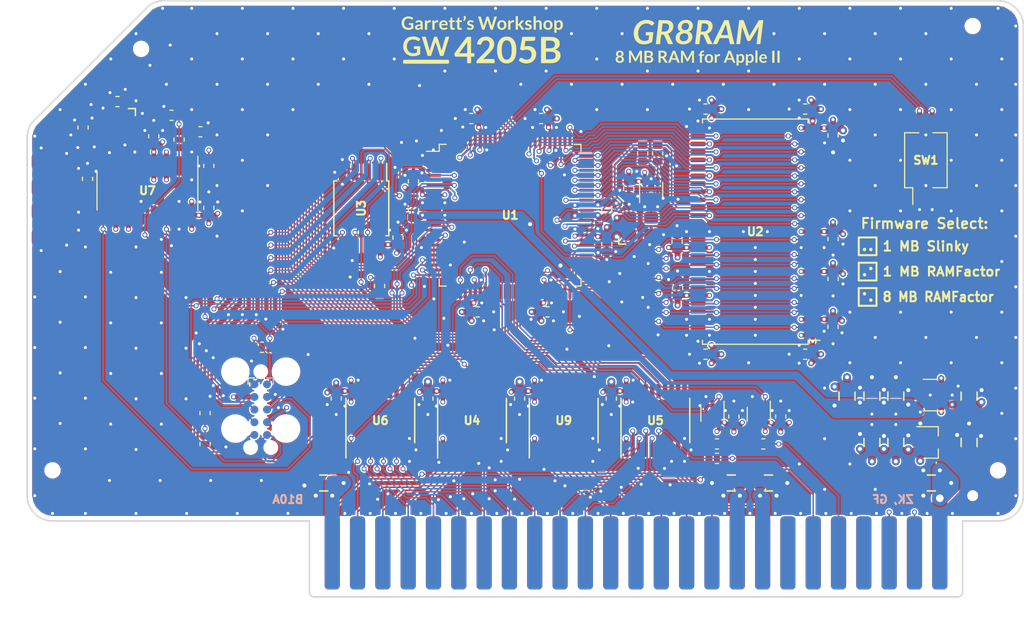
<source format=kicad_pcb>
(kicad_pcb (version 20221018) (generator pcbnew)
  (title_block (title "GR8RAM (GW4205A)") (date "2021-04-20") (rev "1.0") (company "Garrett's Workshop"))
  (layers (0 "F.Cu" signal) (1 "In1.Cu" power) (2 "In2.Cu" power) (31 "B.Cu" signal) (34 "B.Paste" user) (35 "F.Paste" user) (36 "B.SilkS" user "B.Silkscreen") (37 "F.SilkS" user "F.Silkscreen") (38 "B.Mask" user) (39 "F.Mask" user) (44 "Edge.Cuts" user))
  (net 0 "")
  (net 1 "+5V")
  (net 2 "GND")
  (net 3 "/A4")
  (net 4 "/D7")
  (net 5 "/D6")
  (net 6 "/A8")
  (net 7 "/A7")
  (net 8 "/A6")
  (net 9 "/A5")
  (net 10 "/A3")
  (net 11 "/A2")
  (net 12 "/A1")
  (net 13 "/A0")
  (net 14 "/A9")
  (net 15 "/D1")
  (net 16 "/D5")
  (net 17 "/D0")
  (net 18 "/D2")
  (net 19 "/D3")
  (net 20 "/D4")
  (net 21 "/A10")
  (net 22 "+12V")
  (net 23 "-12V")
  (net 24 "-5V")
  (net 25 "/~{IOSEL}")
  (net 26 "/A11")
  (net 27 "/A12")
  (net 28 "/A13")
  (net 29 "/A14")
  (net 30 "/A15")
  (net 31 "/R~{W}")
  (net 32 "/~{IOSTRB}")
  (net 33 "/~{NMI}")
  (net 34 "/~{IRQ}")
  (net 35 "/~{RES}")
  (net 36 "/~{INH}")
  (net 37 "/COLORREF")
  (net 38 "/7M")
  (net 39 "/Q3")
  (net 40 "/PHI1")
  (net 41 "/USER1")
  (net 42 "/PHI0")
  (net 43 "/~{DEVSEL}")
  (net 44 "/INTin")
  (net 45 "/DMAin")
  (net 46 "/TCK")
  (net 47 "/TDO")
  (net 48 "/TMS")
  (net 49 "/TDI")
  (net 50 "/RA0")
  (net 51 "/RA1")
  (net 52 "/RA2")
  (net 53 "/RA3")
  (net 54 "/RA4")
  (net 55 "/RA5")
  (net 56 "/RA6")
  (net 57 "/RA7")
  (net 58 "/RA8")
  (net 59 "/RA9")
  (net 60 "/RA10")
  (net 61 "/RD0")
  (net 62 "/RD1")
  (net 63 "/RD2")
  (net 64 "/RD3")
  (net 65 "/RD4")
  (net 66 "/RD5")
  (net 67 "/RD6")
  (net 68 "/RD7")
  (net 69 "/VIDSYNC")
  (net 70 "+3V3")
  (net 71 "/~{DMA}")
  (net 72 "/R~{RES}")
  (net 73 "/R~{IOSTRB}")
  (net 74 "/R~{DEVSEL}")
  (net 75 "/R~{IOSEL}")
  (net 76 "/RA11")
  (net 77 "/RA12")
  (net 78 "/RA13")
  (net 79 "/RA14")
  (net 80 "/RA15")
  (net 81 "/Ddir")
  (net 82 "/USB5V")
  (net 83 "/ACLK")
  (net 84 "/RCLK")
  (net 85 "/SD0")
  (net 86 "/SD1")
  (net 87 "/SD3")
  (net 88 "/SD2")
  (net 89 "/SD6")
  (net 90 "/SD7")
  (net 91 "/SD5")
  (net 92 "/SD4")
  (net 93 "/SDQML")
  (net 94 "/S~{WE}")
  (net 95 "/S~{CAS}")
  (net 96 "/S~{RAS}")
  (net 97 "/S~{CS}")
  (net 98 "/SA0")
  (net 99 "/SA3")
  (net 100 "/SA4")
  (net 101 "/SA6")
  (net 102 "/SCKE")
  (net 103 "/SDQMH")
  (net 104 "/RR~{W}in")
  (net 105 "/~{RDY}")
  (net 106 "Net-(U7-XO)")
  (net 107 "/SA12")
  (net 108 "/SBA0")
  (net 109 "/SA11")
  (net 110 "/SBA1")
  (net 111 "/SA9")
  (net 112 "/SA10")
  (net 113 "/SA8")
  (net 114 "/SA7")
  (net 115 "/SA1")
  (net 116 "/SA2")
  (net 117 "/SA5")
  (net 118 "/MISO")
  (net 119 "/MOSI")
  (net 120 "/F~{CS}")
  (net 121 "/FCK")
  (net 122 "/RES~{OE}")
  (net 123 "/FD2")
  (net 124 "/FD3")
  (net 125 "/RPHI0")
  (net 126 "Net-(U7-XI)")
  (net 131 "Net-(J3-D+)")
  (net 132 "Net-(J3-D-)")
  (net 133 "Net-(J5-Pin_6)")
  (net 136 "Net-(U16-Y)")
  (net 137 "+1V8")
  (net 138 "/FW1")
  (net 139 "/FW0")
  (net 150 "/UTCK")
  (net 151 "Net-(U13-Output)")
  (net 153 "Net-(U14-Y)")
  (net 154 "Net-(J2-Pin_1)")
  (net 155 "Net-(U11-Y)")
  (net 156 "/IRQ~{OE}")
  (footprint "stdpads:USB_Micro-B_Amphenol_10118192-0001" (layer "F.Cu") (at 47 99.8 -90)
    (fp_text reference "J3")
    (fp_text value "microUSB")
  )
  (footprint "stdpads:C_0603" (layer "F.Cu") (at 104.2 119.8 -90)
    (fp_text reference "C16")
    (fp_text value "2u2")
  )
  (footprint "stdpads:SW_DIP_SPSTx02_Slide_DSHP02TS_P1.27mm" (layer "F.Cu") (at 135.763 95.885)
    (fp_text reference "SW1")
    (fp_text value "FW")
  )
  (footprint "stdpads:C_0805" (layer "F.Cu") (at 75.35 128.27 180)
    (fp_text reference "C4")
    (fp_text value "10u")
  )
  (footprint "stdpads:Fiducial" (layer "F.Cu") (at 143.002 82.423 -90)
    (fp_text reference "FID1")
    (fp_text value "Fiducial" hide)
  )
  (footprint "stdpads:R_0805" (layer "F.Cu") (at 127.85 119.55 -90)
    (fp_text reference "R1")
    (fp_text value "0")
  )
  (footprint "stdpads:C_0603" (layer "F.Cu") (at 126.45 107.8 -90)
    (fp_text reference "C30")
    (fp_text value "2u2")
  )
  (footprint "stdpads:C_0603" (layer "F.Cu") (at 110.8 104.05 90)
    (fp_text reference "C33")
    (fp_text value "2u2")
  )
  (footprint "stdpads:Fiducial" (layer "F.Cu") (at 143.002 129.54)
    (fp_text reference "FID4")
    (fp_text value "Fiducial" hide)
  )
  (footprint "stdpads:TSSOP-20_4.4x6.5mm_P0.65mm" (layer "F.Cu") (at 99.425 122)
    (fp_text reference "U9")
    (fp_text value "74AHC245PW")
  )
  (footprint "stdpads:C_0805" (layer "F.Cu") (at 119.976 128.27 180)
    (fp_text reference "C2")
    (fp_text value "10u")
  )
  (footprint "stdpads:R_0603" (layer "F.Cu") (at 108.85 95.2 -90)
    (fp_text reference "R2")
    (fp_text value "47")
  )
  (footprint "stdpads:C_0603" (layer "F.Cu") (at 121.2 121.6 90)
    (fp_text reference "C42")
    (fp_text value "2u2")
  )
  (footprint "stdpads:SOT-353" (layer "F.Cu") (at 119 121.35 180)
    (fp_text reference "U11")
    (fp_text value "74LVC1G125GW")
  )
  (footprint "stdpads:Fiducial" (layer "F.Cu") (at 48.133 93.599 90)
    (fp_text reference "FID2")
    (fp_text value "Fiducial" hide)
  )
  (footprint "stdpads:C_0805" (layer "F.Cu") (at 132.75 124.2 90)
    (fp_text reference "C10")
    (fp_text value "10u")
  )
  (footprint "stdpads:R_0603" (layer "F.Cu") (at 63.4365 124.3585 90)
    (fp_text reference "R4")
    (fp_text value "10k")
  )
  (footprint "stdpads:TSSOP-20_4.4x6.5mm_P0.65mm" (layer "F.Cu") (at 90.225 122)
    (fp_text reference "U4")
    (fp_text value "74AHC245PW")
  )
  (footprint "stdpads:C_0603" (layer "F.Cu") (at 84.35 98 90)
    (fp_text reference "C24")
    (fp_text value "2u2")
  )
  (footprint "stdpads:C_0603" (layer "F.Cu") (at 105.95 98.75 -90)
    (fp_text reference "C27")
    (fp_text value "2u2")
  )
  (footprint "stdpads:SOT-23-5" (layer "F.Cu") (at 136.25 119.45 90)
    (fp_text reference "U10")
    (fp_text value "AP2127K-1.8TRG1")
  )
  (footprint "stdpads:TQFP-100_14x14mm_P0.5mm" (layer "F.Cu") (at 94.05 101.4 -90)
    (fp_text reference "U1")
    (fp_text value "EPM240T100C5N")
  )
  (footprint "stdpads:R_0603" (layer "F.Cu") (at 114.8 125.8 180)
    (fp_text reference "R10")
    (fp_text value "22")
  )
  (footprint "stdpads:C_0603" (layer "F.Cu") (at 110.85 108.7 90)
    (fp_text reference "C34")
    (fp_text value "2u2")
  )
  (footprint "stdpads:C_0805" (layer "F.Cu") (at 140.1 119.55 90)
    (fp_text reference "C36")
    (fp_text value "10u")
  )
  (footprint "stdpads:C_0603" (layer "F.Cu") (at 126.45 103.8 -90)
    (fp_text reference "C31")
    (fp_text value "2u2")
  )
  (footprint "stdpads:C_0805" (layer "F.Cu") (at 130.35 119.55 90)
    (fp_text reference "C38")
    (fp_text value "10u")
  )
  (footprint "stdpads:C_0603" (layer "F.Cu") (at 123.65 115.35 180)
    (fp_text reference "C28")
    (fp_text value "2u2")
  )
  (footprint "stdpads:AppleIIBus_Edge" (layer "F.Cu") (at 106.68 135.382)
    (fp_text reference "J1")
    (fp_text value "AppleIIBus")
  )
  (footprint "stdpads:C_0603" (layer "F.Cu") (at 113.65 115.35 180)
    (fp_text reference "C35")
    (fp_text value "2u2")
  )
  (footprint "stdpads:C_0603" (layer "F.Cu") (at 103.75 100.9 90)
    (fp_text reference "C19")
    (fp_text value "2u2")
  )
  (footprint "stdpads:PasteHole_1.1mm_PTH" (layer "F.Cu") (at 140.462 129.54)
    (fp_text reference "H1")
    (fp_text value " " hide)
  )
  (footprint "stdpads:R_0603" (layer "F.Cu") (at 63.4365 121.2595 -90)
    (fp_text reference "R6")
    (fp_text value "10k")
  )
  (footprint "stdpads:C_0603" (layer "F.Cu") (at 58.293 93.484 90)
    (fp_text reference "C17")
    (fp_text value "2u2")
  )
  (footprint "stdpads:PasteHole_1.152mm_NPTH" (layer "F.Cu") (at 140.462 82.423 -90)
    (fp_text reference "H3")
    (fp_text value " " hide)
  )
  (footprint "stdpads:TSSOP-20_4.4x6.5mm_P0.65mm" (layer "F.Cu") (at 81.025 122)
    (fp_text reference "U6")
    (fp_text value "74AHC245PW")
  )
  (footprint "stdpads:C_0603" (layer "F.Cu") (at 116.5 121.6 90)
    (fp_text reference "C39")
    (fp_text value "2u2")
  )
  (footprint "stdpads:C_0603" (layer "F.Cu") (at 103.75 104.3 -90)
    (fp_text reference "C23")
    (fp_text value "2u2")
  )
  (footprint "stdpads:C_0603" (layer "F.Cu") (at 95 119.8 -90)
    (fp_text reference "C15")
    (fp_text value "2u2")
  )
  (footprint "stdpads:R_0603" (layer "F.Cu") (at 80.95 108.5 90)
    (fp_text reference "R9")
    (fp_text value "47")
  )
  (footprint "stdpads:C_0603" (layer "F.Cu") (at 90.8 111.1)
    (fp_text reference "C21")
    (fp_text value "2u2")
  )
  (footprint "stdpads:C_0603" (layer "F.Cu") (at 51.65 97.75 90)
    (fp_text reference "C6")
    (fp_text value "2u2")
  )
  (footprint "stdpads:SOT-353" (layer "F.Cu") (at 108.2 98.85)
    (fp_text reference "U16")
    (fp_text value "74LVC1G125GW")
  )
  (footprint "stdpads:C_0603" (layer "F.Cu") (at 84.35 100.9 90)
    (fp_text reference "C20")
    (fp_text value "2u2")
  )
  (footprint "stdpads:C_0603" (layer "F.Cu") (at 60.083 91.3765 180)
    (fp_text reference "C41")
    (fp_text value "22p")
  )
  (footprint "stdpads:SOT-23" (layer "F.Cu") (at 136.25 124.2 180)
    (fp_text reference "U8")
    (fp_text value "XC6206P332MR")
  )
  (footprint "stdpads:Crystal_SMD_3225-4Pin_3.2x2.5mm" (layer "F.Cu") (at 54.2994 92.5006 180)
    (fp_text reference "Y1")
    (fp_text value "12M")
  )
  (footprint "stdpads:C_0603" (layer "F.Cu") (at 123.65 90.75 180)
    (fp_text reference "C12")
    (fp_text value "2u2")
  )
  (footprint "stdpads:SOIC-16_3.9mm" (layer "F.Cu") (at 57.658 98.933 180)
    (fp_text reference "U7")
    (fp_text value "CH340G")
  )
  (footprint "stdpads:R_0603" (layer "F.Cu") (at 60.833 93.8275 90)
    (fp_text reference "R5")
    (fp_text value "47")
  )
  (footprint "stdpads:C_0603" (layer "F.Cu") (at 63.8175 100.6595 90)
    (fp_text reference "C40")
    (fp_text value "2u2")
  )
  (footprint "stdpads:R_0603" (layer "F.Cu") (at 62.9665 93.0275)
    (fp_text reference "R8")
    (fp_text value "10k")
  )
  (footprint "stdpads:C_0603" (layer "F.Cu") (at 51.1994 92.6006 90)
    (fp_text reference "C8")
    (fp_text value "22p")
  )
  (footprint "stdpads:C_0603" (layer "F.Cu") (at 85.8 119.8 -90)
    (fp_text reference "C14")
    (fp_text value "2u2")
  )
  (footprint "stdpads:C_0603" (layer "F.Cu") (at 82.8 103.65 90)
    (fp_text reference "C18")
    (fp_text value "2u2")
  )
  (footprint "stdpads:TSOP-II-54_22.2x10.16mm_P0.8mm" (layer "F.Cu") (at 118.65 103.05 90)
    (fp_text reference "U2")
    (fp_text value "W9825")
  )
  (footprint "stdpads:SOT-353" (layer "F.Cu") (at 114.35 121.35 180)
    (fp_text reference "U14")
    (fp_text value "74LVC1G125GW")
  )
  (footprint "stdpads:Crystal_SMD_3225-4Pin_3.2x2.5mm" (layer "F.Cu") (at 107.1 102.5)
    (fp_text reference "U13")
    (fp_text value "25M")
  )
  (footprint "stdpads:C_0603" (layer "F.Cu") (at 113.65 90.75 180)
    (fp_text reference "C5")
    (fp_text value "2u2")
  )
  (footprint "stdpads:C_0805" (layer "F.Cu") (at 136.31 128.27 180)
    (fp_text reference "C1")
    (fp_text value "10u")
  )
  (footprint "stdpads:PasteHole_1.152mm_NPTH" (layer "F.Cu") (at 57.023 84.709 90)
    (fp_text reference "H4")
    (fp_text value " " hide)
  )
  (footprint "stdpads:C_0603" (layer "F.Cu") (at 97.8 111.1)
    (fp_text reference "C22")
    (fp_text value "2u2")
  )
  (footprint "stdpads:SOIC-8_5.3mm" (layer "F.Cu") (at 79.121 100.711 180)
    (fp_text reference "U3")
    (fp_text value "W25Q128JVSIQ")
  )
  (footprint "stdpads:R_0603" (layer "F.Cu") (at 107.35 95.2 -90)
    (fp_text reference "R3")
    (fp_text value "47")
  )
  (footprint "stdpads:PasteHole_1.152mm_NPTH" (layer "F.Cu") (at 143.002 127)
    (fp_text reference "H5")
    (fp_text value " " hide)
  )
  (footprint "Connector:Tag-Connect_TC2050-IDC-FP_2x05_P1.27mm_Vertical" (layer "F.Cu") (at 69.0245 120.904 -90)
    (fp_text reference "J5" hide)
    (fp_text value "Flash")
  )
  (footprint "stdpads:C_0603" (layer "F.Cu") (at 54.65 90.0006 180)
    (fp_text reference "C9")
    (fp_text value "22p")
  )
  (footprint "stdpads:C_0603" (layer "F.Cu") (at 126.45 93.4 -90)
    (fp_text reference "C32")
    (fp_text value "2u2")
  )
  (footprint "stdpads:C_0805" (layer "F.Cu") (at 130.35 124.2 90)
    (fp_text reference "C11")
    (fp_text value "10u")
  )
  (footprint "stdpads:Fiducial" (layer "F.Cu") (at 48.133 129.54)
    (fp_text reference "FID5")
    (fp_text value "Fiducial" hide)
  )
  (footprint "stdpads:Fiducial" (layer "F.Cu") (at 58.801 82.931 90)
    (fp_text reference "FID3")
    (fp_text value "Fiducial" hide)
  )
  (footprint "stdpads:R_0603" (layer "F.Cu") (at 63.8175 96.4565 -90)
    (fp_text reference "R7")
    (fp_text value "10k")
  )
  (footprint "stdpads:R_0603" (layer "F.Cu") (at 119.45 124.35 180)
    (fp_text reference "R13")
    (fp_text value "47")
  )
  (footprint "stdpads:R_0603" (layer "F.Cu") (at 114.8 124.35 180)
    (fp_text reference "R11")
    (fp_text value "DNP")
  )
  (footprint "stdpads:PasteHole_1.152mm_NPTH" (layer "F.Cu") (at 48.133 127)
    (fp_text reference "H2")
    (fp_text value " " hide)
  )
  (footprint "stdpads:C_0805" (layer "F.Cu") (at 116.244 128.27)
    (fp_text reference "C3")
    (fp_text value "10u")
  )
  (footprint "stdpads:TSSOP-20_4.4x6.5mm_P0.65mm" (layer "F.Cu") (at 108.625 122)
    (fp_text reference "U5")
    (fp_text value "74AHC245PW")
  )
  (footprint "stdpads:C_0603" (layer "F.Cu") (at 90.15 91.7 180)
    (fp_text reference "C26")
    (fp_text value "2u2")
  )
  (footprint "stdpads:R_0603" (layer "F.Cu") (at 69.15 114.65)
    (fp_text reference "R12")
    (fp_text value "47")
  )
  (footprint "stdpads:C_0603" (layer "F.Cu") (at 97.15 91.7 180)
    (fp_text reference "C25")
    (fp_text value "2u2")
  )
  (footprint "stdpads:C_0805" (layer "F.Cu") (at 140.1 124.2 90)
    (fp_text reference "C7")
    (fp_text value "10u")
  )
  (footprint "stdpads:C_0805" (layer "F.Cu") (at 132.75 119.55 90)
    (fp_text reference "C37")
    (fp_text value "10u")
  )
  (footprint "stdpads:C_0603" (layer "F.Cu") (at 76.6 119.8 -90)
    (fp_text reference "C13")
    (fp_text value "2u2")
  )
  (footprint "LOGO" (layer "F.Cu") (at 112.903 83.8835)
    (fp_text reference "G***" hide)
    (fp_text value "LOGO" hide)
  )
  (footprint "stdpads:C_0603" (layer "F.Cu") (at 126.45 112.6 -90)
    (fp_text reference "C29")
    (fp_text value "2u2")
  )
  (footprint "LOGO" (layer "F.Cu") (at 91.2495 84.0105)
    (fp_text reference "G***" hide)
    (fp_text value "LOGO" hide)
  )
  (footprint "Connector:Tag-Connect_TC2050-IDC-FP_2x05_P1.27mm_Vertical" (layer "B.Cu") (at 69.0245 120.904 -90)
    (fp_text reference "J2" hide)
    (fp_text value "JTAG")
  )
  (gr_line (start 129.032 110.49) (end 129.032 108.712) (stroke (width 0.2032)) (layer "F.SilkS"))
  (gr_line (start 129.032 107.95) (end 129.032 106.172) (stroke (width 0.2032)) (layer "F.SilkS"))
  (gr_line (start 130.23855 104.8385) (end 130.23865 104.8385) (stroke (width 0.35)) (layer "F.SilkS"))
  (gr_line (start 130.81 105.41) (end 130.81 103.632) (stroke (width 0.2032)) (layer "F.SilkS"))
  (gr_line (start 130.81 108.712) (end 129.032 108.712) (stroke (width 0.2032)) (layer "F.SilkS"))
  (gr_line (start 130.23855 109.9185) (end 130.23865 109.9185) (stroke (width 0.35)) (layer "F.SilkS"))
  (gr_line (start 129.6034 109.2835) (end 129.6035 109.2835) (stroke (width 0.35)) (layer "F.SilkS"))
  (gr_line (start 130.81 107.95) (end 130.81 106.172) (stroke (width 0.2032)) (layer "F.SilkS"))
  (gr_line (start 129.032 107.95) (end 130.81 107.95) (stroke (width 0.2032)) (layer "F.SilkS"))
  (gr_line (start 129.032 105.41) (end 129.032 103.632) (stroke (width 0.2032)) (layer "F.SilkS"))
  (gr_line (start 130.81 103.632) (end 129.032 103.632) (stroke (width 0.2032)) (layer "F.SilkS"))
  (gr_line (start 130.2384 106.7435) (end 130.2385 106.7435) (stroke (width 0.35)) (layer "F.SilkS"))
  (gr_line (start 130.81 106.172) (end 129.032 106.172) (stroke (width 0.2032)) (layer "F.SilkS"))
  (gr_line (start 129.032 110.49) (end 130.81 110.49) (stroke (width 0.2032)) (layer "F.SilkS"))
  (gr_line (start 129.032 105.41) (end 130.81 105.41) (stroke (width 0.2032)) (layer "F.SilkS"))
  (gr_line (start 130.81 110.49) (end 130.81 108.712) (stroke (width 0.2032)) (layer "F.SilkS"))
  (gr_line (start 129.6034 104.8385) (end 129.6035 104.8385) (stroke (width 0.35)) (layer "F.SilkS"))
  (gr_line (start 129.6034 107.3785) (end 129.6035 107.3785) (stroke (width 0.35)) (layer "F.SilkS"))
  (gr_line (start 57.785 80.391) (end 46.101001 92.074999) (stroke (width 0.15)) (layer "Edge.Cuts"))
  (gr_line (start 143.002 132.08) (end 139.446 132.08) (stroke (width 0.15)) (layer "Edge.Cuts"))
  (gr_line (start 45.593 129.54) (end 45.593 93.599) (stroke (width 0.15)) (layer "Edge.Cuts"))
  (gr_arc (start 48.133 132.08) (mid 46.336949 131.336051) (end 45.593 129.54) (stroke (width 0.15)) (layer "Edge.Cuts"))
  (gr_line (start 138.938 139.7) (end 74.422 139.7) (stroke (width 0.15)) (layer "Edge.Cuts"))
  (gr_arc (start 145.542 129.54) (mid 144.798051 131.336051) (end 143.002 132.08) (stroke (width 0.15)) (layer "Edge.Cuts"))
  (gr_arc (start 139.446 139.192) (mid 139.29721 139.55121) (end 138.938 139.7) (stroke (width 0.15)) (layer "Edge.Cuts"))
  (gr_arc (start 57.785 80.391) (mid 58.505781 80.013344) (end 59.309 79.883) (stroke (width 0.15)) (layer "Edge.Cuts"))
  (gr_arc (start 74.422 139.7) (mid 74.06279 139.55121) (end 73.914 139.192) (stroke (width 0.15)) (layer "Edge.Cuts"))
  (gr_line (start 48.133 132.08) (end 73.914 132.08) (stroke (width 0.15)) (layer "Edge.Cuts"))
  (gr_arc (start 143.002 79.883) (mid 144.798051 80.626949) (end 145.542 82.423) (stroke (width 0.15)) (layer "Edge.Cuts"))
  (gr_line (start 145.542 82.423) (end 145.542 129.54) (stroke (width 0.15)) (layer "Edge.Cuts"))
  (gr_line (start 139.446 132.08) (end 139.446 139.192) (stroke (width 0.15)) (layer "Edge.Cuts"))
  (gr_line (start 59.309 79.883) (end 143.002 79.883) (stroke (width 0.15)) (layer "Edge.Cuts"))
  (gr_line (start 73.914 132.08) (end 73.914 139.192) (stroke (width 0.15)) (layer "Edge.Cuts"))
  (gr_arc (start 45.593 93.599) (mid 45.723345 92.795781) (end 46.101001 92.074999) (stroke (width 0.15)) (layer "Edge.Cuts"))
  (gr_text "ZK, GF" (at 132.461 129.921) (layer "B.SilkS") (effects (font (size 0.8128 0.8128) (thickness 0.2032)) (justify mirror)))
  (gr_text "B10A" (at 71.755 129.921) (layer "B.SilkS") (effects (font (size 0.8128 0.8128) (thickness 0.2032)) (justify mirror)))
  (gr_text "Firmware Select:" (at 135.636 102.235) (layer "F.SilkS") (effects (font (size 1.016 1.016) (thickness 0.2032))))
  (gr_text "1 MB Slinky" (at 131.318 104.521) (layer "F.SilkS") (effects (font (size 0.9525 0.9525) (thickness 0.2032)) (justify left)))
  (gr_text "8 MB RAMFactor" (at 131.318 109.601) (layer "F.SilkS") (effects (font (size 0.9525 0.9) (thickness 0.2032)) (justify left)))
  (gr_text "1 MB RAMFactor" (at 131.318 107.061) (layer "F.SilkS") (effects (font (size 0.9 0.9525) (thickness 0.2032)) (justify left)))
  (segment (start 137.3 126.378) (end 137.922 127) (width 0.8) (layer "F.Cu") (net 1))
  (segment (start 137.16 127) (end 137.75 127) (width 0.8) (layer "F.Cu") (net 1))
  (segment (start 137.3 124.2) (end 137.3 126.86) (width 0.8) (layer "F.Cu") (net 1))
  (segment (start 137.3 124.2) (end 138.25 124.2) (width 0.8) (layer "F.Cu") (net 1))
  (segment (start 137.16 135.382) (end 137.16 129.794) (width 1.524) (layer "F.Cu") (net 1))
  (segment (start 137.16 128.27) (end 137.16 129.794) (width 0.8) (layer "F.Cu") (net 1))
  (segment (start 137.668 129.794) (end 138.303 129.159) (width 0.8) (layer "F.Cu") (net 1))
  (segment (start 138.303 127.381) (end 138.303 128.27) (width 0.8) (layer "F.Cu") (net 1))
  (segment (start 137.16 130.937) (end 137.16 135.382) (width 0.8) (layer "F.Cu") (net 1))
  (segment (start 137.16 128.27) (end 137.16 127) (width 0.762) (layer "F.Cu") (net 1))
  (segment (start 137.922 127) (end 138.303 127.381) (width 0.8) (layer "F.Cu") (net 1))
  (segment (start 137.3 124.2) (end 137.3 126.378) (width 0.8) (layer "F.Cu") (net 1))
  (segment (start 139.1 125.05) (end 140.1 125.05) (width 0.8) (layer "F.Cu") (net 1))
  (segment (start 138.303 129.159) (end 138.303 128.27) (width 0.8) (layer "F.Cu") (net 1))
  (segment (start 137.16 129.794) (end 137.668 129.794) (width 0.8) (layer "F.Cu") (net 1))
  (segment (start 138.25 124.2) (end 139.1 125.05) (width 0.8) (layer "F.Cu") (net 1))
  (segment (start 137.16 127) (end 137.922 127) (width 0.8) (layer "F.Cu") (net 1))
  (segment (start 137.3 126.86) (end 137.16 127) (width 0.8) (layer "F.Cu") (net 1))
  (segment (start 137.16 128.27) (end 138.303 128.27) (width 0.762) (layer "F.Cu") (net 1))
  (via (at 137.16 129.794) (size 1.524) (drill 0.762) (layers "F.Cu" "B.Cu") (net 1))
  (via (at 138.303 128.27) (size 0.8) (drill 0.4) (layers "F.Cu" "B.Cu") (net 1))
  (via (at 137.16 127) (size 0.8) (drill 0.4) (layers "F.Cu" "B.Cu") (net 1))
  (segment (start 136.915002 127) (end 137.16 127) (width 0.8) (layer "B.Cu") (net 1))
  (segment (start 137.16 129.794) (end 137.16 127) (width 1.524) (layer "B.Cu") (net 1))
  (segment (start 138.6205 127.9525) (end 138.1125 127.9525) (width 0.8) (layer "B.Cu") (net 1))
  (segment (start 137.856 129.794) (end 137.16 129.794) (width 0.45) (layer "B.Cu") (net 1))
  (segment (start 137.16 128.94) (end 137.16 129.794) (width 0.5) (layer "B.Cu") (net 1))
  (segment (start 137.16 127) (end 136.906 127) (width 0.8) (layer "B.Cu") (net 1))
  (segment (start 138.303 128.651) (end 137.16 129.794) (width 1.524) (layer "B.Cu") (net 1))
  (segment (start 138.303 128.143) (end 137.16 127) (width 1.524) (layer "B.Cu") (net 1))
  (segment (start 138.1125 127.9525) (end 137.16 127) (width 0.8) (layer "B.Cu") (net 1))
  (segment (start 138.303 128.27) (end 138.303 128.651) (width 1.524) (layer "B.Cu") (net 1))
  (segment (start 138.303 128.27) (end 138.303 128.143) (width 1.524) (layer "B.Cu") (net 1))
  (segment (start 138.53 128.27) (end 138.303 128.27) (width 0.5) (layer "B.Cu") (net 1))
  (segment (start 137.16 127) (end 137.31 126.85) (width 0.5) (layer "B.Cu") (net 1))
  (segment (start 137.16 127) (end 137.16 127.96) (width 0.8) (layer "B.Cu") (net 1))
  (segment (start 87.5 100.05) (end 87.35 99.9) (width 0.3) (layer "F.Cu") (net 2))
  (segment (start 122.9 115.35) (end 122.9 116.1) (width 0.6) (layer "F.Cu") (net 2))
  (segment (start 47 96) (end 47 94.65) (width 0.6) (layer "F.Cu") (net 2))
  (segment (start 111.55 124.95) (end 111.55 123.8) (width 0.45) (layer "F.Cu") (net 2))
  (segment (start 101.7125 100.4) (end 100.55 100.4) (width 0.3) (layer "F.Cu") (net 2))
  (segment (start 103.45 120.55) (end 103.3 120.4) (width 0.6) (layer "F.Cu") (net 2))
  (segment (start 85.25 100.2) (end 85.25 100.15) (width 0.3) (layer "F.Cu") (net 2))
  (segment (start 84.35 100.15) (end 83.65 100.15) (width 0.5) (layer "F.Cu") (net 2))
  (segment (start 113.7 120.5) (end 113.1 120.5) (width 0.4) (layer "F.Cu") (net 2))
  (segment (start 50.75 96.7) (end 50.75 97) (width 0.5) (layer "F.Cu") (net 2))
  (segment (start 105.95 100.25) (end 105.95 99.5) (width 0.5) (layer "F.Cu") (net 2))
  (segment (start 84.35 97.25) (end 83.65 97.25) (width 0.5) (layer "F.Cu") (net 2))
  (segment (start 76.575 120.55) (end 77.475 120.55) (width 0.508) (layer "F.Cu") (net 2))
  (segment (start 140.1 118.7) (end 139.15 118.7) (width 0.5) (layer "F.Cu") (net 2))
  (segment (start 134 123.5) (end 133.85 123.35) (width 0.8) (layer "F.Cu") (net 2))
  (segment (start 116.5 120.85) (end 117.2 120.85) (width 0.5) (layer "F.Cu") (net 2))
  (segment (start 85.8 120.55) (end 85.05 120.55) (width 0.6) (layer "F.Cu") (net 2))
  (segment (start 114.15 119.6) (end 113.7 119.6) (width 0.15) (layer "F.Cu") (net 2))
  (segment (start 76.6 120.55) (end 76.6 121.4) (width 0.6) (layer "F.Cu") (net 2))
  (segment (start 63.095 99.9095) (end 62.9285 100.076) (width 0.5) (layer "F.Cu") (net 2))
  (segment (start 97.15 118) (end 97.2 117.95) (width 0.45) (layer "F.Cu") (net 2))
  (segment (start 103.75 100.15) (end 103.07 100.15) (width 0.5) (layer "F.Cu") (net 2))
  (segment (start 96.4 90.95) (end 96.55 90.8) (width 0.6) (layer "F.Cu") (net 2))
  (segment (start 110.25 124.95) (end 110.25 126.1) (width 0.45) (layer "F.Cu") (net 2))
  (segment (start 49.675 101.1) (end 50.75 101.1) (width 0.4) (layer "F.Cu") (net 2))
  (segment (start 83.95 124.95) (end 83.95 126.1) (width 0.45) (layer "F.Cu") (net 2))
  (segment (start 115.8 120.85) (end 115.65 121) (width 0.5) (layer "F.Cu") (net 2))
  (segment (start 125.65 104.55) (end 125.55 104.65) (width 0.508) (layer "F.Cu") (net 2))
  (segment (start 49.55 96.7) (end 49.55 95.2) (width 0.6) (layer "F.Cu") (net 2))
  (segment (start 122.9 116.1) (end 123.05 116.25) (width 0.6) (layer "F.Cu") (net 2))
  (segment (start 58.293 92.734) (end 57.5705 92.734) (width 0.5) (layer "F.Cu") (net 2))
  (segment (start 85.45 100.4) (end 85.25 100.2) (width 0.3) (layer "F.Cu") (net 2))
  (segment (start 91.55 111.1) (end 92.4 111.1) (width 0.6) (layer "F.Cu") (net 2))
  (segment (start 51.1994 91.8506) (end 50.3506 91.8506) (width 0.5) (layer "F.Cu") (net 2))
  (segment (start 120.5 120.85) (end 120.35 121) (width 0.5) (layer "F.Cu") (net 2))
  (segment (start 106.35 118) (end 106.4 117.95) (width 0.45) (layer "F.Cu") (net 2))
  (segment (start 91.7 94.85) (end 91.55 94.7) (width 0.3) (layer "F.Cu") (net 2))
  (segment (start 91.55 111.1) (end 91.55 111.85) (width 0.6) (layer "F.Cu") (net 2))
  (segment (start 114.35 120.5) (end 114.35 119.8) (width 0.15) (layer "F.Cu") (net 2))
  (segment (start 124.4 109.45) (end 126.4 109.45) (width 0.45) (layer "F.Cu") (net 2))
  (segment (start 51.1994 91.8506) (end 51.9 91.8506) (width 0.5) (layer "F.Cu") (net 2))
  (segment (start 98.05 110.05) (end 98.2 110.2) (width 0.3) (layer "F.Cu") (net 2))
  (segment (start 98.05 109.0625) (end 98.05 110.05) (width 0.3) (layer "F.Cu") (net 2))
  (segment (start 96.4 91.7) (end 96.4 90.95) (width 0.6) (layer "F.Cu") (net 2))
  (segment (start 135.46 129.491) (end 135.509 129.54) (width 0.762) (layer "F.Cu") (net 2))
  (segment (start 95 120.55) (end 94.25 120.55) (width 0.6) (layer "F.Cu") (net 2))
  (segment (start 82.8 102.9) (end 81.951 102.9) (width 0.5) (layer "F.Cu") (net 2))
  (segment (start 62.8 96.458) (end 62.8015 96.4565) (width 0.5) (layer "F.Cu") (net 2))
  (segment (start 73.406 128.524) (end 73.66 128.27) (width 0.8) (layer "F.Cu") (net 2))
  (segment (start 122.9 90.75) (end 122.9 91.5) (width 0.6) (layer "F.Cu") (net 2))
  (segment (start 124.4 104.65) (end 125.55 104.65) (width 0.45) (layer "F.Cu") (net 2))
  (segment (start 103.75 100.15) (end 104.65 100.15) (width 0.5) (layer "F.Cu") (net 2))
  (segment (start 86.3875 99.9) (end 85.45 99.9) (width 0.3) (layer "F.Cu") (net 2))
  (segment (start 117.2 120.85) (end 117.35 121) (width 0.5) (layer "F.Cu") (net 2))
  (segment (start 124.4 109.45) (end 123.25 109.45) (width 0.45) (layer "F.Cu") (net 2))
  (segment (start 112.9 107.05) (end 114.05 107.05) (width 0.45) (layer "F.Cu") (net 2))
  (segment (start 58.293 92.734) (end 58.293 91.8845) (width 0.5) (layer "F.Cu") (net 2))
  (segment (start 57.5705 92.734) (end 57.404 92.9005) (width 0.5) (layer "F.Cu") (net 2))
  (segment (start 112.9 111.85) (end 111.75 111.85) (width 0.45) (layer "F.Cu") (net 2))
  (segment (start 49.55 102.9) (end 49.55 104.4) (width 0.6) (layer "F.Cu") (net 2))
  (segment (start 77.216 97.061) (end 77.216 95.8215) (width 0.5) (layer "F.Cu") (net 2))
  (segment (start 49.55 102.9) (end 50.75 102.9) (width 0.5) (layer "F.Cu") (net 2))
  (segment (start 50.3506 91.8506) (end 50.35 91.85) (width 0.5) (layer "F.Cu") (net 2))
  (segment (start 112.9 113.45) (end 114.05 113.45) (width 0.45) (layer "F.Cu") (net 2))
  (segment (start 77.216 97.061) (end 77.216 98.298) (width 0.5) (layer "F.Cu") (net 2))
  (segment (start 125.75 113.35) (end 125.55 113.15) (width 0.5) (layer "F.Cu") (net 2))
  (segment (start 100.65 102.9) (end 100.55 102.8) (width 0.3) (layer "F.Cu") (net 2))
  (segment (start 86.3875 95.4) (end 85.25 95.4) (width 0.3) (layer "F.Cu") (net 2))
  (segment (start 53.1994 91.6506) (end 53.1994 90.6512) (width 0.5) (layer "F.Cu") (net 2))
  (segment (start 83.95 124.95) (end 84.6 124.95) (width 0.45) (layer "F.Cu") (net 2))
  (segment (start 63.8175 99.9095) (end 64.54 99.9095) (width 0.5) (layer "F.Cu") (net 2))
  (segment (start 126.45 114.3) (end 126.45 113.35) (width 0.6) (layer "F.Cu") (net 2))
  (segment (start 111.75 92.5) (end 111.9 92.65) (width 0.45) (layer "F.Cu") (net 2))
  (segment (start 91.55 111.85) (end 91.4 112) (width 0.6) (layer "F.Cu") (net 2))
  (segment (start 140.1 118.7) (end 141.1 118.7) (width 0.8) (layer "F.Cu") (net 2))
  (segment (start 91.55 92.65) (end 91.55 93.7375) (width 0.3) (layer "F.Cu") (net 2))
  (segment (start 113.7 120.5) (end 113.7 119.6) (width 0.4) (layer "F.Cu") (net 2))
  (segment (start 102.35 124.95) (end 103 124.95) (width 0.45) (layer "F.Cu") (net 2))
  (segment (start 58.293 92.734) (end 59.0155 92.734) (width 0.5) (layer "F.Cu") (net 2))
  (segment (start 131.75 118.7) (end 131.55 118.9) (width 0.8) (layer "F.Cu") (net 2))
  (segment (start 86.3875 100.4) (end 85.45 100.4) (width 0.3) (layer "F.Cu") (net 2))
  (segment (start 82.8 102.9) (end 82.8 102.099) (width 0.5) (layer "F.Cu") (net 2))
  (segment (start 112.9 107.05) (end 110.9 107.05) (width 0.45) (layer "F.Cu") (net 2))
  (segment (start 127.2 104.55) (end 127.45 104.3) (width 0.6) (layer "F.Cu") (net 2))
  (segment (start 103.75 105.05) (end 103.75 105.85) (width 0.5) (layer "F.Cu") (net 2))
  (segment (start 98.55 93.7375) (end 98.55 94.8) (width 0.3) (layer "F.Cu") (net 2))
  (segment (start 91.05 108) (end 91.15 107.9) (width 0.3) (layer "F.Cu") (net 2))
  (segment (start 85.8 120.55) (end 85.8 121.4) (width 0.6) (layer "F.Cu") (net 2))
  (segment (start 101.7125 100.4) (end 102.82 100.4) (width 0.3) (layer "F.Cu") (net 2))
  (segment (start 106.35 120.15) (end 106.35 119.05) (width 0.45) (layer "F.Cu") (net 2))
  (segment (start 83.649 102.9) (end 83.65 102.899) (width 0.5) (layer "F.Cu") (net 2))
  (segment (start 120.826 129.491) (end 120.777 129.54) (width 0.8) (layer "F.Cu") (net 2))
  (segment (start 98.55 93.7375) (end 98.55 92.75) (width 0.3) (layer "F.Cu") (net 2))
  (segment (start 122.9 90) (end 123.05 89.85) (width 0.6) (layer "F.Cu") (net 2))
  (segment (start 84.35 100.15) (end 85.25 100.15) (width 0.5) (layer "F.Cu") (net 2))
  (segment (start 74.5 128.27) (end 74.5 129.491) (width 0.8) (layer "F.Cu") (net 2))
  (segment (start 127.2 94.15) (end 127.45 93.9) (width 0.8) (layer "F.Cu") (net 2))
  (segment (start 102.35 124.95) (end 102.35 123.8) (width 0.45) (layer "F.Cu") (net 2))
  (segment (start 86.35 95.3625) (end 86.35 94.85) (width 0.3) (layer "F.Cu") (net 2))
  (segment (start 109.95 107.85) (end 110.05 107.95) (width 0.5) (layer "F.Cu") (net 2))
  (segment (start 64.54 99.9095) (end 64.7065 100.076) (width 0.5) (layer "F.Cu") (net 2))
  (segment (start 112.9 103.05) (end 114.05 103.05) (width 0.45) (layer "F.Cu") (net 2))
  (segment (start 121.2 120.85) (end 121.9 120.85) (width 0.5) (layer "F.Cu") (net 2))
  (segment (start 126.45 104.55) (end 126.45 105.4) (width 0.6) (layer "F.Cu") (net 2))
  (segment (start 104.175 120.55) (end 105.05 120.55) (width 0.508) (layer "F.Cu") (net 2))
  (segment (start 62.103 96.458) (end 62.103 97.8535) (width 0.5) (layer "F.Cu") (net 2))
  (segment (start 126.45 94.15) (end 125.6 94.15) (width 0.5) (layer "F.Cu") (net 2))
  (segment (start 121.9 120.85) (end 122.05 121) (width 0.5) (layer "F.Cu") (net 2))
  (segment (start 87.35 99.9) (end 86.3875 99.9) (width 0.3) (layer "F.Cu") (net 2))
  (segment (start 96.4 91.7) (end 95.55 91.7) (width 0.6) (layer "F.Cu") (net 2))
  (segment (start 51.65 97) (end 50.75 97) (width 0.5) (layer "F.Cu") (net 2))
  (segment (start 82.8 102.9) (end 83.649 102.9) (width 0.5) (layer "F.Cu") (net 2))
  (segment (start 98.55 92.75) (end 98.7 92.6) (width 0.3) (layer "F.Cu") (net 2))
  (segment (start 112.9 90.75) (end 112.05 90.75) (width 0.6) (layer "F.Cu") (net 2))
  (segment (start 125.55 113.15) (end 125.55 113.05) (width 0.5) (layer "F.Cu") (net 2))
  (segment (start 102.35 124.95) (end 102.35 126.1) (width 0.45) (layer "F.Cu") (net 2))
  (segment (start 116.5 120.85) (end 115.8 120.85) (width 0.5) (layer "F.Cu") (net 2))
  (segment (start 104.2 120.55) (end 103.45 120.55) (width 0.6) (layer "F.Cu") (net 2))
  (segment (start 62.103 96.458) (end 62.103 95.0595) (width 0.5) (layer "F.Cu") (net 2))
  (segment (start 110.05 107.95) (end 110.85 107.95) (width 0.5) (layer "F.Cu") (net 2))
  (segment (start 83.65 97.25) (end 83.5 97.4) (width 0.5) (layer "F.Cu") (net 2))
  (segment (start 124.4 104.65) (end 123.25 104.65) (width 0.45) (layer "F.Cu") (net 2))
  (segment (start 119 120.5) (end 119 119.8) (width 0.15) (layer "F.Cu") (net 2))
  (segment (start 102.975 105.05) (end 103.75 105.05) (width 0.5) (layer "F.Cu") (net 2))
  (segment (start 63.7665 93.0275) (end 63.754 93.015) (width 0.15) (layer "F.Cu") (net 2))
  (segment (start 130.35 123.35) (end 131.35 123.35) (width 0.8) (layer "F.Cu") (net 2))
  (segment (start 102.7 102.9) (end 102.85 102.75) (width 0.3) (layer "F.Cu") (net 2))
  (segment (start 136.398 99.695) (end 136.398 100.838) (width 0.5) (layer "F.Cu") (net 2))
  (segment (start 137.3 119.45) (end 136.2 119.45) (width 0.6) (layer "F.Cu") (net 2))
  (segment (start 122.9 90.75) (end 122.05 90.75) (width 0.6) (layer "F.Cu") (net 2))
  (segment (start 74.5 129.491) (end 74.549 129.54) (width 0.8) (layer "F.Cu") (net 2))
  (segment (start 130.35 122.4) (end 130.35 123.35) (width 0.5) (layer "F.Cu") (net 2))
  (segment (start 97.15 119.05) (end 97.15 118) (width 0.45) (layer "F.Cu") (net 2))
  (segment (start 120.826 128.27) (end 121.8565 128.27) (width 0.8) (layer "F.Cu") (net 2))
  (segment (start 139.15 118.7) (end 139 118.55) (width 0.5) (layer "F.Cu") (net 2))
  (segment (start 115.394 128.27) (end 114.3 128.27) (width 0.8) (layer "F.Cu") (net 2))
  (segment (start 91.05 109.0625) (end 91.05 110.05) (width 0.3) (layer "F.Cu") (net 2))
  (segment (start 98.05 108) (end 98.15 107.9) (width 0.3) (layer "F.Cu") (net 2))
  (segment (start 95 120.55) (end 95 121.4) (width 0.6) (layer "F.Cu") (net 2))
  (segment (start 55.3994 93.3506) (end 55.3994 94.35) (width 0.5) (layer "F.Cu") (net 2))
  (segment (start 96.4 91.7) (end 96.4 92.49999) (width 0.5) (layer "F.Cu") (net 2))
  (segment (start 110.85 107.95) (end 110.85 107) (width 0.6) (layer "F.Cu") (net 2))
  (segment (start 91.6 92.6) (end 91.55 92.65) (width 0.3) (layer "F.Cu") (net 2))
  (segment (start 105.95 99.5) (end 105.301054 99.5) (width 0.4) (layer "F.Cu") (net 2))
  (segment (start 115.394 129.491) (end 115.443 129.54) (width 0.8) (layer "F.Cu") (net 2))
  (segment (start 110.8 103.3) (end 110.8 102.45) (width 0.6) (layer "F.Cu") (net 2))
  (segment (start 89.4 92.45) (end 89.4 91.7) (width 0.5) (layer "F.Cu") (net 2))
  (segment (start 105.95 99.5) (end 106.85 99.5) (width 0.5) (layer "F.Cu") (net 2))
  (segment (start 87.5 100.15) (end 87.5 100.05) (width 0.3) (layer "F.Cu") (net 2))
  (segment (start 135.2 123.25) (end 135.2 122.3) (width 0.8) (layer "F.Cu") (net 2))
  (segment (start 132.75 118.7) (end 131.75 118.7) (width 0.8) (layer "F.Cu") (net 2))
  (segment (start 132.75 118.7) (end 133.75 118.7) (width 0.8) (layer "F.Cu") (net 2))
  (segment (start 85.05 120.55) (end 84.9 120.4) (width 0.6) (layer "F.Cu") (net 2))
  (segment (start 63.754 93.015) (end 63.754 92.1385) (width 0.15) (layer "F.Cu") (net 2))
  (segment (start 112.9 115.35) (end 112.9 116.1) (width 0.6) (layer "F.Cu") (net 2))
  (segment (start 98.05 109.0625) (end 98.05 108) (width 0.3) (layer "F.Cu") (net 2))
  (segment (start 59.309 91.3525) (end 59.309 90.4875) (width 0.15) (layer "F.Cu") (net 2))
  (segment (start 91.55 111.1) (end 91.55 110.35) (width 0.5) (layer "F.Cu") (net 2))
  (segment (start 69.6595 122.174) (end 70.8025 121.031) (width 0.5) (layer "F.Cu") (net 2))
  (segment (start 102.82 100.4) (end 102.85 100.37) (width 0.3) (layer "F.Cu") (net 2))
  (segment (start 141.1 118.7) (end 141.35 118.95) (width 0.8) (layer "F.Cu") (net 2))
  (segment (start 112.9 114.7) (end 112.9 115.35) (width 0.8) (layer "F.Cu") (net 2))
  (segment (start 109.5 103.3) (end 109.45 103.35) (width 0.6) (layer "F.Cu") (net 2))
  (segment (start 135.2 123.25) (end 134.25 123.25) (width 0.8) (layer "F.Cu") (net 2))
  (segment (start 76.6 120.55) (end 75.85 120.55) (width 0.6) (layer "F.Cu") (net 2))
  (segment (start 116.5 120.85) (end 116.5 120.05) (width 0.5) (layer "F.Cu") (net 2))
  (segment (start 111.55 124.95) (end 112.2 124.95) (width 0.45) (layer "F.Cu") (net 2))
  (segment (start 73.66 128.27) (end 74.5 128.27) (width 0.8) (layer "F.Cu") (net 2))
  (segment (start 89.4 90.95) (end 89.55 90.8) (width 0.6) (layer "F.Cu") (net 2))
  (segment (start 126.45 108.55) (end 126.45 109.5) (width 0.6) (layer "F.Cu") (net 2))
  (segment (start 122.9 115.35) (end 122.05 115.35) (width 0.6) (layer "F.Cu") (net 2))
  (segment (start 85.1 97.25) (end 84.35 97.25) (width 0.5) (layer "F.Cu") (net 2))
  (segment (start 57.023 100.0125) (end 57.023 101.408) (width 0.5) (layer "F.Cu") (net 2))
  (segment (start 135.46 127.049) (end 135.509 127) (width 0.762) (layer "F.Cu") (net 2))
  (segment (start 118.8 119.6) (end 118.35 119.6) (width 0.15) (layer "F.Cu") (net 2))
  (segment (start 133.85 123.35) (end 132.75 123.35) (width 0.8) (layer "F.Cu") (net 2))
  (segment (start 130.35 118.7) (end 131.35 118.7) (width 0.8) (layer "F.Cu") (net 2))
  (segment (start 112.9 90.75) (end 112.9 91.95) (width 0.6) (layer "F.Cu") (net 2))
  (segment (start 127.2 113.35) (end 127.35 113.2) (width 0.6) (layer "F.Cu") (net 2))
  (segment (start 91.4 110.2) (end 91.2 110.2) (width 0.5) (layer "F.Cu") (net 2))
  (segment (start 137.3 119.45) (end 138.4 119.45) (width 0.6) (layer "F.Cu") (net 2))
  (segment (start 101.7125 102.9) (end 100.65 102.9) (width 0.3) (layer "F.Cu") (net 2))
  (segment (start 59.333 91.3765) (end 59.309 91.3525) (width 0.15) (layer "F.Cu") (net 2))
  (segment (start 132.75 118.7) (end 132.75 117.65) (width 0.8) (layer "F.Cu") (net 2))
  (segment (start 85.2 97.15) (end 85.1 97.25) (width 0.5) (layer "F.Cu") (net 2))
  (segment (start 140.1 123.35) (end 139 123.35) (width 0.8) (layer "F.Cu") (net 2))
  (segment (start 111.75 113.45) (end 112.9 113.45) (width 0.45) (layer "F.Cu") (net 2))
  (segment (start 104.2 120.55) (end 104.2 121.4) (width 0.6) (layer "F.Cu") (net 2))
  (segment (start 127.2 108.55) (end 127.45 108.3) (width 0.6) (layer "F.Cu") (net 2))
  (segment (start 98.55 111.1) (end 98.55 111.85) (width 0.6) (layer "F.Cu") (net 2))
  (segment (start 126.45 94.15) (end 126.45 95.1) (width 0.8) (layer "F.Cu") (net 2))
  (segment (start 110.8 103.3) (end 109.5 103.3) (width 0.6) (layer "F.Cu") (net 2))
  (segment (start 112.9 114.7) (end 112.9 114.05) (width 0.5) (layer "F.Cu") (net 2))
  (segment (start 60.833 101.408) (end 60.833 100.0125) (width 0.5) (layer "F.Cu") (net 2))
  (segment (start 126.45 104.55) (end 127.2 104.55) (width 0.6) (layer "F.Cu") (net 2))
  (segment (start 112.9 92.65) (end 112.9 91.95) (width 0.45) (layer "F.Cu") (net 2))
  (segment (start 112.9 90.75) (end 112.9 90) (width 0.6) (layer "F.Cu") (net 2))
  (segment (start 98.55 110.35) (end 98.4 110.2) (width 0.5) (layer "F.Cu") (net 2))
  (segment (start 98.55 111.1) (end 98.55 110.35) (width 0.5) (layer "F.Cu") (net 2))
  (segment (start 104.65 100.15) (end 104.7 100.2) (width 0.5) (layer "F.Cu") (net 2))
  (segment (start 89.4 91.7) (end 89.4 90.95) (width 0.6) (layer "F.Cu") (net 2))
  (segment (start 122.9 91.5) (end 123.05 91.65) (width 0.6) (layer "F.Cu") (net 2))
  (segment (start 78.75 119.05) (end 78.75 118) (width 0.45) (layer "F.Cu") (net 2))
  (segment (start 63.8175 99.9095) (end 63.095 99.9095) (width 0.5) (layer "F.Cu") (net 2))
  (segment (start 93.15 124.95) (end 93.15 126.1) (width 0.45) (layer "F.Cu") (net 2))
  (segment (start 77.216 97.061) (end 76.4845 97.061) (width 0.5) (layer "F.Cu") (net 2))
  (segment (start 131.75 123.35) (end 131.55 123.55) (width 0.8) (layer "F.Cu") (net 2))
  (segment (start 107.55 99.7) (end 107.55 100.55) (width 0.4) (layer "F.Cu") (net 2))
  (segment (start 53.1994 91.6506) (end 52.1 91.6506) (width 0.5) (layer "F.Cu") (net 2))
  (segment (start 114.35 119.8) (end 114.15 119.6) (width 0.15) (layer "F.Cu") (net 2))
  (segment (start 141.1 123.35) (end 141.3 123.55) (width 0.8) (layer "F.Cu") (net 2))
  (segment (start 93.15 124.95) (end 93.8 124.95) (width 0.45) (layer "F.Cu") (net 2))
  (segment (start 135.128 99.695) (end 135.128 100.838) (width 0.5) (layer "F.Cu") (net 2))
  (segment (start 91.55 94.7) (end 91.55 93.7375) (width 0.3) (layer "F.Cu") (net 2))
  (segment (start 103.75 105.05) (end 104.65 105.05) (width 0.6) (layer "F.Cu") (net 2))
  (segment (start 85.775 120.55) (end 86.65 120.55) (width 0.508) (layer "F.Cu") (net 2))
  (segment (start 96.4 92.49999) (end 96.3 92.59999) (width 0.5) (layer "F.Cu") (net 2))
  (segment (start 122.9 114.6) (end 123.05 114.45) (width 0.6) (layer "F.Cu") (net 2))
  (segment (start 130.35 117.65) (end 130.35 118.7) (width 0.8) (layer "F.Cu") (net 2))
  (segment (start 115.394 128.27) (end 115.394 129.491) (width 0.8) (layer "F.Cu") (net 2))
  (segment (start 130.35 118.7) (end 129.15 118.7) (width 0.8) (layer "F.Cu") (net 2))
  (segment (start 111.65 103.15) (end 111.75 103.05) (width 0.508) (layer "F.Cu") (net 2))
  (segment (start 47 103.6) (end 47 104.95) (width 0.6) (layer "F.Cu") (net 2))
  (segment (start 87.5 100.25) (end 87.35 100.4) (width 0.3) (layer "F.Cu") (net 2))
  (segment (start 89.3 92.55) (end 89.4 92.45) (width 0.5) (layer "F.Cu") (net 2))
  (segment (start 139 123.35) (end 138.9 123.45) (width 0.8) (layer "F.Cu") (net 2))
  (segment (start 93.15 124.95) (end 93.15 123.8) (width 0.45) (layer "F.Cu") (net 2))
  (segment (start 85.45 99.9) (end 85.25 100.1) (width 0.3) (layer "F.Cu") (net 2))
  (segment (start 60.833 101.408) (end 60.833 102.8065) (width 0.5) (layer "F.Cu") (net 2))
  (segment (start 55.3994 94.35) (end 55.4 94.3506) (width 0.5) (layer "F.Cu") (net 2))
  (segment (start 91.05 110.05) (end 91.2 110.2) (width 0.3) (layer "F.Cu") (net 2))
  (segment (start 51.65 97) (end 52.5 97) (width 0.5) (layer "F.Cu") (net 2))
  (segment (start 120.826 128.27) (end 120.826 129.491) (width 0.8) (layer "F.Cu") (net 2))
  (segment (start 91.05 109.0625) (end 91.05 108) (width 0.3) (layer "F.Cu") (net 2))
  (segment (start 110.9 107.05) (end 110.85 107) (width 0.45) (layer "F.Cu") (net 2))
  (segment (start 51.65 97) (end 51.65 96.2) (width 0.5) (layer "F.Cu") (net 2))
  (segment (start 109.4 99.7) (end 108.85 99.7) (width 0.4) (layer "F.Cu") (net 2))
  (segment (start 122.9 90.75) (end 122.9 90) (width 0.6) (layer "F.Cu") (net 2))
  (segment (start 132.75 123.35) (end 131.75 123.35) (width 0.8) (layer "F.Cu") (net 2))
  (segment (start 140.1 123.35) (end 141.1 123.35) (width 0.8) (layer "F.Cu") (net 2))
  (segment (start 119 119.8) (end 118.8 119.6) (width 0.15) (layer "F.Cu") (net 2))
  (segment (start 108.85 99.7) (end 108.85 100.55) (width 0.4) (layer "F.Cu") (net 2))
  (segment (start 78.75 118) (end 78.8 117.95) (width 0.45) (layer "F.Cu") (net 2))
  (segment (start 112.9 113.45) (end 112.9 114.05) (width 0.45) (layer "F.Cu") (net 2))
  (segment (start 89.4 91.7) (end 88.55 91.7) (width 0.6) (layer "F.Cu") (net 2))
  (segment (start 112.9 90) (end 113.05 89.85) (width 0.6) (layer "F.Cu") (net 2))
  (segment (start 126.4 109.45) (end 126.45 109.5) (width 0.6) (layer "F.Cu") (net 2))
  (segment (start 135.46 128.27) (end 135.46 129.491) (width 0.762) (layer "F.Cu") (net 2))
  (segment (start 53.1994 90.6512) (end 53.2 90.6506) (width 0.5) (layer "F.Cu") (net 2))
  (segment (start 76.4845 97.061) (end 76.454 97.0915) (width 0.5) (layer "F.Cu") (net 2))
  (segment (start 112.9 116.1) (end 113.05 116.25) (width 0.6) (layer "F.Cu") (net 2))
  (segment (start 94.975 120.55) (end 95.875 120.55) (width 0.508) (layer "F.Cu") (net 2))
  (segment (start 112.9 103.05) (end 111.75 103.05) (width 0.45) (layer "F.Cu") (net 2))
  (segment (start 87.95 119.05) (end 87.95 118) (width 0.45) (layer "F.Cu") (net 2))
  (segment (start 63.8175 99.9095) (end 63.8175 99.06) (width 0.5) (layer "F.Cu") (net 2))
  (segment (start 108.2 103.35) (end 108.2 104.2) (width 0.5) (layer "F.Cu") (net 2))
  (segment (start 135.46 128.27) (end 135.46 127.049) (width 0.762) (layer "F.Cu") (net 2))
  (segment (start 126.45 94.15) (end 127.2 94.15) (width 0.8) (layer "F.Cu") (net 2))
  (segment (start 121.2 120.85) (end 121.2 120.05) (width 0.5) (layer "F.Cu") (net 2))
  (segment (start 70.8025 121.031) (end 70.8025 120.7135) (width 0.5) (layer "F.Cu") (net 2))
  (segment (start 83.65 100.15) (end 83.5 100.3) (width 0.5) (layer "F.Cu") (net 2))
  (segment (start 130.35 123.35) (end 129.15 123.35) (width 0.8) (layer "F.Cu") (net 2))
  (segment (start 86.3875 95.4) (end 86.35 95.3625) (width 0.3) (layer "F.Cu") (net 2))
  (segment (start 110.8 103.3) (end 111.6 103.3) (width 0.508) (layer "F.Cu") (net 2))
  (segment (start 98.55 111.85) (end 98.4 112) (width 0.6) (layer "F.Cu") (net 2))
  (segment (start 112.9 111.85) (end 114.05 111.85) (width 0.45) (layer "F.Cu") (net 2))
  (segment (start 134.25 123.25) (end 134 123.5) (width 0.8) (layer "F.Cu") (net 2))
  (segment (start 126.45 108.55) (end 127.2 108.55) (width 0.6) (layer "F.Cu") (net 2))
  (segment (start 112.9 115.35) (end 112.05 115.35) (width 0.6) (layer "F.Cu") (net 2))
  (segment (start 75.85 120.55) (end 75.7 120.4) (width 0.6) (layer "F.Cu") (net 2))
  (segment (start 126.45 113.35) (end 127.2 113.35) (width 0.6) (layer "F.Cu") (net 2))
  (segment (start 122.9 115.35) (end 122.9 114.6) (width 0.6) (layer "F.Cu") (net 2))
  (segment (start 106.35 119.05) (end 106.35 118) (width 0.45) (layer "F.Cu") (net 2))
  (segment (start 131.35 118.7) (end 131.55 118.9) (width 0.8) (layer "F.Cu") (net 2))
  (segment (start 62.103 96.458) (end 62.8 96.458) (width 0.5) (layer "F.Cu") (net 2))
  (segment (start 87.35 100.4) (end 86.3875 100.4) (width 0.3) (layer "F.Cu") (net 2))
  (segment (start 133.75 118.7) (end 134 118.95) (width 0.8) (layer "F.Cu") (net 2))
  (segment (start 59.0155 92.734) (end 59.182 92.9005) (width 0.5) (layer "F.Cu") (net 2))
  (segment (start 91.55 110.35) (end 91.4 110.2) (width 0.5) (layer "F.Cu") (net 2))
  (segment (start 103.07 100.15) (end 102.85 100.37) (width 0.5) (layer "F.Cu") (net 2))
  (segment (start 111.9 92.65) (end 112.9 92.65) (width 0.45) (layer "F.Cu") (net 2))
  (segment (start 51.9 91.8506) (end 52.1 91.6506) (width 0.5) (layer "F.Cu") (net 2))
  (segment (start 121.2 120.85) (end 120.5 120.85) (width 0.5) (layer "F.Cu") (net 2))
  (segment (start 81.951 102.9) (end 81.95 102.899) (width 0.5) (layer "F.Cu") (net 2))
  (segment (start 131.35 123.35) (end 131.55 123.55) (width 0.8) (layer "F.Cu") (net 2))
  (segment (start 98.4 110.2) (end 98.2 110.2) (width 0.5) (layer "F.Cu") (net 2))
  (segment (start 126.45 104.55) (end 125.65 104.55) (width 0.508) (layer "F.Cu") (net 2))
  (segment (start 101.7125 102.9) (end 102.7 102.9) (width 0.3) (layer "F.Cu") (net 2))
  (segment (start 108.2 104.2) (end 108.05 104.35) (width 0.5) (layer "F.Cu") (net 2))
  (segment (start 49.55 96.7) (end 50.75 96.7) (width 0.5) (layer "F.Cu") (net 2))
  (segment (start 112.9 92.65) (end 114.05 92.65) (width 0.45) (layer "F.Cu") (net 2))
  (segment (start 85.25 100.1) (end 85.25 100.15) (width 0.3) (layer "F.Cu") (net 2))
  (segment (start 132.75 123.35) (end 132.75 122.4) (width 0.5) (layer "F.Cu") (net 2))
  (segment (start 98.55 94.8) (end 98.65 94.9) (width 0.3) (layer "F.Cu") (net 2))
  (segment (start 94.25 120.55) (end 94.1 120.4) (width 0.6) (layer "F.Cu") (net 2))
  (segment (start 106 100.3) (end 105.95 100.25) (width 0.5) (layer "F.Cu") (net 2))
  (segment (start 111.55 124.95) (end 111.55 126.1) (width 0.45) (layer "F.Cu") (net 2))
  (segment (start 83.95 124.95) (end 83.95 123.8) (width 0.45) (layer "F.Cu") (net 2))
  (segment (start 102.875 105.15) (end 102.975 105.05) (width 0.5) (layer "F.Cu") (net 2))
  (segment (start 53.9 90.0006) (end 53.9 89.1006) (width 0.5) (layer "F.Cu") (net 2))
  (segment (start 118.35 120.5) (end 118.35 119.6) (width 0.4) (layer "F.Cu") (net 2))
  (segment (start 108.2 103.35) (end 109.45 103.35) (width 0.8) (layer "F.Cu") (net 2))
  (segment (start 126.45 113.35) (end 125.75 113.35) (width 0.5) (layer "F.Cu") (net 2))
  (segment (start 87.95 118) (end 88 117.95) (width 0.45) (layer "F.Cu") (net 2))
  (segment (start 87.5 100.15) (end 87.5 100.25) (width 0.3) (layer "F.Cu") (net 2))
  (segment (start 98.55 111.1) (end 99.4 111.1) (width 0.6) (layer "F.Cu") (net 2))
  (segment (start 140.1 123.35) (end 140.1 122.3) (width 0.8) (layer "F.Cu") (net 2))
  (via (at 94.5 129.9) (size 0.5) (drill 0.3) (layers "F.Cu" "B.Cu") (net 2))
  (via (at 135.763 93.345) (size 0.5) (drill 0.3) (layers "F.Cu" "B.Cu") (net 2))
  (via (at 107.823 86.9315) (size 0.5) (drill 0.3) (layers "F.Cu" "B.Cu") (net 2))
  (via (at 116.5 120.05) (size 0.5) (drill 0.3) (layers "F.Cu" "B.Cu") (net 2))
  (via (at 106.75 97) (size 0.5) (drill 0.3) (layers "F.Cu" "B.Cu") (net 2))
  (via (at 65.532 124.6505) (size 0.5) (drill 0.3) (layers "F.Cu" "B.Cu") (net 2))
  (via (at 85.15 104.65) (size 0.5) (drill 0.3) (layers "F.Cu" "B.Cu") (net 2))
  (via (at 143.383 100.965) (size 0.5) (drill 0.3) (layers "F.Cu" "B.Cu") (net 2))
  (via (at 117.45 103.05) (size 0.5) (drill 0.3) (layers "F.Cu" "B.Cu") (net 2))
  (via (at 76.35 104.7) (size 0.5) (drill 0.3) (layers "F.Cu" "B.Cu") (net 2))
  (via (at 118.11 131.318) (size 0.5) (drill 0.3) (layers "F.Cu" "B.Cu") (net 2))
  (via (at 107.9 110.65) (size 0.5) (drill 0.3) (layers "F.Cu" "B.Cu") (net 2))
  (via (at 127.45 104.3) (size 0.6) (drill 0.3) (layers "F.Cu" "B.Cu") (net 2))
  (via (at 121.2 120.05) (size 0.5) (drill 0.3) (layers "F.Cu" "B.Cu") (net 2))
  (via (at 123.063 85.725) (size 0.5) (drill 0.3) (layers "F.Cu" "B.Cu") (net 2))
  (via (at 67.183 100.965) (size 0.5) (drill 0.3) (layers "F.Cu" "B.Cu") (net 2))
  (via (at 83.65 102.899) (size 0.5) (drill 0.3) (layers "F.Cu" "B.Cu") (net 2))
  (via (at 51.435 109.601) (size 0.5) (drill 0.3) (layers "F.Cu" "B.Cu") (net 2))
  (via (at 120.777 129.54) (size 0.8) (drill 0.4) (layers "F.Cu" "B.Cu") (net 2))
  (via (at 64.262 115.697) (size 0.5) (drill 0.3) (layers "F.Cu" "B.Cu") (net 2))
  (via (at 82.55 131.318) (size 0.5) (drill 0.3) (layers "F.Cu" "B.Cu") (net 2))
  (via (at 140.843 93.345) (size 0.5) (drill 0.3) (layers "F.Cu" "B.Cu") (net 2))
  (via (at 78.2 105.95) (size 0.5) (drill 0.3) (layers "F.Cu" "B.Cu") (net 2))
  (via (at 133.223 90.805) (size 0.5) (drill 0.3) (layers "F.Cu" "B.Cu") (net 2))
  (via (at 92.71 131.318) (size 0.5) (drill 0.3) (layers "F.Cu" "B.Cu") (net 2))
  (via (at 97.79 131.318) (size 0.5) (drill 0.3) (layers "F.Cu" "B.Cu") (net 2))
  (via (at 138.303 90.805) (size 0.5) (drill 0.3) (layers "F.Cu" "B.Cu") (net 2))
  (via (at 64.643 93.345) (size 0.5) (drill 0.3) (layers "F.Cu" "B.Cu") (net 2))
  (via (at 93.15 123.8) (size 0.5) (drill 0.3) (layers "F.Cu" "B.Cu") (net 2))
  (via (at 121.8565 128.27) (size 0.8) (drill 0.4) (layers "F.Cu" "B.Cu") (net 2))
  (via (at 77.475 120.55) (size 0.5) (drill 0.3) (layers "F.Cu" "B.Cu") (net 2))
  (via (at 64.643 83.185) (size 0.5) (drill 0.3) (layers "F.Cu" "B.Cu") (net 2))
  (via (at 56.515 89.916) (size 0.5) (drill 0.3) (layers "F.Cu" "B.Cu") (net 2))
  (via (at 97.663 80.645) (size 0.5) (drill 0.3) (layers "F.Cu" "B.Cu") (net 2))
  (via (at 138.303 116.205) (size 0.5) (drill 0.3) (layers "F.Cu" "B.Cu") (net 2))
  (via (at 72.263 80.645) (size 0.5) (drill 0.3) (layers "F.Cu" "B.Cu") (net 2))
  (via (at 136.2 119.45) (size 0.6) (drill 0.3) (layers "F.Cu" "B.Cu") (net 2))
  (via (at 102.85 102.75) (size 0.5) (drill 0.3) (layers "F.Cu" "B.Cu") (net 2))
  (via (at 89.55 90.8) (size 0.6) (drill 0.3) (layers "F.Cu" "B.Cu") (net 2))
  (via (at 95.55 91.7) (size 0.6) (drill 0.3) (layers "F.Cu" "B.Cu") (net 2))
  (via (at 51.435 114.681) (size 0.5) (drill 0.3) (layers "F.Cu" "B.Cu") (net 2))
  (via (at 69.088 128.016) (size 0.5) (drill 0.3) (layers "F.Cu" "B.Cu") (net 2))
  (via (at 64.643 88.265) (size 0.5) (drill 0.3) (layers "F.Cu" "B.Cu") (net 2))
  (via (at 67.183 95.885) (size 0.5) (drill 0.3) (layers "F.Cu" "B.Cu") (net 2))
  (via (at 138.303 100.965) (size 0.5) (drill 0.3) (layers "F.Cu" "B.Cu") (net 2))
  (via (at 133.35 131.318) (size 0.5) (drill 0.3) (layers "F.Cu" "B.Cu") (net 2))
  (via (at 107.95 131.318) (size 0.5) (drill 0.3) (layers "F.Cu" "B.Cu") (net 2))
  (via (at 107.55 100.55) (size 0.5) (drill 0.3) (layers "F.Cu" "B.Cu") (net 2))
  (via (at 62.103 97.8535) (size 0.5) (drill 0.3) (layers "F.Cu" "B.Cu") (net 2))
  (via (at 138.303 80.645) (size 0.5) (drill 0.3) (layers "F.Cu" "B.Cu") (net 2))
  (via (at 77.343 85.725) (size 0.5) (drill 0.3) (layers "F.Cu" "B.Cu") (net 2))
  (via (at 102.875 105.15) (size 0.5) (drill 0.3) (layers "F.Cu" "B.Cu") (net 2))
  (via (at 115.443 88.265) (size 0.5) (drill 0.3) (layers "F.Cu" "B.Cu") (net 2))
  (via (at 49.55 104.4) (size 0.6) (drill 0.3) (layers "F.Cu" "B.Cu") (net 2))
  (via (at 52.5 97) (size 0.5) (drill 0.3) (layers "F.Cu" "B.Cu") (net 2))
  (via (at 48.895 117.221) (size 0.5) (drill 0.3) (layers "F.Cu" "B.Cu") (net 2))
  (via (at 89.4 129.85) (size 0.5) (drill 0.3) (layers "F.Cu" "B.Cu") (net 2))
  (via (at 129.15 118.7) (size 0.8) (drill 0.4) (layers "F.Cu" "B.Cu") (net 2))
  (via (at 105.05 98.9) (size 0.5) (drill 0.3) (layers "F.Cu" "B.Cu") (net 2))
  (via (at 138.43 131.318) (size 0.5) (drill 0.3) (layers "F.Cu" "B.Cu") (net 2))
  (via (at 90.9 126.3) (size 0.5) (drill 0.3) (layers "F.Cu" "B.Cu") (net 2))
  (via (at 113.05 116.25) (size 0.6) (drill 0.3) (layers "F.Cu" "B.Cu") (net 2))
  (via (at 123.05 114.45) (size 0.6) (drill 0.3) (layers "F.Cu" "B.Cu") (net 2))
  (via (at 56.515 104.5845) (size 0.5) (drill 0.3) (layers "F.Cu" "B.Cu") (net 2))
  (via (at 99.4 111.1) (size 0.6) (drill 0.3) (layers "F.Cu" "B.Cu") (net 2))
  (via (at 135.763 88.265) (size 0.5) (drill 0.3) (layers "F.Cu" "B.Cu") (net 2))
  (via (at 56.515 109.6645) (size 0.5) (drill 0.3) (layers "F.Cu" "B.Cu") (net 2))
  (via (at 79.883 83.185) (size 0.5) (drill 0.3) (layers "F.Cu" "B.Cu") (net 2))
  (via (at 104.65 105.05) (size 0.6) (drill 0.3) (layers "F.Cu" "B.Cu") (net 2))
  (via (at 100.55 102.8) (size 0.5) (drill 0.3) (layers "F.Cu" "B.Cu") (net 2))
  (via (at 103.75 105.85) (size 0.5) (drill 0.3) (layers "F.Cu" "B.Cu") (net 2))
  (via (at 74.803 88.265) (size 0.5) (drill 0.3) (layers "F.Cu" "B.Cu") (net 2))
  (via (at 91.95 129.85) (size 0.5) (drill 0.3) (layers "F.Cu" "B.Cu") (net 2))
  (via (at 123.05 89.85) (size 0.6) (drill 0.3) (layers "F.Cu" "B.Cu") (net 2))
  (via (at 88.55 91.7) (size 0.6) (drill 0.3) (layers "F.Cu" "B.Cu") (net 2))
  (via (at 117.983 116.205) (size 0.5) (drill 0.3) (layers "F.Cu" "B.Cu") (net 2))
  (via (at 53.9 89.1006) (size 0.5) (drill 0.3) (layers "F.Cu" "B.Cu") (net 2))
  (via (at 87.503 86.9315) (size 0.5) (drill 0.3) (layers "F.Cu" "B.Cu") (net 2))
  (via (at 59.055 112.2045) (size 0.5) (drill 0.3) (layers "F.Cu" "B.Cu") (net 2))
  (via (at 67.183 80.645) (size 0.5) (drill 0.3) (layers "F.Cu" "B.Cu") (net 2))
  (via (at 109.4 99.7) (size 0.5) (drill 0.3) (layers "F.Cu" "B.Cu") (net 2))
  (via (at 52.1 91.6506) (size 0.5) (drill 0.3) (layers "F.Cu" "B.Cu") (net 2))
  (via (at 103.15 129.1) (size 0.5) (drill 0.3) (layers "F.Cu" "B.Cu") (net 2))
  (via (at 87.5 100.15) (size 0.5) (drill 0.3) (layers "F.Cu" "B.Cu") (net 2))
  (via (at 89.45 104.1) (size 0.5) (drill 0.3) (layers "F.Cu" "B.Cu") (net 2))
  (via (at 128.143 95.885) (size 0.5) (drill 0.3) (layers "F.Cu" "B.Cu") (net 2))
  (via (at 125.603 88.265) (size 0.5) (drill 0.3) (layers "F.Cu" "B.Cu") (net 2))
  (via (at 69.723 88.265) (size 0.5) (drill 0.3) (layers "F.Cu" "B.Cu") (net 2))
  (via (at 109.75 95.45) (size 0.5) (drill 0.3) (layers "F.Cu" "B.Cu") (net 2))
  (via (at 66.675 131.318) (size 0.5) (drill 0.3) (layers "F.Cu" "B.Cu") (net 2))
  (via (at 62.9285 100.076) (size 0.5) (drill 0.3) (layers "F.Cu" "B.Cu") (net 2))
  (via (at 68.1025 116.03) (size 0.5) (drill 0.3) (layers "F.Cu" "B.Cu") (net 2))
  (via (at 108.05 104.35) (size 0.5) (drill 0.3) (layers "F.Cu" "B.Cu") (net 2))
  (via (at 46.355 129.54) (size 0.5) (drill 0.3) (layers "F.Cu" "B.Cu") (net 2))
  (via (at 136.398 100.838) (size 0.5) (drill 0.3) (layers "F.Cu" "B.Cu") (net 2))
  (via (at 134 123.5) (size 0.8) (drill 0.4) (layers "F.Cu" "B.Cu") (net 2))
  (via (at 99.75 114.85) (size 0.5) (drill 0.3) (layers "F.Cu" "B.Cu") (net 2))
  (via (at 96.55 90.8) (size 0.6) (drill 0.3) (layers "F.Cu" "B.Cu") (net 2))
  (via (at 53.975 85.725) (size 0.5) (drill 0.3) (layers "F.Cu" "B.Cu") (net 2))
  (via (at 62.103 80.645) (size 0.5) (drill 0.3) (layers "F.Cu" "B.Cu") (net 2))
  (via (at 51.65 96.2) (size 0.5) (drill 0.3) (layers "F.Cu" "B.Cu") (net 2))
  (via (at 63.754 92.1385) (size 0.5) (drill 0.3) (layers "F.Cu" "B.Cu") (net 2))
  (via (at 88.05 129.65) (size 0.5) (drill 0.3) (layers "F.Cu" "B.Cu") (net 2))
  (via (at 86.35 94.85) (size 0.5) (drill 0.3) (layers "F.Cu" "B.Cu") (net 2))
  (via (at 84.9 120.4) (size 0.6) (drill 0.3) (layers "F.Cu" "B.Cu") (net 2))
  (via (at 67.183 111.379) (size 0.5) (drill 0.3) (layers "F.Cu" "B.Cu") (net 2))
  (via (at 113.7 119.6) (size 0.5) (drill 0.3) (layers "F.Cu" "B.Cu") (net 2))
  (via (at 48.133 131.318) (size 0.5) (drill 0.3) (layers "F.Cu" "B.Cu") (net 2))
  (via (at 100.33 131.318) (size 0.5) (drill 0.3) (layers "F.Cu" "B.Cu") (net 2))
  (via (at 114.3 128.27) (size 0.8) (drill 0.4) (layers "F.Cu" "B.Cu") (net 2))
  (via (at 102.87 131.318) (size 0.5) (drill 0.3) (layers "F.Cu" "B.Cu") (net 2))
  (via (at 143.383 116.205) (size 0.5) (drill 0.3) (layers "F.Cu" "B.Cu") (net 2))
  (via (at 140.1 122.3) (size 0.8) (drill 0.4) (layers "F.Cu" "B.Cu") (net 2))
  (via (at 103 124.95) (size 0.5) (drill 0.3) (layers "F.Cu" "B.Cu") (net 2))
  (via (at 70.485 119.38) (size 0.5) (drill 0.3) (layers "F.Cu" "B.Cu") (net 2))
  (via (at 118.65 110.65) (size 0.5) (drill 0.3) (layers "F.Cu" "B.Cu") (net 2))
  (via (at 130.683 93.345) (size 0.5) (drill 0.3) (layers "F.Cu" "B.Cu") (net 2))
  (via (at 64.262 118.491) (size 0.5) (drill 0.3) (layers "F.Cu" "B.Cu") (net 2))
  (via (at 126.45 95.1) (size 0.8) (drill 0.4) (layers "F.Cu" "B.Cu") (net 2))
  (via (at 51.435 104.5845) (size 0.5) (drill 0.3) (layers "F.Cu" "B.Cu") (net 2))
  (via (at 144.78 123.825) (size 0.5) (drill 0.3) (layers "F.Cu" "B.Cu") (net 2))
  (via (at 105.05 107.25) (size 0.5) (drill 0.3) (layers "F.Cu" "B.Cu") (net 2))
  (via (at 59.055 117.2845) (size 0.5) (drill 0.3) (layers "F.Cu" "B.Cu") (net 2))
  (via (at 106.85 99.5) (size 0.5) (drill 0.3) (layers "F.Cu" "B.Cu") (net 2))
  (via (at 77.85 127.2) (size 0.5) (drill 0.3) (layers "F.Cu" "B.Cu") (net 2))
  (via (at 85.25 100.15) (size 0.5) (drill 0.3) (layers "F.Cu" "B.Cu") (net 2))
  (via (at 92.583 86.9315) (size 0.5) (drill 0.3) (layers "F.Cu" "B.Cu") (net 2))
  (via (at 60.833 102.8065) (size 0.5) (drill 0.3) (layers "F.Cu" "B.Cu") (net 2))
  (via (at 118.65 109.45) (size 0.5) (drill 0.3) (layers "F.Cu" "B.Cu") (net 2))
  (via (at 103.3 120.4) (size 0.6) (drill 0.3) (layers "F.Cu" "B.Cu") (net 2))
  (via (at 106.4 117.95) (size 0.5) (drill 0.3) (layers "F.Cu" "B.Cu") (net 2))
  (via (at 115.65 121) (size 0.5) (drill 0.3) (layers "F.Cu" "B.Cu") (net 2))
  (via (at 53.975 117.2845) (size 0.5) (drill 0.3) (layers "F.Cu" "B.Cu") (net 2))
  (via (at 140.843 98.425) (size 0.5) (drill 0.3) (layers "F.Cu" "B.Cu") (net 2))
  (via (at 59.182 92.9005) (size 0.5) (drill 0.3) (layers "F.Cu" "B.Cu") (net 2))
  (via (at 82.423 85.725) (size 0.5) (drill 0.3) (layers "F.Cu" "B.Cu") (net 2))
  (via (at 83.5 97.4) (size 0.5) (drill 0.3) (layers "F.Cu" "B.Cu") (net 2))
  (via (at 57.15 91.186) (size 0.5) (drill 0.3) (layers "F.Cu" "B.Cu") (net 2))
  (via (at 133.223 116.205) (size 0.5) (drill 0.3) (layers "F.Cu" "B.Cu") (net 2))
  (via (at 81.788 129.3495) (size 0.5) (drill 0.3) (layers "F.Cu" "B.Cu") (net 2))
  (via (at 100.203 88.265) (size 0.5) (drill 0.3) (layers "F.Cu" "B.Cu") (net 2))
  (via (at 104 108.075) (size 0.5) (drill 0.3) (layers "F.Cu" "B.Cu") (net 2))
  (via (at 108.85 100.55) (size 0.5) (drill 0.3) (layers "F.Cu" "B.Cu") (net 2))
  (via (at 82.5 96.6) (size 0.5) (drill 0.3) (layers "F.Cu" "B.Cu") (net 2))
  (via (at 125.55 113.05) (size 0.5) (drill 0.3) (layers "F.Cu" "B.Cu") (net 2))
  (via (at 143.383 85.725) (size 0.5) (drill 0.3) (layers "F.Cu" "B.Cu") (net 2))
  (via (at 144.78 103.505) (size 0.5) (drill 0.3) (layers "F.Cu" "B.Cu") (net 2))
  (via (at 85.8 121.4) (size 0.6) (drill 0.3) (layers "F.Cu" "B.Cu") (net 2))
  (via (at 103.95 114.5) (size 0.5) (drill 0.3) (layers "F.Cu" "B.Cu") (net 2))
  (via (at 105.41 131.318) (size 0.5) (drill 0.3) (layers "F.Cu" "B.Cu") (net 2))
  (via (at 83.95 126.1) (size 0.5) (drill 0.3) (layers "F.Cu" "B.Cu") (net 2))
  (via (at 115.443 129.54) (size 0.8) (drill 0.4) (layers "F.Cu" "B.Cu") (net 2))
  (via (at 135.763 83.185) (size 0.5) (drill 0.3) (layers "F.Cu" "B.Cu") (net 2))
  (via (at 102.5 117.6) (size 0.5) (drill 0.3) (layers "F.Cu" "B.Cu") (net 2))
  (via (at 92.4 111.1) (size 0.6) (drill 0.3) (layers "F.Cu" "B.Cu") (net 2))
  (via (at 83.95 123.8) (size 0.5) (drill 0.3) (layers "F.Cu" "B.Cu") (net 2))
  (via (at 56.515 131.318) (size 0.5) (drill 0.3) (layers "F.Cu" "B.Cu") (net 2))
  (via (at 133.223 95.885) (size 0.5) (drill 0.3) (layers "F.Cu" "B.Cu") (net 2))
  (via (at 122.05 90.75) (size 0.6) (drill 0.3) (layers "F.Cu" "B.Cu") (net 2))
  (via (at 91.95 126.75) (size 0.5) (drill 0.3) (layers "F.Cu" "B.Cu") (net 2))
  (via (at 128.143 111.125) (size 0.5) (drill 0.3) (layers "F.Cu" "B.Cu") (net 2))
  (via (at 111.55 123.8) (size 0.5) (drill 0.3) (layers "F.Cu" "B.Cu") (net 2))
  (via (at 128.143 80.645) (size 0.5) (drill 0.3) (layers "F.Cu" "B.Cu") (net 2))
  (via (at 143.383 90.805) (size 0.5) (drill 0.3) (layers "F.Cu" "B.Cu") (net 2))
  (via (at 130.35 122.4) (size 0.5) (drill 0.3) (layers "F.Cu" "B.Cu") (net 2))
  (via (at 64.7065 100.076) (size 0.5) (drill 0.3) (layers "F.Cu" "B.Cu") (net 2))
  (via (at 143.383 121.285) (size 0.5) (drill 0.3) (layers "F.Cu" "B.Cu") (net 2))
  (via (at 114.05 111.85) (size 0.5) (drill 0.3) (layers "F.Cu" "B.Cu") (net 2))
  (via (at 87.4 111.75) (size 0.5) (drill 0.3) (layers "F.Cu" "B.Cu") (net 2))
  (via (at 97.45 126.9) (size 0.5) (drill 0.3) (layers "F.Cu" "B.Cu") (net 2))
  (via (at 95 127.9) (size 0.5) (drill 0.3) (layers "F.Cu" "B.Cu") (net 2))
  (via (at 58.293 91.8845) (size 0.5) (drill 0.3) (layers "F.Cu" "B.Cu") (net 2))
  (via (at 123.25 109.45) (size 0.5) (drill 0.3) (layers "F.Cu" "B.Cu") (net 2))
  (via (at 71.247 112.8395) (size 0.5) (drill 0.3) (layers "F.Cu" "B.Cu") (net 2))
  (via (at 48.895 90.805) (size 0.5) (drill 0.3) (layers "F.Cu" "B.Cu") (net 2))
  (via (at 130.683 88.265) (size 0.5) (drill 0.3) (layers "F.Cu" "B.Cu") (net 2))
  (via (at 122.05 121) (size 0.5) (drill 0.3) (layers "F.Cu" "B.Cu") (net 2))
  (via (at 51.435 124.841) (size 0.5) (drill 0.3) (layers "F.Cu" "B.Cu") (net 2))
  (via (at 110.363 88.265) (size 0.5) (drill 0.3) (layers "F.Cu" "B.Cu") (net 2))
  (via (at 50.673 94.615) (size 0.5) (drill 0.3) (layers "F.Cu" "B.Cu") (net 2))
  (via (at 110.8 102.45) (size 0.6) (drill 0.3) (layers "F.Cu" "B.Cu") (net 2))
  (via (at 128.27 131.318) (size 0.5) (drill 0.3) (layers "F.Cu" "B.Cu") (net 2))
  (via (at 98.2 110.2) (size 0.5) (drill 0.3) (layers "F.Cu" "B.Cu") (net 2))
  (via (at 102.743 85.725) (size 0.5) (drill 0.3) (layers "F.Cu" "B.Cu") (net 2))
  (via (at 57.023 100.0125) (size 0.5) (drill 0.3) (layers "F.Cu" "B.Cu") (net 2))
  (via (at 135.763 98.425) (size 0.5) (drill 0.3) (layers "F.Cu" "B.Cu") (net 2))
  (via (at 69.723 83.185) (size 0.5) (drill 0.3) (layers "F.Cu" "B.Cu") (net 2))
  (via (at 112.05 115.35) (size 0.6) (drill 0.3) (layers "F.Cu" "B.Cu") (net 2))
  (via (at 107.9 106.25) (size 0.5) (drill 0.3) (layers "F.Cu" "B.Cu") (net 2))
  (via (at 77.343 80.645) (size 0.5) (drill 0.3) (layers "F.Cu" "B.Cu") (net 2))
  (via (at 93.15 126.1) (size 0.5) (drill 0.3) (layers "F.Cu" "B.Cu") (net 2))
  (via (at 105.283 88.265) (size 0.5) (drill 0.3) (layers "F.Cu" "B.Cu") (net 2))
  (via (at 96.3 92.59999) (size 0.5) (drill 0.3) (layers "F.Cu" "B.Cu") (net 2))
  (via (at 123.063 80.645) (size 0.5) (drill 0.3) (layers "F.Cu" "B.Cu") (net 2))
  (via (at 74.803 83.185) (size 0.5) (drill 0.3) (layers "F.Cu" "B.Cu") (net 2))
  (via (at 70.8025 120.7135) (size 0.5) (drill 0.3) (layers "F.Cu" "B.Cu") (net 2))
  (via (at 59.944 84.328) (size 0.5) (drill 0.3) (layers "F.Cu" "B.Cu") (net 2))
  (via (at 144.78 82.423) (size 0.5) (drill 0.3) (layers "F.Cu" "B.Cu") (net 2))
  (via (at 133.223 85.725) (size 0.5) (drill 0.3) (layers "F.Cu" "B.Cu") (net 2))
  (via (at 98.4 112) (size 0.6) (drill 0.3) (layers "F.Cu" "B.Cu") (net 2))
  (via (at 71.755 131.318) (size 0.5) (drill 0.3) (layers "F.Cu" "B.Cu") (net 2))
  (via (at 140.843 113.665) (size 0.5) (drill 0.3) (layers "F.Cu" "B.Cu") (net 2))
  (via (at 91.15 107.9) (size 0.5) (drill 0.3) (layers "F.Cu" "B.Cu") (net 2))
  (via (at 101.15 93) (size 0.5) (drill 0.3) (layers "F.Cu" "B.Cu") (net 2))
  (via (at 135.763 113.665) (size 0.5) (drill 0.3) (layers "F.Cu" "B.Cu") (net 2))
  (via (at 106.9 126.8) (size 0.5) (drill 0.3) (layers "F.Cu" "B.Cu") (net 2))
  (via (at 118.65 105.85) (size 0.5) (drill 0.3) (layers "F.Cu" "B.Cu") (net 2))
  (via (at 51.435 131.318) (size 0.5) (drill 0.3) (layers "F.Cu" "B.Cu") (net 2))
  (via (at 120.35 121) (size 0.5) (drill 0.3) (layers "F.Cu" "B.Cu") (net 2))
  (via (at 82.423 80.645) (size 0.5) (drill 0.3) (layers "F.Cu" "B.Cu") (net 2))
  (via (at 125.603 118.745) (size 0.5) (drill 0.3) (layers "F.Cu" "B.Cu") (net 2))
  (via (at 61.5315 114.7445) (size 0.5) (drill 0.3) (layers "F.Cu" "B.Cu") (net 2))
  (via (at 97.2 117.95) (size 0.5) (drill 0.3) (layers "F.Cu" "B.Cu") (net 2))
  (via (at 50.75 96.7) (size 0.5) (drill 0.3) (layers "F.Cu" "B.Cu") (net 2))
  (via (at 111.55 126.1) (size 0.5) (drill 0.3) (layers "F.Cu" "B.Cu") (net 2))
  (via (at 59.055 107.1245) (size 0.5) (drill 0.3) (layers "F.Cu" "B.Cu") (net 2))
  (via (at 117.983 86.9315) (size 0.5) (drill 0.3) (layers "F.Cu" "B.Cu") (net 2))
  (via (at 59.055 122.3645) (size 0.5) (drill 0.3) (layers "F.Cu" "B.Cu") (net 2))
  (via (at 130.683 128.905) (size 0.5) (drill 0.3) (layers "F.Cu" "B.Cu") (net 2))
  (via (at 84.6 124.95) (size 0.5) (drill 0.3) (layers "F.Cu" "B.Cu") (net 2))
  (via (at 56.515 83.185) (size 0.5) (drill 0.3) (layers "F.Cu" "B.Cu") (net 2))
  (via (at 125.603 123.825) (size 0.5) (drill 0.3) (layers "F.Cu" "B.Cu") (net 2))
  (via (at 84.963 88.392) (size 0.5) (drill 0.3) (layers "F.Cu" "B.Cu") (net 2))
  (via (at 112.903 80.645) (size 0.5) (drill 0.3) (layers "F.Cu" "B.Cu") (net 2))
  (via (at 111.75 113.45) (size 0.5) (drill 0.3) (layers "F.Cu" "B.Cu") (net 2))
  (via (at 128.143 100.965) (size 0.5) (drill 0.3) (layers "F.Cu" "B.Cu") (net 2))
  (via (at 118.65 111.85) (size 0.5) (drill 0.3) (layers "F.Cu" "B.Cu") (net 2))
  (via (at 47 104.95) (size 0.6) (drill 0.3) (layers "F.Cu" "B.Cu") (net 2))
  (via (at 63.5635 114.9985) (size 0.5) (drill 0.3) (layers "F.Cu" "B.Cu") (net 2))
  (via (at 123.05 116.25) (size 0.6) (drill 0.3) (layers "F.Cu" "B.Cu") (net 2))
  (via (at 80.75 129.9) (size 0.5) (drill 0.3) (layers "F.Cu" "B.Cu") (net 2))
  (via (at 86.9 126.2) (size 0.5) (drill 0.3) (layers "F.Cu" "B.Cu") (net 2))
  (via (at 53.975 122.3645) (size 0.5) (drill 0.3) (layers "F.Cu" "B.Cu") (net 2))
  (via (at 119.85 103.05) (size 0.5) (drill 0.3) (layers "F.Cu" "B.Cu") (net 2))
  (via (at 127.45 93.9) (size 0.8) (drill 0.4) (layers "F.Cu" "B.Cu") (net 2))
  (via (at 76.6 121.4) (size 0.6) (drill 0.3) (layers "F.Cu" "B.Cu") (net 2))
  (via (at 104.2 121.4) (size 0.6) (drill 0.3) (layers "F.Cu" "B.Cu") (net 2))
  (via (at 110.1 128.45) (size 0.5) (drill 0.3) (layers "F.Cu" "B.Cu") (net 2))
  (via (at 89.3 92.55) (size 0.5) (drill 0.3) (layers "F.Cu" "B.Cu") (net 2))
  (via (at 120.523 83.185) (size 0.5) (drill 0.3) (layers "F.Cu" "B.Cu") (net 2))
  (via (at 65.786 111.379) (size 0.5) (drill 0.3) (layers "F.Cu" "B.Cu") (net 2))
  (via (at 130.683 98.425) (size 0.5) (drill 0.3) (layers "F.Cu" "B.Cu") (net 2))
  (via (at 62.103 95.0595) (size 0.5) (drill 0.3) (layers "F.Cu" "B.Cu") (net 2))
  (via (at 57.912 86.36) (size 0.5) (drill 0.3) (layers "F.Cu" "B.Cu") (net 2))
  (via (at 86.85 129.95) (size 0.5) (drill 0.3) (layers "F.Cu" "B.Cu") (net 2))
  (via (at 56.388 95.0595) (size 0.5) (drill 0.3) (layers "F.Cu" "B.Cu") (net 2))
  (via (at 64.643 98.425) (size 0.5) (drill 0.3) (layers "F.Cu" "B.Cu") (net 2))
  (via (at 118.35 119.6) (size 0.5) (drill 0.3) (layers "F.Cu" "B.Cu") (net 2))
  (via (at 85.2 97.15) (size 0.5) (drill 0.3) (layers "F.Cu" "B.Cu") (net 2))
  (via (at 83.15 94.1) (size 0.5) (drill 0.3) (layers "F.Cu" "B.Cu") (net 2))
  (via (at 96.15 111.85) (size 0.5) (drill 0.3) (layers "F.Cu" "B.Cu") (net 2))
  (via (at 90.17 131.318) (size 0.5) (drill 0.3) (layers "F.Cu" "B.Cu") (net 2))
  (via (at 99.55 128.55) (size 0.5) (drill 0.3) (layers "F.Cu" "B.Cu") (net 2))
  (via (at 74.549 129.54) (size 0.8) (drill 0.4) (layers "F.Cu" "B.Cu") (net 2))
  (via (at 108.9 113.4) (size 0.5) (drill 0.3) (layers "F.Cu" "B.Cu") (net 2))
  (via (at 102.35 123.8) (size 0.5) (drill 0.3) (layers "F.Cu" "B.Cu") (net 2))
  (via (at 69.723 98.425) (size 0.5) (drill 0.3) (layers "F.Cu" "B.Cu") (net 2))
  (via (at 143.383 111.125) (size 0.5) (drill 0.3) (layers "F.Cu" "B.Cu") (net 2))
  (via (at 77.47 131.318) (size 0.5) (drill 0.3) (layers "F.Cu" "B.Cu") (net 2))
  (via (at 135.509 127) (size 0.8) (drill 0.4) (layers "F.Cu" "B.Cu") (net 2))
  (via (at 128.143 90.805) (size 0.5) (drill 0.3) (layers "F.Cu" "B.Cu") (net 2))
  (via (at 46.355 119.761) (size 0.5) (drill 0.3) (layers "F.Cu" "B.Cu") (net 2))
  (via (at 69.5325 111.8235) (size 0.5) (drill 0.3) (layers "F.Cu" "B.Cu") (net 2))
  (via (at 81.95 102.899) (size 0.5) (drill 0.3) (layers "F.Cu" "B.Cu") (net 2))
  (via (at 91.6 92.6) (size 0.5) (drill 0.3) (layers "F.Cu" "B.Cu") (net 2))
  (via (at 144.78 118.745) (size 0.5) (drill 0.3) (layers "F.Cu" "B.Cu") (net 2))
  (via (at 53.975 112.2045) (size 0.5) (drill 0.3) (layers "F.Cu" "B.Cu") (net 2))
  (via (at 118.65 113.45) (size 0.5) (drill 0.3) (layers "F.Cu" "B.Cu") (net 2))
  (via (at 138.9 123.45) (size 0.8) (drill 0.4) (layers "F.Cu" "B.Cu") (net 2))
  (via (at 53.848 128.016) (size 0.5) (drill 0.3) (layers "F.Cu" "B.Cu") (net 2))
  (via (at 78 107.6) (size 0.5) (drill 0.3) (layers "F.Cu" "B.Cu") (net 2))
  (via (at 88 117.95) (size 0.5) (drill 0.3) (layers "F.Cu" "B.Cu") (net 2))
  (via (at 52.0065 90.297) (size 0.5) (drill 0.3) (layers "F.Cu" "B.Cu") (net 2))
  (via (at 105.05 120.55) (size 0.5) (drill 0.3) (layers "F.Cu" "B.Cu") (net 2))
  (via (at 138.4 119.45) (size 0.6) (drill 0.3) (layers "F.Cu" "B.Cu") (net 2))
  (via (at 55.4355 88.773) (size 0.5) (drill 0.3) (layers "F.Cu" "B.Cu") (net 2))
  (via (at 113.03 131.318) (size 0.5) (drill 0.3) (layers "F.Cu" "B.Cu") (net 2))
  (via (at 109.95 107.85) (size 0.5) (drill 0.3) (layers "F.Cu" "B.Cu") (net 2))
  (via (at 82.8 102.099) (size 0.5) (drill 0.3) (layers "F.Cu" "B.Cu") (net 2))
  (via (at 59.182 80.645) (size 0.5) (drill 0.3) (layers "F.Cu" "B.Cu") (net 2))
  (via (at 51.435 119.761) (size 0.5) (drill 0.3) (layers "F.Cu" "B.Cu") (net 2))
  (via (at 132.75 122.4) (size 0.5) (drill 0.3) (layers "F.Cu" "B.Cu") (net 2))
  (via (at 112.903 86.9315) (size 0.5) (drill 0.3) (layers "F.Cu" "B.Cu") (net 2))
  (via (at 59.563 88.265) (size 0.5) (drill 0.3) (layers "F.Cu" "B.Cu") (net 2))
  (via (at 139 118.55) (size 0.5) (drill 0.3) (layers "F.Cu" "B.Cu") (net 2))
  (via (at 48.895 107.061) (size 0.5) (drill 0.3) (layers "F.Cu" "B.Cu") (net 2))
  (via (at 106.35 120.15) (size 0.5) (drill 0.3) (layers "F.Cu" "B.Cu") (net 2))
  (via (at 114.05 107.05) (size 0.5) (drill 0.3) (layers "F.Cu" "B.Cu") (net 2))
  (via (at 132.75 117.65) (size 0.8) (drill 0.4) (layers "F.Cu" "B.Cu") (net 2))
  (via (at 112.05 90.75) (size 0.6) (drill 0.3) (layers "F.Cu" "B.Cu") (net 2))
  (via (at 75.7 120.4) (size 0.6) (drill 0.3) (layers "F.Cu" "B.Cu") (net 2))
  (via (at 90.3 129.35) (size 0.5) (drill 0.3) (layers "F.Cu" "B.Cu") (net 2))
  (via (at 51.435 88.265) (size 0.5) (drill 0.3) (layers "F.Cu" "B.Cu") (net 2))
  (via (at 98.7 92.6) (size 0.5) (drill 0.3) (layers "F.Cu" "B.Cu") (net 2))
  (via (at 144.78 98.425) (size 0.5) (drill 0.3) (layers "F.Cu" "B.Cu") (net 2))
  (via (at 84.65 93.95) (size 0.5) (drill 0.3) (layers "F.Cu" "B.Cu") (net 2))
  (via (at 61.595 131.318) (size 0.5) (drill 0.3) (layers "F.Cu" "B.Cu") (net 2))
  (via (at 61.5315 119.8245) (size 0.5) (drill 0.3) (layers "F.Cu" "B.Cu") (net 2))
  (via (at 85.45 108.55) (size 0.5) (drill 0.3) (layers "F.Cu" "B.Cu") (net 2))
  (via (at 87.15 92.9) (size 0.5) (drill 0.3) (layers "F.Cu" "B.Cu") (net 2))
  (via (at 50.75 101.1) (size 0.5) (drill 0.3) (layers "F.Cu" "B.Cu") (net 2))
  (via (at 143.383 95.885) (size 0.5) (drill 0.3) (layers "F.Cu" "B.Cu") (net 2))
  (via (at 125.55 104.65) (size 0.5) (drill 0.3) (layers "F.Cu" "B.Cu") (net 2))
  (via (at 109.5375 126.8095) (size 0.5) (drill 0.3) (layers "F.Cu" "B.Cu") (net 2))
  (via (at 63.9445 119.5705) (size 0.5) (drill 0.3) (layers "F.Cu" "B.Cu") (net 2))
  (via (at 144.78 88.265) (size 0.5) (drill 0.3) (layers "F.Cu" "B.Cu") (net 2))
  (via (at 98.65 94.9) (size 0.5) (drill 0.3) (layers "F.Cu" "B.Cu") (net 2))
  (via (at 118.65 108.25) (size 0.5) (drill 0.3) (layers "F.Cu" "B.Cu") (net 2))
  (via (at 135.509 129.54) (size 0.8) (drill 0.4) (layers "F.Cu" "B.Cu") (net 2))
  (via (at 118.65 107.05) (size 0.5) (drill 0.3) (layers "F.Cu" "B.Cu") (net 2))
  (via (at 106 100.3) (size 0.5) (drill 0.3) (layers "F.Cu" "B.Cu") (net 2))
  (via (at 69.723 93.345) (size 0.5) (drill 0.3) (layers "F.Cu" "B.Cu") (net 2))
  (via (at 102.1 129.7) (size 0.5) (drill 0.3) (layers "F.Cu" "B.Cu") (net 2))
  (via (at 131.55 118.9) (size 0.8) (drill 0.4) (layers "F.Cu" "B.Cu") (net 2))
  (via (at 79.883 88.265) (size 0.5) (drill 0.3) (layers "F.Cu" "B.Cu") (net 2))
  (via (at 86.4 109.8) (size 0.5) (drill 0.3) (layers "F.Cu" "B.Cu") (net 2))
  (via (at 112.2 124.95) (size 0.5) (drill 0.3) (layers "F.Cu" "B.Cu") (net 2))
  (via (at 135.2 122.3) (size 0.8) (drill 0.4) (layers "F.Cu" "B.Cu") (net 2))
  (via (at 141.3 123.55) (size 0.8) (drill 0.4) (layers "F.Cu" "B.Cu") (net 2))
  (via (at 126.45 109.5) (size 0.6) (drill 0.3) (layers "F.Cu" "B.Cu") (net 2))
  (via (at 134 118.95) (size 0.8) (drill 0.4) (layers "F.Cu" "B.Cu") (net 2))
  (via (at 133.223 111.125) (size 0.5) (drill 0.3) (layers "F.Cu" "B.Cu") (net 2))
  (via (at 61.5315 109.6645) (size 0.5) (drill 0.3) (layers "F.Cu" "B.Cu") (net 2))
  (via (at 110.9 99.8) (size 0.5) (drill 0.3) (layers "F.Cu" "B.Cu") (net 2))
  (via (at 105.25 110.1) (size 0.5) (drill 0.3) (layers "F.Cu" "B.Cu") (net 2))
  (via (at 111.75 103.05) (size 0.5) (drill 0.3) (layers "F.Cu" "B.Cu") (net 2))
  (via (at 117.983 80.645) (size 0.5) (drill 0.3) (layers "F.Cu" "B.Cu") (net 2))
  (via (at 60.071 104.4575) (size 0.5) (drill 0.3) (layers "F.Cu" "B.Cu") (net 2))
  (via (at 64.643 103.505) (size 0.5) (drill 0.3) (layers "F.Cu" "B.Cu") (net 2))
  (via (at 112.9 114.05) (size 0.5) (drill 0.3) (layers "F.Cu" "B.Cu") (net 2))
  (via (at 144.78 113.665) (size 0.5) (drill 0.3) (layers "F.Cu" "B.Cu") (net 2))
  (via (at 46.355 109.601) (size 0.5) (drill 0.3) (layers "F.Cu" "B.Cu") (net 2))
  (via (at 53.848 95.123) (size 0.5) (drill 0.3) (layers "F.Cu" "B.Cu") (net 2))
  (via (at 58.928 128.016) (size 0.5) (drill 0.3) (layers "F.Cu" "B.Cu") (net 2))
  (via (at 131.55 123.55) (size 0.8) (drill 0.4) (layers "F.Cu" "B.Cu") (net 2))
  (via (at 46.355 124.841) (size 0.5) (drill 0.3) (layers "F.Cu" "B.Cu") (net 2))
  (via (at 57.404 92.9005) (size 0.5) (drill 0.3) (layers "F.Cu" "B.Cu") (net 2))
  (via (at 53.2 90.6506) (size 0.5) (drill 0.3) (layers "F.Cu" "B.Cu") (net 2))
  (via (at 73.787 115.3795) (size 0.5) (drill 0.3) (layers "F.Cu" "B.Cu") (net 2))
  (via (at 129.15 123.35) (size 0.8) (drill 0.4) (layers "F.Cu" "B.Cu") (net 2))
  (via (at 91.7 94.85) (size 0.5) (drill 0.3) (layers "F.Cu" "B.Cu") (net 2))
  (via (at 138.303 85.725) (size 0.5) (drill 0.3) (layers "F.Cu" "B.Cu") (net 2))
  (via (at 79.95 128.35) (size 0.5) (drill 0.3) (layers "F.Cu" "B.Cu") (net 2))
  (via (at 143.002 131.318) (size 0.5) (drill 0.3) (layers "F.Cu" "B.Cu") (net 2))
  (via (at 133.223 80.645) (size 0.5) (drill 0.3) (layers "F.Cu" "B.Cu") (net 2))
  (via (at 62.103 85.725) (size 0.5) (drill 0.3) (layers "F.Cu" "B.Cu") (net 2))
  (via (at 77.216 98.298) (size 0.5) (drill 0.3) (layers "F.Cu" "B.Cu") (net 2))
  (via (at 110.75 96.45) (size 0.5) (drill 0.3) (layers "F.Cu" "B.Cu") (net 2))
  (via (at 114.05 92.65) (size 0.5) (drill 0.3) (layers "F.Cu" "B.Cu") (net 2))
  (via (at 76.454 97.0915) (size 0.5) (drill 0.3) (layers "F.Cu" "B.Cu") (net 2))
  (via (at 56.515 124.9045) (size 0.5) (drill 0.3) (layers "F.Cu" "B.Cu") (net 2))
  (via (at 98.55 128.05) (size 0.5) (drill 0.3) (layers "F.Cu" "B.Cu") (net 2))
  (via (at 62.8015 96.4565) (size 0.5) (drill 0.3) (layers "F.Cu" "B.Cu") (net 2))
  (via (at 50.35 91.85) (size 0.5) (drill 0.3) (layers "F.Cu" "B.Cu") (net 2))
  (via (at 138.303 111.125) (size 0.5) (drill 0.3) (layers "F.Cu" "B.Cu") (net 2))
  (via (at 117.35 121) (size 0.5) (drill 0.3) (layers "F.Cu" "B.Cu") (net 2))
  (via (at 85.25 95.4) (size 0.5) (drill 0.3) (layers "F.Cu" "B.Cu") (net 2))
  (via (at 80.01 131.318) (size 0.5) (drill 0.3) (layers "F.Cu" "B.Cu") (net 2))
  (via (at 144.78 129.54) (size 0.5) (drill 0.3) (layers "F.Cu" "B.Cu") (net 2))
  (via (at 107.35 109.65) (size 0.5) (drill 0.3) (layers "F.Cu" "B.Cu") (net 2))
  (via (at 118.65 104.65) (size 0.5) (drill 0.3) (layers "F.Cu" "B.Cu") (net 2))
  (via (at 130.683 113.665) (size 0.5) (drill 0.3) (layers "F.Cu" "B.Cu") (net 2))
  (via (at 112.9 91.95) (size 0.6) (drill 0.3) (layers "F.Cu" "B.Cu") (net 2))
  (via (at 143.002 80.645) (size 0.5) (drill 0.3) (layers "F.Cu" "B.Cu") (net 2))
  (via (at 135.128 100.838) (size 0.5) (drill 0.3) (layers "F.Cu" "B.Cu") (net 2))
  (via (at 94.1 120.4) (size 0.6) (drill 0.3) (layers "F.Cu" "B.Cu") (net 2))
  (via (at 95.123 88.265) (size 0.5) (drill 0.3) (layers "F.Cu" "B.Cu") (net 2))
  (via (at 52.324 94.5515) (size 0.5) (drill 0.3) (layers "F.Cu" "B.Cu") (net 2))
  (via (at 62.103 90.805) (size 0.5) (drill 0.3) (layers "F.Cu" "B.Cu") (net 2))
  (via (at 59.055 103.8225) (size 0.5) (drill 0.3) (layers "F.Cu" "B.Cu") (net 2))
  (via (at 100.203 83.185) (size 0.5) (drill 0.3) (layers "F.Cu" "B.Cu") (net 2))
  (via (at 114.05 103.05) (size 0.5) (drill 0.3) (layers "F.Cu" "B.Cu") (net 2))
  (via (at 102.35 126.1) (size 0.5) (drill 0.3) (layers "F.Cu" "B.Cu") (net 2))
  (via (at 46.355 114.681) (size 0.5) (drill 0.3) (layers "F.Cu" "B.Cu") (net 2))
  (via (at 98.15 107.9) (size 0.5) (drill 0.3) (layers "F.Cu" "B.Cu") (net 2))
  (via (at 125.6 94.15) (size 0.5) (drill 0.3) (layers "F.Cu" "B.Cu") (net 2))
  (via (at 60.833 100.0125) (size 0.5) (drill 0.3) (layers "F.Cu" "B.Cu") (net 2))
  (via (at 138.303 95.885) (size 0.5) (drill 0.3) (layers "F.Cu" "B.Cu") (net 2))
  (via (at 110.85 107) (size 0.6) (drill 0.3) (layers "F.Cu" "B.Cu") (net 2))
  (via (at 56.515 119.8245) (size 0.5) (drill 0.3) (layers "F.Cu" "B.Cu") (net 2))
  (via (at 117.983 90.805) (size 0.5) (drill 0.3) (layers "F.Cu" "B.Cu") (net 2))
  (via (at 55.4 94.3506) (size 0.5) (drill 0.3) (layers "F.Cu" "B.Cu") (net 2))
  (via (at 144.78 93.345) (size 0.5) (drill 0.3) (layers "F.Cu" "B.Cu") (net 2))
  (via (at 128.143 126.365) (size 0.5) (drill 0.3) (layers "F.Cu" "B.Cu") (net 2))
  (via (at 127.35 113.2) (size 0.6) (drill 0.3) (layers "F.Cu" "B.Cu") (net 2))
  (via (at 102.743 90.805) (size 0.5) (drill 0.3) (layers "F.Cu" "B.Cu") (net 2))
  (via (at 143.383 106.045) (size 0.5) (drill 0.3) (layers "F.Cu" "B.Cu") (net 2))
  (via (at 97.663 86.9315) (size 0.5) (drill 0.3) (layers "F.Cu" "B.Cu") (net 2))
  (via (at 100.55 100.4) (size 0.5) (drill 0.3) (layers "F.Cu" "B.Cu") (net 2))
  (via (at 105.283 83.185) (size 0.5) (drill 0.3) (layers "F.Cu" "B.Cu") (net 2))
  (via (at 47 94.65) (size 0.6) (drill 0.3) (layers "F.Cu" "B.Cu") (net 2))
  (via (at 49.9745 93.345) (size 0.5) (drill 0.3) (layers "F.Cu" "B.Cu") (net 2))
  (via (at 135.89 131.318) (size 0.5) (drill 0.3) (layers "F.Cu" "B.Cu") (net 2))
  (via (at 87.8 114.45) (size 0.5) (drill 0.3) (layers "F.Cu" "B.Cu") (net 2))
  (via (at 83.5 100.3) (size 0.5) (drill 0.3) (layers "F.Cu" "B.Cu") (net 2))
  (via (at 86.65 120.55) (size 0.5) (drill 0.3) (layers "F.Cu" "B.Cu") (net 2))
  (via (at 109.45 103.35) (size 0.6) (drill 0.3) (layers "F.Cu" "B.Cu") (net 2))
  (via (at 95.25 131.318) (size 0.5) (drill 0.3) (layers "F.Cu" "B.Cu") (net 2))
  (via (at 72.263 90.805) (size 0.5) (drill 0.3) (layers "F.Cu" "B.Cu") (net 2))
  (via (at 49.55 95.2) (size 0.6) (drill 0.3) (layers "F.Cu" "B.Cu") (net 2))
  (via (at 123.19 131.318) (size 0.5) (drill 0.3) (layers "F.Cu" "B.Cu") (net 2))
  (via (at 87.63 131.318) (size 0.5) (drill 0.3) (layers "F.Cu" "B.Cu") (net 2))
  (via (at 59.309 90.4875) (size 0.5) (drill 0.3) (layers "F.Cu" "B.Cu") (net 2))
  (via (at 111.75 92.5) (size 0.5) (drill 0.3) (layers "F.Cu" "B.Cu") (net 2))
  (via (at 130.81 131.318) (size 0.5) (drill 0.3) (layers "F.Cu" "B.Cu") (net 2))
  (via (at 72.263 85.725) (size 0.5) (drill 0.3) (layers "F.Cu" "B.Cu") (net 2))
  (via (at 50.75 102.9) (size 0.5) (drill 0.3) (layers "F.Cu" "B.Cu") (net 2))
  (via (at 67.183 85.725) (size 0.5) (drill 0.3) (layers "F.Cu" "B.Cu") (net 2))
  (via (at 126.45 114.3) (size 0.6) (drill 0.3) (layers "F.Cu" "B.Cu") (net 2))
  (via (at 101 111.55) (size 0.5) (drill 0.3) (layers "F.Cu" "B.Cu") (net 2))
  (via (at 120.523 88.265) (size 0.5) (drill 0.3) (layers "F.Cu" "B.Cu") (net 2))
  (via (at 123.063 126.365) (size 0.5) (drill 0.3) (layers "F.Cu" "B.Cu") (net 2))
  (via (at 85.09 131.318) (size 0.5) (drill 0.3) (layers "F.Cu" "B.Cu") (net 2))
  (via (at 127.45 108.3) (size 0.6) (drill 0.3) (layers "F.Cu" "B.Cu") (net 2))
  (via (at 53.975 107.1245) (size 0.5) (drill 0.3) (layers "F.Cu" "B.Cu") (net 2))
  (via (at 92.55 127.95) (size 0.5) (drill 0.3) (layers "F.Cu" "B.Cu") (net 2))
  (via (at 125.603 83.185) (size 0.5) (drill 0.3) (layers "F.Cu" "B.Cu") (net 2))
  (via (at 113.1 120.5) (size 0.5) (drill 0.3) (layers "F.Cu" "B.Cu") (net 2))
  (via (at 92.45 112.9) (size 0.5) (drill 0.3) (layers "F.Cu" "B.Cu") (net 2))
  (via (at 114.05 113.45) (size 0.5) (drill 0.3) (layers "F.Cu" "B.Cu") (net 2))
  (via (at 63.8175 99.06) (size 0.5) (drill 0.3) (layers "F.Cu" "B.Cu") (net 2))
  (via (at 107.2 128.4) (size 0.5) (drill 0.3) (layers "F.Cu" "B.Cu") (net 2))
  (via (at 65.278 119.507) (size 0.5) (drill 0.3) (layers "F.Cu" "B.Cu") (net 2))
  (via (at 120.65 131.318) (size 0.5) (drill 0.3) (layers "F.Cu" "B.Cu") (net 2))
  (via (at 115.57 131.318) (size 0.5) (drill 0.3) (layers "F.Cu" "B.Cu") (net 2))
  (via (at 123.05 91.65) (size 0.6) (drill 0.3) (layers "F.Cu" "B.Cu") (net 2))
  (via (at 133.223 100.965) (size 0.5) (drill 0.3) (layers "F.Cu" "B.Cu") (net 2))
  (via (at 87.503 80.645) (size 0.5) (drill 0.3) (layers "F.Cu" "B.Cu") (net 2))
  (via (at 128.143 116.205) (size 0.5) (drill 0.3) (layers "F.Cu" "B.Cu") (net 2))
  (via (at 105.2 128.7) (size 0.5) (drill 0.3) (layers "F.Cu" "B.Cu") (net 2))
  (via (at 62.5475 113.2205) (size 0.5) (drill 0.3) (layers "F.Cu" "B.Cu") (net 2))
  (via (at 67.183 90.805) (size 0.5) (drill 0.3) (layers "F.Cu" "B.Cu") (net 2))
  (via (at 92.583 80.645) (size 0.5) (drill 0.3) (layers "F.Cu" "B.Cu") (net 2))
  (via (at 122.05 115.35) (size 0.6) (drill 0.3) (layers "F.Cu" "B.Cu") (net 2))
  (via (at 73.406 128.524) (size 0.8) (drill 0.4) (layers "F.Cu" "B.Cu") (net 2))
  (via (at 106.5 105.55) (size 0.5) (drill 0.3) (layers "F.Cu" "B.Cu") (net 2))
  (via (at 95 121.4) (size 0.6) (drill 0.3) (layers "F.Cu" "B.Cu") (net 2))
  (via (at 104.7 100.2) (size 0.5) (drill 0.3) (layers "F.Cu" "B.Cu") (net 2))
  (via (at 102.85 100.37) (size 0.5) (drill 0.3) (layers "F.Cu" "B.Cu") (net 2))
  (via (at 93.8 124.95) (size 0.5) (drill 0.3) (layers "F.Cu" "B.Cu") (net 2))
  (via (at 64.008 128.016) (size 0.5) (drill 0.3) (layers "F.Cu" "B.Cu") (net 2))
  (via (at 140.843 88.265) (size 0.5) (drill 0.3) (layers "F.Cu" "B.Cu") (net 2))
  (via (at 77.216 95.8215) (size 0.5) (drill 0.3) (layers "F.Cu" "B.Cu") (net 2))
  (via (at 123.25 104.65) (size 0.5) (drill 0.3) (layers "F.Cu" "B.Cu") (net 2))
  (via (at 108.2 97.75) (size 0.5) (drill 0.3) (layers "F.Cu" "B.Cu") (net 2))
  (via (at 91.4 112) (size 0.6) (drill 0.3) (layers "F.Cu" "B.Cu") (net 2))
  (via (at 130.683 83.185) (size 0.5) (drill 0.3) (layers "F.Cu" "B.Cu") (net 2))
  (via (at 91.2 110.2) (size 0.5) (drill 0.3) (layers "F.Cu" "B.Cu") (net 2))
  (via (at 107.823 80.645) (size 0.5) (drill 0.3) (layers "F.Cu" "B.Cu") (net 2))
  (via (at 48.895 122.301) (size 0.5) (drill 0.3) (layers "F.Cu" "B.Cu") (net 2))
  (via (at 126.45 105.4) (size 0.6) (drill 0.3) (layers "F.Cu" "B.Cu") (net 2))
  (via (at 48.895 112.141) (size 0.5) (drill 0.3) (layers "F.Cu" "B.Cu") (net 2))
  (via (at 107.823 90.805) (size 0.5) (drill 0.3) (layers "F.Cu" "B.Cu") (net 2))
  (via (at 102.743 80.645) (size 0.5) (drill 0.3) (layers "F.Cu" "B.Cu") (net 2))
  (via (at 130.35 117.65) (size 0.8) (drill 0.4) (layers "F.Cu" "B.Cu") (net 2))
  (via (at 88.05 106.4) (size 0.5) (drill 0.3) (layers "F.Cu" "B.Cu") (net 2))
  (via (at 113.05 89.85) (size 0.6) (drill 0.3) (layers "F.Cu" "B.Cu") (net 2))
  (via (at 144.78 108.585) (size 0.5) (drill 0.3) (layers "F.Cu" "B.Cu") (net 2))
  (via (at 125.73 131.318) (size 0.5) (drill 0.3) (layers "F.Cu" "B.Cu") (net 2))
  (via (at 78.8 117.95) (size 0.5) (drill 0.3) (layers "F.Cu" "B.Cu") (net 2))
  (via (at 141.35 118.95) (size 0.8) (drill 0.4) (layers "F.Cu" "B.Cu") (net 2))
  (via (at 88.4 128.05) (size 0.5) (drill 0.3) (layers "F.Cu" "B.Cu") (net 2))
  (via (at 128.143 85.725) (size 0.5) (drill 0.3) (layers "F.Cu" "B.Cu") (net 2))
  (via (at 46.355 93.472) (size 0.5) (drill 0.3) (layers "F.Cu" "B.Cu") (net 2))
  (via (at 84.5 113.75) (size 0.5) (drill 0.3) (layers "F.Cu" "B.Cu") (net 2))
  (via (at 99.5 97.35) (size 0.5) (drill 0.3) (layers "F.Cu" "B.Cu") (net 2))
  (via (at 68.58 111.379) (size 0.5) (drill 0.3) (layers "F.Cu" "B.Cu") (net 2))
  (via (at 62.865 114.3) (size 0.5) (drill 0.3) (layers "F.Cu" "B.Cu") (net 2))
  (via (at 111.75 111.85) (size 0.5) (drill 0.3) (layers "F.Cu" "B.Cu") (net 2))
  (via (at 110.49 131.318) (size 0.5) (drill 0.3) (layers "F.Cu" "B.Cu") (net 2))
  (via (at 56.515 114.7445) (size 0.5) (drill 0.3) (layers "F.Cu" "B.Cu") (net 2))
  (via (at 125.603 128.905) (size 0.5) (drill 0.3) (layers "F.Cu" "B.Cu") (net 2))
  (via (at 92.55 129.05) (size 0.5) (drill 0.3) (layers "F.Cu" "B.Cu") (net 2))
  (via (at 110.25 126.1) (size 0.5) (drill 0.3) (layers "F.Cu" "B.Cu") (net 2))
  (via (at 95.875 120.55) (size 0.5) (drill 0.3) (layers "F.Cu" "B.Cu") (net 2))
  (segment (start 136.906 131.318) (end 137.16 131.572) (width 0.15) (layer "B.Cu") (net 2))
  (segment (start 137.414 131.318) (end 137.16 131.572) (width 0.15) (layer "B.Cu") (net 2))
  (segment (start 68.1025 116.03) (end 68.1025 118.077) (width 0.35) (layer "B.Cu") (net 2))
  (segment (start 135.89 131.318) (end 136.906 131.318) (width 0.15) (layer "B.Cu") (net 2))
  (segment (start 69.6595 119.634) (end 70.231 119.634) (width 0.5) (layer "B.Cu") (net 2))
  (segment (start 68.1025 118.077) (end 68.3895 118.364) (width 0.35) (layer "B.Cu") (net 2))
  (segment (start 137.16 135.382) (end 137.16 131.572) (width 1.524) (layer "B.Cu") (net 2))
  (segment (start 138.43 131.318) (end 137.414 131.318) (width 0.15) (layer "B.Cu") (net 2))
  (segment (start 70.231 119.634) (end 70.485 119.38) (width 0.5) (layer "B.Cu") (net 2))
  (segment (start 90.55 124.95) (end 90.55 125.85) (width 0.15) (layer "F.Cu") (net 3))
  (segment (start 90.55 125.85) (end 88.9 127.5) (width 0.15) (layer "F.Cu") (net 3))
  (segment (start 88.9 127.5) (end 88.9 135.382) (width 0.15) (layer "F.Cu") (net 3))
  (segment (start 83.3 124.95) (end 83.3 126.85) (width 0.15) (layer "F.Cu") (net 4))
  (via (at 83.3 126.85) (size 0.5) (drill 0.3) (layers "F.Cu" "B.Cu") (net 4))
  (segment (start 93.879 128.55) (end 96.52 131.191) (width 0.15) (layer "B.Cu") (net 4))
  (segment (start 96.52 131.191) (end 96.52 135.382) (width 0.15) (layer "B.Cu") (net 4))
  (segment (start 85 128.55) (end 93.879 128.55) (width 0.15) (layer "B.Cu") (net 4))
  (segment (start 83.3 126.85) (end 85 128.55) (width 0.15) (layer "B.Cu") (net 4))
  (segment (start 82.65 124.95) (end 82.65 126.1) (width 0.15) (layer "F.Cu") (net 5))
  (via (at 82.65 126.1) (size 0.5) (drill 0.3) (layers "F.Cu" "B.Cu") (net 5))
  (segment (start 91.639 128.85) (end 93.98 131.191) (width 0.15) (layer "B.Cu") (net 5))
  (segment (start 93.98 131.191) (end 93.98 135.382) (width 0.15) (layer "B.Cu") (net 5))
  (segment (start 84.527 128.85) (end 91.639 128.85) (width 0.15) (layer "B.Cu") (net 5))
  (segment (start 82.65 126.1) (end 82.65 126.973) (width 0.15) (layer "B.Cu") (net 5))
  (segment (start 82.65 126.973) (end 84.527 128.85) (width 0.15) (layer "B.Cu") (net 5))
  (segment (start 97.15 125.9) (end 97.15 124.95) (width 0.15) (layer "F.Cu") (net 6))
  (segment (start 99.06 127.81) (end 97.15 125.9) (width 0.15) (layer "F.Cu") (net 6))
  (segment (start 99.06 135.382) (end 99.06 127.81) (width 0.15) (layer "F.Cu") (net 6))
  (segment (start 96.52 135.382) (end 96.52 130.17) (width 0.15) (layer "F.Cu") (net 7))
  (segment (start 92.5 126.15) (end 92.5 124.95) (width 0.15) (layer "F.Cu") (net 7))
  (segment (start 96.52 130.17) (end 92.5 126.15) (width 0.15) (layer "F.Cu") (net 7))
  (segment (start 91.85 124.95) (end 91.85 125.95) (width 0.15) (layer "F.Cu") (net 8))
  (segment (start 93.98 128.08) (end 93.98 135.382) (width 0.15) (layer "F.Cu") (net 8))
  (segment (start 91.85 125.95) (end 93.98 128.08) (width 0.15) (layer "F.Cu") (net 8))
  (segment (start 91.2 125.85) (end 91.44 126.09) (width 0.15) (layer "F.Cu") (net 9))
  (segment (start 91.44 126.09) (end 91.44 135.382) (width 0.15) (layer "F.Cu") (net 9))
  (segment (start 91.2 124.95) (end 91.2 125.85) (width 0.15) (layer "F.Cu") (net 9))
  (segment (start 89.9 125.85) (end 86.36 129.39) (width 0.15) (layer "F.Cu") (net 10))
  (segment (start 86.36 129.39) (end 86.36 130.81) (width 0.15) (layer "F.Cu") (net 10))
  (segment (start 86.36 130.81) (end 86.36 135.382) (width 0.15) (layer "F.Cu") (net 10))
  (segment (start 89.9 124.95) (end 89.9 125.85) (width 0.15) (layer "F.Cu") (net 10))
  (segment (start 89.25 125.85) (end 89.25 124.95) (width 0.15) (layer "F.Cu") (net 11))
  (segment (start 83.82 135.382) (end 83.82 130.43) (width 0.15) (layer "F.Cu") (net 11))
  (segment (start 85.8 129.3) (end 89.25 125.85) (width 0.15) (layer "F.Cu") (net 11))
  (segment (start 83.82 130.43) (end 84.95 129.3) (width 0.15) (layer "F.Cu") (net 11))
  (segment (start 84.95 129.3) (end 85.8 129.3) (width 0.15) (layer "F.Cu") (net 11))
  (segment (start 88.6 125.9) (end 85.5 129) (width 0.15) (layer "F.Cu") (net 12))
  (segment (start 83.344 129) (end 81.28 131.064) (width 0.15) (layer "F.Cu") (net 12))
  (segment (start 88.6 124.95) (end 88.6 125.9) (width 0.15) (layer "F.Cu") (net 12))
  (segment (start 85.5 129) (end 83.344 129) (width 0.15) (layer "F.Cu") (net 12))
  (segment (start 81.28 131.064) (end 81.28 135.382) (width 0.15) (layer "F.Cu") (net 12))
  (segment (start 78.74 135.382) (end 78.74 131.191) (width 0.15) (layer "F.Cu") (net 13))
  (segment (start 81.231 128.7) (end 85.1 128.7) (width 0.15) (layer "F.Cu") (net 13))
  (segment (start 87.95 125.85) (end 87.95 124.95) (width 0.15) (layer "F.Cu") (net 13))
  (segment (start 85.1 128.7) (end 87.95 125.85) (width 0.15) (layer "F.Cu") (net 13))
  (segment (start 78.74 131.191) (end 81.231 128.7) (width 0.15) (layer "F.Cu") (net 13))
  (segment (start 97.8 125.9) (end 101.6 129.7) (width 0.15) (layer "F.Cu") (net 14))
  (segment (start 97.8 124.95) (end 97.8 125.9) (width 0.15) (layer "F.Cu") (net 14))
  (segment (start 101.6 130.9) (end 101.6 135.382) (width 0.15) (layer "F.Cu") (net 14))
  (segment (start 101.6 129.7) (end 101.6 130.9) (width 0.15) (layer "F.Cu") (net 14))
  (segment (start 79.4 124.95) (end 79.4 126.85) (width 0.15) (layer "F.Cu") (net 15))
  (via (at 79.4 126.85) (size 0.5) (drill 0.3) (layers "F.Cu" "B.Cu") (net 15))
  (segment (start 81.28 135.382) (end 81.28 128.73) (width 0.15) (layer "B.Cu") (net 15))
  (segment (start 81.28 128.73) (end 79.4 126.85) (width 0.15) (layer "B.Cu") (net 15))
  (segment (start 82 124.95) (end 82 126.85) (width 0.15) (layer "F.Cu") (net 16))
  (via (at 82 126.85) (size 0.5) (drill 0.3) (layers "F.Cu" "B.Cu") (net 16))
  (segment (start 84.3 129.15) (end 89.399 129.15) (width 0.15) (layer "B.Cu") (net 16))
  (segment (start 89.399 129.15) (end 91.44 131.191) (width 0.15) (layer "B.Cu") (net 16))
  (segment (start 91.44 131.191) (end 91.44 135.382) (width 0.15) (layer "B.Cu") (net 16))
  (segment (start 82 126.85) (end 84.3 129.15) (width 0.15) (layer "B.Cu") (net 16))
  (segment (start 78.75 124.95) (end 78.75 126.1) (width 0.15) (layer "F.Cu") (net 17))
  (via (at 78.75 126.1) (size 0.5) (drill 0.3) (layers "F.Cu" "B.Cu") (net 17))
  (segment (start 78.35 127.15) (end 78.75 127.55) (width 0.15) (layer "B.Cu") (net 17))
  (segment (start 78.75 135.372) (end 78.74 135.382) (width 0.15) (layer "B.Cu") (net 17))
  (segment (start 78.35 127.15) (end 78.35 126.5) (width 0.15) (layer "B.Cu") (net 17))
  (segment (start 78.35 126.5) (end 78.75 126.1) (width 0.15) (layer "B.Cu") (net 17))
  (segment (start 78.75 127.55) (end 78.75 135.372) (width 0.15) (layer "B.Cu") (net 17))
  (segment (start 80.05 124.95) (end 80.05 126.1) (width 0.15) (layer "F.Cu") (net 18))
  (via (at 80.05 126.1) (size 0.5) (drill 0.3) (layers "F.Cu" "B.Cu") (net 18))
  (segment (start 83.82 131.064) (end 83.82 135.382) (width 0.15) (layer "B.Cu") (net 18))
  (segment (start 80.05 126.913) (end 83.82 130.683) (width 0.15) (layer "B.Cu") (net 18))
  (segment (start 83.82 130.683) (end 83.82 131.064) (width 0.15) (layer "B.Cu") (net 18))
  (segment (start 80.05 126.1) (end 80.05 126.913) (width 0.15) (layer "B.Cu") (net 18))
  (segment (start 80.7 124.95) (end 80.7 126.85) (width 0.15) (layer "F.Cu") (net 19))
  (via (at 80.7 126.85) (size 0.5) (drill 0.3) (layers "F.Cu" "B.Cu") (net 19))
  (segment (start 80.7 126.85) (end 83.6 129.75) (width 0.15) (layer "B.Cu") (net 19))
  (segment (start 85.6175 129.75) (end 86.36 130.4925) (width 0.15) (layer "B.Cu") (net 19))
  (segment (start 83.6 129.75) (end 85.6175 129.75) (width 0.15) (layer "B.Cu") (net 19))
  (segment (start 86.36 130.4925) (end 86.36 135.382) (width 0.15) (layer "B.Cu") (net 19))
  (segment (start 81.35 124.95) (end 81.35 126.1) (width 0.15) (layer "F.Cu") (net 20))
  (via (at 81.35 126.1) (size 0.5) (drill 0.3) (layers "F.Cu" "B.Cu") (net 20))
  (segment (start 81.35 126.943) (end 83.857 129.45) (width 0.15) (layer "B.Cu") (net 20))
  (segment (start 83.857 129.45) (end 87.159 129.45) (width 0.15) (layer "B.Cu") (net 20))
  (segment (start 88.9 131.191) (end 88.9 135.382) (width 0.15) (layer "B.Cu") (net 20))
  (segment (start 87.159 129.45) (end 88.9 131.191) (width 0.15) (layer "B.Cu") (net 20))
  (segment (start 81.35 126.1) (end 81.35 126.943) (width 0.15) (layer "B.Cu") (net 20))
  (segment (start 104.14 131.04) (end 104.14 135.382) (width 0.15) (layer "F.Cu") (net 21))
  (segment (start 98.45 125.9) (end 101.35 128.8) (width 0.15) (layer "F.Cu") (net 21))
  (segment (start 101.9 128.8) (end 104.14 131.04) (width 0.15) (layer "F.Cu") (net 21))
  (segment (start 98.45 124.95) (end 98.45 125.9) (width 0.15) (layer "F.Cu") (net 21))
  (segment (start 101.35 128.8) (end 101.9 128.8) (width 0.15) (layer "F.Cu") (net 21))
  (segment (start 76.2 128.27) (end 76.2 129.54) (width 0.8) (layer "F.Cu") (net 22))
  (segment (start 76.2 128.27) (end 77.343 128.27) (width 0.8) (layer "F.Cu") (net 22))
  (via (at 76.2 129.54) (size 0.8) (drill 0.4) (layers "F.Cu" "B.Cu") (net 22))
  (via (at 77.343 128.27) (size 0.8) (drill 0.4) (layers "F.Cu" "B.Cu") (net 22))
  (segment (start 76.2 135.382) (end 76.2 129.54) (width 1.524) (layer "B.Cu") (net 22))
  (segment (start 76.2 128.397) (end 76.2 129.54) (width 1.524) (layer "B.Cu") (net 22))
  (segment (start 76.2 129.54) (end 76.2 129.413) (width 1.524) (layer "B.Cu") (net 22))
  (segment (start 76.2 129.413) (end 77.343 128.27) (width 1.524) (layer "B.Cu") (net 22))
  (segment (start 76.327 128.27) (end 76.2 128.397) (width 1.524) (layer "B.Cu") (net 22))
  (segment (start 77.343 128.27) (end 76.327 128.27) (width 1.524) (layer "B.Cu") (net 22))
  (segment (start 119.126 128.27) (end 119.126 129.54) (width 0.8) (layer "F.Cu") (net 23))
  (via (at 119.126 129.54) (size 0.8) (drill 0.4) (layers "F.Cu" "B.Cu") (net 23))
  (segment (start 119.38 129.794) (end 119.126 129.54) (width 1.524) (layer "B.Cu") (net 23))
  (segment (start 119.38 135.382) (end 119.38 129.794) (width 1.524) (layer "B.Cu") (net 23))
  (segment (start 117.094 128.27) (end 117.094 129.54) (width 0.8) (layer "F.Cu") (net 24))
  (via (at 117.094 129.54) (size 0.8) (drill 0.4) (layers "F.Cu" "B.Cu") (net 24))
  (segment (start 116.84 135.382) (end 116.84 129.794) (width 1.524) (layer "B.Cu") (net 24))
  (segment (start 116.84 129.794) (end 117.094 129.54) (width 1.524) (layer "B.Cu") (net 24))
  (segment (start 79.4 127.85) (end 76.2 131.05) (width 0.15) (layer "F.Cu") (net 25))
  (segment (start 84.731 127.85) (end 79.4 127.85) (width 0.15) (layer "F.Cu") (net 25))
  (segment (start 106.35 124.95) (end 106.35 123.05) (width 0.15) (layer "F.Cu") (net 25))
  (segment (start 76.2 131.05) (end 76.2 135.382) (width 0.15) (layer "F.Cu") (net 25))
  (segment (start 85.2 127.381) (end 84.731 127.85) (width 0.15) (layer "F.Cu") (net 25))
  (via (at 85.2 127.381) (size 0.5) (drill 0.3) (layers "F.Cu" "B.Cu") (net 25))
  (via (at 106.35 123.05) (size 0.5) (drill 0.3) (layers "F.Cu" "B.Cu") (net 25))
  (segment (start 85.2 127.381) (end 103.669 127.381) (width 0.15) (layer "B.Cu") (net 25))
  (segment (start 103.669 127.381) (end 106.5 124.55) (width 0.15) (layer "B.Cu") (net 25))
  (segment (start 106.5 123.2) (end 106.35 123.05) (width 0.15) (layer "B.Cu") (net 25))
  (segment (start 106.5 124.55) (end 106.5 123.2) (width 0.15) (layer "B.Cu") (net 25))
  (segment (start 99.1 124.95) (end 99.1 125.9) (width 0.15) (layer "F.Cu") (net 26))
  (segment (start 104.3 128.5) (end 106.68 130.88) (width 0.15) (layer "F.Cu") (net 26))
  (segment (start 101.7 128.5) (end 104.3 128.5) (width 0.15) (layer "F.Cu") (net 26))
  (segment (start 99.1 125.9) (end 101.7 128.5) (width 0.15) (layer "F.Cu") (net 26))
  (segment (start 106.68 130.88) (end 106.68 135.382) (width 0.15) (layer "F.Cu") (net 26))
  (segment (start 102.05 128.2) (end 106.25 128.2) (width 0.15) (layer "F.Cu") (net 27))
  (segment (start 99.75 125.9) (end 102.05 128.2) (width 0.15) (layer "F.Cu") (net 27))
  (segment (start 99.75 124.95) (end 99.75 125.9) (width 0.15) (layer "F.Cu") (net 27))
  (segment (start 109.22 131.17) (end 109.22 135.382) (width 0.15) (layer "F.Cu") (net 27))
  (segment (start 106.25 128.2) (end 109.22 131.17) (width 0.15) (layer "F.Cu") (net 27))
  (segment (start 100.4 124.95) (end 100.4 125.9) (width 0.15) (layer "F.Cu") (net 28))
  (segment (start 111.76 130.81) (end 111.76 135.382) (width 0.15) (layer "F.Cu") (net 28))
  (segment (start 108.85 127.9) (end 111.76 130.81) (width 0.15) (layer "F.Cu") (net 28))
  (segment (start 100.4 125.9) (end 102.4 127.9) (width 0.15) (layer "F.Cu") (net 28))
  (segment (start 102.4 127.9) (end 108.85 127.9) (width 0.15) (layer "F.Cu") (net 28))
  (segment (start 102.7 127.6) (end 110.709 127.6) (width 0.15) (layer "F.Cu") (net 29))
  (segment (start 101.05 124.95) (end 101.05 125.95) (width 0.15) (layer "F.Cu") (net 29))
  (segment (start 110.709 127.6) (end 114.3 131.191) (width 0.15) (layer "F.Cu") (net 29))
  (segment (start 101.05 125.95) (end 102.7 127.6) (width 0.15) (layer "F.Cu") (net 29))
  (segment (start 114.3 131.191) (end 114.3 135.382) (width 0.15) (layer "F.Cu") (net 29))
  (segment (start 116.84 131.19) (end 116.84 135.382) (width 0.15) (layer "F.Cu") (net 30))
  (segment (start 110.85 127.3) (end 114.39 130.84) (width 0.15) (layer "F.Cu") (net 30))
  (segment (start 101.7 126.15) (end 102.85 127.3) (width 0.15) (layer "F.Cu") (net 30))
  (segment (start 102.85 127.3) (end 110.85 127.3) (width 0.15) (layer "F.Cu") (net 30))
  (segment (start 114.39 130.84) (end 116.49 130.84) (width 0.15) (layer "F.Cu") (net 30))
  (segment (start 116.49 130.84) (end 116.84 131.19) (width 0.15) (layer "F.Cu") (net 30))
  (segment (start 101.7 124.95) (end 101.7 126.15) (width 0.15) (layer "F.Cu") (net 30))
  (segment (start 119.38 131.18) (end 119.38 135.382) (width 0.15) (layer "F.Cu") (net 31))
  (segment (start 109.6 124.95) (end 109.6 126.1735) (width 0.15) (layer "F.Cu") (net 31))
  (segment (start 114.54 130.54) (end 118.74 130.54) (width 0.15) (layer "F.Cu") (net 31))
  (segment (start 109.6 126.1735) (end 110.0455 126.619) (width 0.15) (layer "F.Cu") (net 31))
  (segment (start 118.74 130.54) (end 119.38 131.18) (width 0.15) (layer "F.Cu") (net 31))
  (segment (start 110.619 126.619) (end 114.54 130.54) (width 0.15) (layer "F.Cu") (net 31))
  (segment (start 110.0455 126.619) (end 110.619 126.619) (width 0.15) (layer "F.Cu") (net 31))
  (segment (start 124.46 129.21) (end 124.46 131.191) (width 0.15) (layer "F.Cu") (net 32))
  (segment (start 122.15 126.9) (end 124.46 129.21) (width 0.15) (layer "F.Cu") (net 32))
  (segment (start 108.3 124.95) (end 108.3 123.8) (width 0.15) (layer "F.Cu") (net 32))
  (segment (start 114.2 126.9) (end 122.15 126.9) (width 0.15) (layer "F.Cu") (net 32))
  (segment (start 124.46 131.191) (end 124.46 135.382) (width 0.15) (layer "F.Cu") (net 32))
  (segment (start 113.15 127.95) (end 114.2 126.9) (width 0.15) (layer "F.Cu") (net 32))
  (via (at 113.15 127.95) (size 0.5) (drill 0.3) (layers "F.Cu" "B.Cu") (net 32))
  (via (at 108.3 123.8) (size 0.5) (drill 0.3) (layers "F.Cu" "B.Cu") (net 32))
  (segment (start 108.1 126.7) (end 108.1 124) (width 0.15) (layer "B.Cu") (net 32))
  (segment (start 109.35 127.95) (end 108.1 126.7) (width 0.15) (layer "B.Cu") (net 32))
  (segment (start 113.15 127.95) (end 109.35 127.95) (width 0.15) (layer "B.Cu") (net 32))
  (segment (start 108.1 124) (end 108.3 123.8) (width 0.15) (layer "B.Cu") (net 32))
  (segment (start 120.25 124.35) (end 121 124.35) (width 0.15) (layer "F.Cu") (net 34))
  (via (at 121 124.35) (size 0.5) (drill 0.3) (layers "F.Cu" "B.Cu") (net 34))
  (segment (start 121 124.35) (end 121.75 124.35) (width 0.15) (layer "B.Cu") (net 34))
  (segment (start 127 129.6) (end 127 135.282) (width 0.15) (layer "B.Cu") (net 34))
  (segment (start 121.75 124.35) (end 127 129.6) (width 0.15) (layer "B.Cu") (net 34))
  (segment (start 115.6 124.35) (end 115.6 125.8) (width 0.15) (layer "F.Cu") (net 35))
  (segment (start 108.95 123.05) (end 108.95 124.95) (width 0.15) (layer "F.Cu") (net 35))
  (segment (start 115.6 125.8) (end 116.35 125.8) (width 0.15) (layer "F.Cu") (net 35))
  (via (at 108.95 123.05) (size 0.5) (drill 0.3) (layers "F.Cu" "B.Cu") (net 35))
  (via (at 116.35 125.8) (size 0.5) (drill 0.3) (layers "F.Cu" "B.Cu") (net 35))
  (segment (start 124.46 129.46) (end 124.46 135.382) (width 0.15) (layer "B.Cu") (net 35))
  (segment (start 116.35 125.8) (end 112.338 125.8) (width 0.15) (layer "B.Cu") (net 35))
  (segment (start 112.338 125.8) (end 109.588 123.05) (width 0.15) (layer "B.Cu") (net 35))
  (segment (start 109.588 123.05) (end 108.95 123.05) (width 0.15) (layer "B.Cu") (net 35))
  (segment (start 116.35 125.8) (end 120.8 125.8) (width 0.15) (layer "B.Cu") (net 35))
  (segment (start 120.8 125.8) (end 124.46 129.46) (width 0.15) (layer "B.Cu") (net 35))
  (segment (start 107.65 124.95) (end 107.65 123.05) (width 0.15) (layer "F.Cu") (net 42))
  (via (at 107.65 123.05) (size 0.5) (drill 0.3) (layers "F.Cu" "B.Cu") (net 42))
  (segment (start 104.394 130.302) (end 102.489 130.302) (width 0.15) (layer "B.Cu") (net 42))
  (segment (start 107.8 126.896) (end 104.394 130.302) (width 0.15) (layer "B.Cu") (net 42))
  (segment (start 107.8 123.2) (end 107.8 126.896) (width 0.15) (layer "B.Cu") (net 42))
  (segment (start 107.65 123.05) (end 107.8 123.2) (width 0.15) (layer "B.Cu") (net 42))
  (segment (start 101.6 131.191) (end 101.6 135.382) (width 0.15) (layer "B.Cu") (net 42))
  (segment (start 102.489 130.302) (end 101.6 131.191) (width 0.15) (layer "B.Cu") (net 42))
  (segment (start 107 124.95) (end 107 123.8) (width 0.15) (layer "F.Cu") (net 43))
  (via (at 107 123.8) (size 0.5) (drill 0.3) (layers "F.Cu" "B.Cu") (net 43))
  (segment (start 106.8 124) (end 106.8 124.721) (width 0.15) (layer "B.Cu") (net 43))
  (segment (start 101.051 129.2) (end 99.06 131.191) (width 0.15) (layer "B.Cu") (net 43))
  (segment (start 106.8 124.721) (end 102.321 129.2) (width 0.15) (layer "B.Cu") (net 43))
  (segment (start 99.06 131.191) (end 99.06 135.382) (width 0.15) (layer "B.Cu") (net 43))
  (segment (start 102.321 129.2) (end 101.051 129.2) (width 0.15) (layer "B.Cu") (net 43))
  (segment (start 107 123.8) (end 106.8 124) (width 0.15) (layer "B.Cu") (net 43))
  (segment (start 132.08 135.382) (end 132.08 131.191) (width 0.15) (layer "F.Cu") (net 44))
  (via (at 132.08 131.191) (size 0.5) (drill 0.3) (layers "F.Cu" "B.Cu") (net 44))
  (segment (start 132.08 135.382) (end 132.08 131.191) (width 0.15) (layer "B.Cu") (net 44))
  (segment (start 134.62 135.382) (end 134.62 131.191) (width 0.15) (layer "F.Cu") (net 45))
  (via (at 134.62 131.191) (size 0.5) (drill 0.3) (layers "F.Cu" "B.Cu") (net 45))
  (segment (start 134.62 135.382) (end 134.62 131.191) (width 0.15) (layer "B.Cu") (net 45))
  (segment (start 62.1665 93.0275) (end 60.833 93.0275) (width 0.15) (layer "F.Cu") (net 46))
  (segment (start 60.833 91.3765) (end 60.833 92.2655) (width 0.15) (layer "F.Cu") (net 46))
  (segment (start 60.833 93.0275) (end 60.833 92.2655) (width 0.15) (layer "F.Cu") (net 46))
  (segment (start 86.3875 106.9) (end 85.25 106.9) (width 0.15) (layer "F.Cu") (net 46))
  (segment (start 63.4365 109.4105) (end 57.404 103.378) (width 0.15) (layer "F.Cu") (net 46))
  (segment (start 63.4365 111.5695) (end 63.4365 109.4105) (width 0.15) (layer "F.Cu") (net 46))
  (segment (start 69.95 114.65) (end 69.95 113.75) (width 0.15) (layer "F.Cu") (net 46))
  (via (at 60.833 92.2655) (size 0.5) (drill 0.3) (layers "F.Cu" "B.Cu") (net 46))
  (via (at 57.404 103.378) (size 0.5) (drill 0.3) (layers "F.Cu" "B.Cu") (net 46))
  (via (at 69.95 113.75) (size 0.5) (drill 0.3) (layers "F.Cu" "B.Cu") (net 46))
  (via (at 85.25 106.9) (size 0.5) (drill 0.3) (layers "F.Cu" "B.Cu") (net 46))
  (via (at 63.4365 111.5695) (size 0.5) (drill 0.3) (layers "F.Cu" "B.Cu") (net 46))
  (segment (start 71.247 112.1) (end 83.45 112.1) (width 0.15) (layer "B.Cu") (net 46))
  (segment (start 57.404 101.44125) (end 60.833 98.01225) (width 0.15) (layer "B.Cu") (net 46))
  (segment (start 57.404 103.378) (end 57.404 101.44125) (width 0.15) (layer "B.Cu") (net 46))
  (segment (start 63.4365 111.5695) (end 63.967 112.1) (width 0.15) (layer "B.Cu") (net 46))
  (segment (start 85.95 109.6) (end 85.95 107.6) (width 0.15) (layer "B.Cu") (net 46))
  (segment (start 69.9425 113.7425) (end 69.9425 113.4045) (width 0.15) (layer "B.Cu") (net 46))
  (segment (start 83.45 112.1) (end 85.95 109.6) (width 0.15) (layer "B.Cu") (net 46))
  (segment (start 69.9425 113.4045) (end 71.247 112.1) (width 0.15) (layer "B.Cu") (net 46))
  (segment (start 63.967 112.1) (end 68.638 112.1) (width 0.15) (layer "B.Cu") (net 46))
  (segment (start 85.95 107.6) (end 85.25 106.9) (width 0.15) (layer "B.Cu") (net 46))
  (segment (start 68.638 112.1) (end 69.9425 113.4045) (width 0.15) (layer "B.Cu") (net 46))
  (segment (start 60.833 98.01225) (end 60.833 92.2655) (width 0.15) (layer "B.Cu") (net 46))
  (segment (start 69.95 113.75) (end 69.9425 113.7425) (width 0.15) (layer "B.Cu") (net 46))
  (segment (start 62.5475 110.49) (end 60.8965 110.49) (width 0.15) (layer "F.Cu") (net 47))
  (segment (start 53.213 102.8065) (end 53.213 101.408) (width 0.15) (layer "F.Cu") (net 47))
  (segment (start 86.3875 107.4) (end 84.35 107.4) (width 0.15) (layer "F.Cu") (net 47))
  (segment (start 60.8965 110.49) (end 53.213 102.8065) (width 0.15) (layer "F.Cu") (net 47))
  (via (at 62.5475 110.49) (size 0.5) (drill 0.3) (layers "F.Cu" "B.Cu") (net 47))
  (via (at 53.213 102.8065) (size 0.5) (drill 0.3) (layers "F.Cu" "B.Cu") (net 47))
  (via (at 84.35 107.4) (size 0.5) (drill 0.3) (layers "F.Cu" "B.Cu") (net 47))
  (segment (start 62.738 110.2995) (end 83.8005 110.2995) (width 0.15) (layer "B.Cu") (net 47))
  (segment (start 62.103 126.873) (end 53.213 117.983) (width 0.15) (layer "B.Cu") (net 47))
  (segment (start 73.9775 121.7295) (end 73.9775 124.6505) (width 0.15) (layer "B.Cu") (net 47))
  (segment (start 84.65 109.45) (end 84.65 107.7) (width 0.15) (layer "B.Cu") (net 47))
  (segment (start 62.5475 110.49) (end 62.738 110.2995) (width 0.15) (layer "B.Cu") (net 47))
  (segment (start 83.8005 110.2995) (end 84.65 109.45) (width 0.15) (layer "B.Cu") (net 47))
  (segment (start 73.9775 124.6505) (end 71.755 126.873) (width 0.15) (layer "B.Cu") (net 47))
  (segment (start 69.6595 120.904) (end 70.739 119.8245) (width 0.15) (layer "B.Cu") (net 47))
  (segment (start 70.739 119.8245) (end 72.0725 119.8245) (width 0.15) (layer "B.Cu") (net 47))
  (segment (start 53.213 117.983) (end 53.213 102.8065) (width 0.15) (layer "B.Cu") (net 47))
  (segment (start 71.755 126.873) (end 62.103 126.873) (width 0.15) (layer "B.Cu") (net 47))
  (segment (start 72.0725 119.8245) (end 73.9775 121.7295) (width 0.15) (layer "B.Cu") (net 47))
  (segment (start 84.65 107.7) (end 84.35 107.4) (width 0.15) (layer "B.Cu") (net 47))
  (segment (start 59.563 101.408) (end 59.563 102.8065) (width 0.15) (layer "F.Cu") (net 48))
  (segment (start 63.8175 97.2565) (end 63.8175 98.044) (width 0.15) (layer "F.Cu") (net 48))
  (segment (start 65.3415 108.585) (end 59.563 102.8065) (width 0.15) (layer "F.Cu") (net 48))
  (segment (start 60.3885 98.933) (end 59.563 99.7585) (width 0.15) (layer "F.Cu") (net 48))
  (segment (start 62.9285 98.933) (end 60.3885 98.933) (width 0.15) (layer "F.Cu") (net 48))
  (segment (start 59.563 99.7585) (end 59.563 101.408) (width 0.15) (layer "F.Cu") (net 48))
  (segment (start 86.3875 105.9) (end 85.25 105.9) (width 0.15) (layer "F.Cu") (net 48))
  (segment (start 64.3255 110.8075) (end 65.3415 109.7915) (width 0.15) (layer "F.Cu") (net 48))
  (segment (start 63.8175 98.044) (end 62.9285 98.933) (width 0.15) (layer "F.Cu") (net 48))
  (segment (start 65.3415 109.7915) (end 65.3415 108.585) (width 0.15) (layer "F.Cu") (net 48))
  (via (at 64.3255 110.8075) (size 0.5) (drill 0.3) (layers "F.Cu" "B.Cu") (net 48))
  (via (at 59.563 102.8065) (size 0.5) (drill 0.3) (layers "F.Cu" "B.Cu") (net 48))
  (via (at 85.25 105.9) (size 0.5) (drill 0.3) (layers "F.Cu" "B.Cu") (net 48))
  (segment (start 70.993 125.2855) (end 70.231 126.0475) (width 0.15) (layer "B.Cu") (net 48))
  (segment (start 64.3255 110.8075) (end 64.483 110.65) (width 0.15) (layer "B.Cu") (net 48))
  (segment (start 84.75 106.7) (end 85.25 106.2) (width 0.15) (layer "B.Cu") (net 48))
  (segment (start 59.563 120.269) (end 59.563 102.8065) (width 0.15) (layer "B.Cu") (net 48))
  (segment (start 70.231 126.0475) (end 65.3415 126.0475) (width 0.15) (layer "B.Cu") (net 48))
  (segment (start 84.95 107.3) (end 84.75 107.1) (width 0.15) (layer "B.Cu") (net 48))
  (segment (start 69.9965 123.444) (end 70.993 124.4405) (width 0.15) (layer "B.Cu") (net 48))
  (segment (start 84.75 107.1) (end 84.75 106.7) (width 0.15) (layer "B.Cu") (net 48))
  (segment (start 83.9 110.65) (end 84.95 109.6) (width 0.15) (layer "B.Cu") (net 48))
  (segment (start 64.483 110.65) (end 83.9 110.65) (width 0.15) (layer "B.Cu") (net 48))
  (segment (start 69.6595 123.444) (end 69.9965 123.444) (width 0.15) (layer "B.Cu") (net 48))
  (segment (start 70.993 124.4405) (end 70.993 125.2855) (width 0.15) (layer "B.Cu") (net 48))
  (segment (start 85.25 106.2) (end 85.25 105.9) (width 0.15) (layer "B.Cu") (net 48))
  (segment (start 65.3415 126.0475) (end 59.563 120.269) (width 0.15) (layer "B.Cu") (net 48))
  (segment (start 84.95 109.6) (end 84.95 107.3) (width 0.15) (layer "B.Cu") (net 48))
  (segment (start 84.55 106.9) (end 85.05 106.4) (width 0.15) (layer "F.Cu") (net 49))
  (segment (start 58.801 103.3145) (end 58.293 102.8065) (width 0.15) (layer "F.Cu") (net 49))
  (segment (start 84.15 108.4) (end 84.15 107.9) (width 0.15) (layer "F.Cu") (net 49))
  (segment (start 83.85 107.2) (end 84.15 106.9) (width 0.15) (layer "F.Cu") (net 49))
  (segment (start 83.85 107.6) (end 83.85 107.2) (width 0.15) (layer "F.Cu") (net 49))
  (segment (start 85.05 106.4) (end 86.3875 106.4) (width 0.15) (layer "F.Cu") (net 49))
  (segment (start 59.6265 103.3145) (end 58.801 103.3145) (width 0.15) (layer "F.Cu") (net 49))
  (segment (start 64.643 109.7915) (end 65.024 109.4105) (width 0.15) (layer "F.Cu") (net 49))
  (segment (start 84.15 107.9) (end 83.85 107.6) (width 0.15) (layer "F.Cu") (net 49))
  (segment (start 65.024 109.4105) (end 65.024 108.712) (width 0.15) (layer "F.Cu") (net 49))
  (segment (start 84.15 106.9) (end 84.55 106.9) (width 0.15) (layer "F.Cu") (net 49))
  (segment (start 65.024 108.712) (end 59.6265 103.3145) (width 0.15) (layer "F.Cu") (net 49))
  (segment (start 58.293 102.8065) (end 58.293 101.408) (width 0.15) (layer "F.Cu") (net 49))
  (via (at 84.15 108.4) (size 0.5) (drill 0.3) (layers "F.Cu" "B.Cu") (net 49))
  (via (at 64.643 109.7915) (size 0.5) (drill 0.3) (layers "F.Cu" "B.Cu") (net 49))
  (segment (start 64.4525 109.982) (end 62.357 109.982) (width 0.15) (layer "B.Cu") (net 49))
  (segment (start 64.643 109.7915) (end 64.4525 109.982) (width 0.15) (layer "B.Cu") (net 49))
  (segment (start 64.8335 109.982) (end 83.668 109.982) (width 0.15) (layer "B.Cu") (net 49))
  (segment (start 64.77 118.3005) (end 64.77 119.9515) (width 0.15) (layer "B.Cu") (net 49))
  (segment (start 66.853 120.4595) (end 67.6785 119.634) (width 0.15) (layer "B.Cu") (net 49))
  (segment (start 84.35 108.6) (end 84.15 108.4) (width 0.15) (layer "B.Cu") (net 49))
  (segment (start 62.357 109.982) (end 62.0395 110.2995) (width 0.15) (layer "B.Cu") (net 49))
  (segment (start 62.0395 115.57) (end 64.77 118.3005) (width 0.15) (layer "B.Cu") (net 49))
  (segment (start 67.6785 119.634) (end 68.3895 119.634) (width 0.15) (layer "B.Cu") (net 49))
  (segment (start 62.0395 110.2995) (end 62.0395 115.57) (width 0.15) (layer "B.Cu") (net 49))
  (segment (start 84.35 109.3) (end 84.35 108.6) (width 0.15) (layer "B.Cu") (net 49))
  (segment (start 64.643 109.7915) (end 64.8335 109.982) (width 0.15) (layer "B.Cu") (net 49))
  (segment (start 65.278 120.4595) (end 66.853 120.4595) (width 0.15) (layer "B.Cu") (net 49))
  (segment (start 83.668 109.982) (end 84.35 109.3) (width 0.15) (layer "B.Cu") (net 49))
  (segment (start 64.77 119.9515) (end 65.278 120.4595) (width 0.15) (layer "B.Cu") (net 49))
  (segment (start 73.3 96.2) (end 76.8 92.7) (width 0.15) (layer "F.Cu") (net 50))
  (segment (start 84.1 117.05) (end 73.3 106.25) (width 0.15) (layer "F.Cu") (net 50))
  (segment (start 76.8 92.7) (end 86.25 92.7) (width 0.15) (layer "F.Cu") (net 50))
  (segment (start 86.25 92.7) (end 87.2875 93.7375) (width 0.15) (layer "F.Cu") (net 50))
  (segment (start 87.2875 93.7375) (end 88.05 93.7375) (width 0.15) (layer "F.Cu") (net 50))
  (segment (start 87.8 117.05) (end 84.1 117.05) (width 0.15) (layer "F.Cu") (net 50))
  (segment (start 88.6 119.05) (end 88.6 117.85) (width 0.15) (layer "F.Cu") (net 50))
  (segment (start 88.6 117.85) (end 87.8 117.05) (width 0.15) (layer "F.Cu") (net 50))
  (segment (start 73.3 106.25) (end 73.3 96.2) (width 0.15) (layer "F.Cu") (net 50))
  (segment (start 89.05 94.65) (end 89.05 93.7375) (width 0.15) (layer "F.Cu") (net 51))
  (segment (start 87.95 116.75) (end 84.225 116.75) (width 0.15) (layer "F.Cu") (net 51))
  (segment (start 87.9 94.8) (end 88.9 94.8) (width 0.15) (layer "F.Cu") (net 51))
  (segment (start 84.225 116.75) (end 73.6 106.125) (width 0.15) (layer "F.Cu") (net 51))
  (segment (start 89.25 118.05) (end 87.95 116.75) (width 0.15) (layer "F.Cu") (net 51))
  (segment (start 86.1 93) (end 87.9 94.8) (width 0.15) (layer "F.Cu") (net 51))
  (segment (start 73.6 106.125) (end 73.6 96.35) (width 0.15) (layer "F.Cu") (net 51))
  (segment (start 89.25 119.05) (end 89.25 118.05) (width 0.15) (layer "F.Cu") (net 51))
  (segment (start 73.6 96.35) (end 76.95 93) (width 0.15) (layer "F.Cu") (net 51))
  (segment (start 88.9 94.8) (end 89.05 94.65) (width 0.15) (layer "F.Cu") (net 51))
  (segment (start 76.95 93) (end 86.1 93) (width 0.15) (layer "F.Cu") (net 51))
  (segment (start 89.55 94.65) (end 89.55 93.7375) (width 0.15) (layer "F.Cu") (net 52))
  (segment (start 88.2 116.45) (end 84.35 116.45) (width 0.15) (layer "F.Cu") (net 52))
  (segment (start 73.9 106) (end 73.9 96.5) (width 0.15) (layer "F.Cu") (net 52))
  (segment (start 89.1 95.1) (end 89.55 94.65) (width 0.15) (layer "F.Cu") (net 52))
  (segment (start 85.95 93.3) (end 87.75 95.1) (width 0.15) (layer "F.Cu") (net 52))
  (segment (start 89.9 118.15) (end 88.2 116.45) (width 0.15) (layer "F.Cu") (net 52))
  (segment (start 89.9 119.05) (end 89.9 118.15) (width 0.15) (layer "F.Cu") (net 52))
  (segment (start 73.9 96.5) (end 77.1 93.3) (width 0.15) (layer "F.Cu") (net 52))
  (segment (start 84.35 116.45) (end 73.9 106) (width 0.15) (layer "F.Cu") (net 52))
  (segment (start 77.1 93.3) (end 85.95 93.3) (width 0.15) (layer "F.Cu") (net 52))
  (segment (start 87.75 95.1) (end 89.1 95.1) (width 0.15) (layer "F.Cu") (net 52))
  (segment (start 74.2 96.65) (end 77.25 93.6) (width 0.15) (layer "F.Cu") (net 53))
  (segment (start 87.45 96.75) (end 87.3 96.9) (width 0.15) (layer "F.Cu") (net 53))
  (segment (start 77.25 93.6) (end 81.8 93.6) (width 0.15) (layer "F.Cu") (net 53))
  (segment (start 84.5 116.15) (end 74.2 105.85) (width 0.15) (layer "F.Cu") (net 53))
  (segment (start 74.2 105.85) (end 74.2 96.65) (width 0.15) (layer "F.Cu") (net 53))
  (segment (start 90.55 119.05) (end 90.55 118.15) (width 0.15) (layer "F.Cu") (net 53))
  (segment (start 81.8 93.6) (end 82.85 94.65) (width 0.15) (layer "F.Cu") (net 53))
  (segment (start 87.45 95.25) (end 87.45 96.75) (width 0.15) (layer "F.Cu") (net 53))
  (segment (start 85.55 94.35) (end 86.55 94.35) (width 0.15) (layer "F.Cu") (net 53))
  (segment (start 90.55 118.15) (end 88.55 116.15) (width 0.15) (layer "F.Cu") (net 53))
  (segment (start 88.55 116.15) (end 84.5 116.15) (width 0.15) (layer "F.Cu") (net 53))
  (segment (start 86.55 94.35) (end 87.45 95.25) (width 0.15) (layer "F.Cu") (net 53))
  (segment (start 87.3 96.9) (end 86.3875 96.9) (width 0.15) (layer "F.Cu") (net 53))
  (segment (start 82.85 94.65) (end 85.25 94.65) (width 0.15) (layer "F.Cu") (net 53))
  (segment (start 85.25 94.65) (end 85.55 94.35) (width 0.15) (layer "F.Cu") (net 53))
  (segment (start 91.2 118.1) (end 91.2 119.05) (width 0.15) (layer "F.Cu") (net 54))
  (segment (start 91.65 107.65) (end 91.65 108.1) (width 0.15) (layer "F.Cu") (net 54))
  (segment (start 91.65 108.1) (end 91.55 108.2) (width 0.15) (layer "F.Cu") (net 54))
  (segment (start 91.55 108.2) (end 91.55 109.0625) (width 0.15) (layer "F.Cu") (net 54))
  (segment (start 89.45 116.35) (end 91.2 118.1) (width 0.15) (layer "F.Cu") (net 54))
  (segment (start 91.55 106.9) (end 91.55 107.55) (width 0.15) (layer "F.Cu") (net 54))
  (segment (start 91.55 107.55) (end 91.65 107.65) (width 0.15) (layer "F.Cu") (net 54))
  (via (at 91.55 106.9) (size 0.5) (drill 0.3) (layers "F.Cu" "B.Cu") (net 54))
  (via (at 89.45 116.35) (size 0.5) (drill 0.3) (layers "F.Cu" "B.Cu") (net 54))
  (segment (start 91.65 108.35) (end 90.9 109.1) (width 0.15) (layer "B.Cu") (net 54))
  (segment (start 89.45 116.35) (end 88.3 115.2) (width 0.15) (layer "B.Cu") (net 54))
  (segment (start 88.3 115.2) (end 88.3 110.6) (width 0.15) (layer "B.Cu") (net 54))
  (segment (start 91.55 106.9) (end 91.65 107) (width 0.15) (layer "B.Cu") (net 54))
  (segment (start 90.9 109.1) (end 89.8 109.1) (width 0.15) (layer "B.Cu") (net 54))
  (segment (start 91.65 107) (end 91.65 108.35) (width 0.15) (layer "B.Cu") (net 54))
  (segment (start 88.3 110.6) (end 89.8 109.1) (width 0.15) (layer "B.Cu") (net 54))
  (segment (start 83.65 95.9) (end 86.3875 95.9) (width 0.15) (layer "F.Cu") (net 55))
  (segment (start 84.65 115.85) (end 74.5 105.7) (width 0.15) (layer "F.Cu") (net 55))
  (segment (start 89.65 115.85) (end 84.65 115.85) (width 0.15) (layer "F.Cu") (net 55))
  (segment (start 74.5 96.8) (end 77.4 93.9) (width 0.15) (layer "F.Cu") (net 55))
  (segment (start 81.65 93.9) (end 83.65 95.9) (width 0.15) (layer "F.Cu") (net 55))
  (segment (start 74.5 105.7) (end 74.5 96.8) (width 0.15) (layer "F.Cu") (net 55))
  (segment (start 77.4 93.9) (end 81.65 93.9) (width 0.15) (layer "F.Cu") (net 55))
  (segment (start 91.85 118.05) (end 89.65 115.85) (width 0.15) (layer "F.Cu") (net 55))
  (segment (start 91.85 119.05) (end 91.85 118.05) (width 0.15) (layer "F.Cu") (net 55))
  (segment (start 81.5 94.2) (end 83.5 96.2) (width 0.15) (layer "F.Cu") (net 56))
  (segment (start 77.55 94.2) (end 81.5 94.2) (width 0.15) (layer "F.Cu") (net 56))
  (segment (start 74.8 96.95) (end 77.55 94.2) (width 0.15) (layer "F.Cu") (net 56))
  (segment (start 83.5 96.2) (end 85.3 96.2) (width 0.15) (layer "F.Cu") (net 56))
  (segment (start 89.9 115.55) (end 84.8 115.55) (width 0.15) (layer "F.Cu") (net 56))
  (segment (start 85.3 96.2) (end 85.5 96.4) (width 0.15) (layer "F.Cu") (net 56))
  (segment (start 85.5 96.4) (end 86.3875 96.4) (width 0.15) (layer "F.Cu") (net 56))
  (segment (start 92.5 119.05) (end 92.5 118.15) (width 0.15) (layer "F.Cu") (net 56))
  (segment (start 74.8 105.55) (end 74.8 96.95) (width 0.15) (layer "F.Cu") (net 56))
  (segment (start 84.8 115.55) (end 74.8 105.55) (width 0.15) (layer "F.Cu") (net 56))
  (segment (start 92.5 118.15) (end 89.9 115.55) (width 0.15) (layer "F.Cu") (net 56))
  (segment (start 83 96.15) (end 81.35 94.5) (width 0.15) (layer "F.Cu") (net 57))
  (segment (start 85.35 98) (end 83.4 98) (width 0.15) (layer "F.Cu") (net 57))
  (segment (start 85.45 97.9) (end 85.35 98) (width 0.15) (layer "F.Cu") (net 57))
  (segment (start 75.1 97.1) (end 75.1 105.4) (width 0.15) (layer "F.Cu") (net 57))
  (segment (start 81.35 94.5) (end 77.7 94.5) (width 0.15) (layer "F.Cu") (net 57))
  (segment (start 90.25 115.25) (end 93.15 118.15) (width 0.15) (layer "F.Cu") (net 57))
  (segment (start 93.15 118.15) (end 93.15 119.05) (width 0.15) (layer "F.Cu") (net 57))
  (segment (start 86.3875 97.9) (end 85.45 97.9) (width 0.15) (layer "F.Cu") (net 57))
  (segment (start 84.95 115.25) (end 90.25 115.25) (width 0.15) (layer "F.Cu") (net 57))
  (segment (start 83 97.6) (end 83 96.15) (width 0.15) (layer "F.Cu") (net 57))
  (segment (start 75.1 105.4) (end 84.95 115.25) (width 0.15) (layer "F.Cu") (net 57))
  (segment (start 77.7 94.5) (end 75.1 97.1) (width 0.15) (layer "F.Cu") (net 57))
  (segment (start 83.4 98) (end 83 97.6) (width 0.15) (layer "F.Cu") (net 57))
  (segment (start 96.7 116.7) (end 97.8 117.8) (width 0.15) (layer "F.Cu") (net 58))
  (segment (start 82.2 109.2) (end 82.4 109.4) (width 0.15) (layer "F.Cu") (net 58))
  (segment (start 91.9 113.95) (end 94.65 116.7) (width 0.15) (layer "F.Cu") (net 58))
  (segment (start 82.4 109.4) (end 82.4 110.95) (width 0.15) (layer "F.Cu") (net 58))
  (segment (start 85.4 113.95) (end 91.9 113.95) (width 0.15) (layer "F.Cu") (net 58))
  (segment (start 88.45 98.4) (end 86.3875 98.4) (width 0.15) (layer "F.Cu") (net 58))
  (segment (start 82.4 110.95) (end 85.4 113.95) (width 0.15) (layer "F.Cu") (net 58))
  (segment (start 94.65 116.7) (end 96.7 116.7) (width 0.15) (layer "F.Cu") (net 58))
  (segment (start 97.8 117.8) (end 97.8 119.05) (width 0.15) (layer "F.Cu") (net 58))
  (via (at 82.2 109.2) (size 0.5) (drill 0.3) (layers "F.Cu" "B.Cu") (net 58))
  (via (at 88.45 98.4) (size 0.5) (drill 0.3) (layers "F.Cu" "B.Cu") (net 58))
  (segment (start 82.4 106.9) (end 82.4 107.9) (width 0.15) (layer "B.Cu") (net 58))
  (segment (start 83.65 103.6) (end 83.15 103.1) (width 0.15) (layer "B.Cu") (net 58))
  (segment (start 83.65 105.65) (end 82.4 106.9) (width 0.15) (layer "B.Cu") (net 58))
  (segment (start 84.4 100.1) (end 83.85 100.65) (width 0.15) (layer "B.Cu") (net 58))
  (segment (start 82.2 108.1) (end 82.2 109.2) (width 0.15) (layer "B.Cu") (net 58))
  (segment (start 88.3 98.25) (end 85.2 98.25) (width 0.15) (layer "B.Cu") (net 58))
  (segment (start 83.85 100.65) (end 83.85 101.9) (width 0.15) (layer "B.Cu") (net 58))
  (segment (start 88.45 98.4) (end 88.3 98.25) (width 0.15) (layer "B.Cu") (net 58))
  (segment (start 83.15 103.1) (end 83.15 102.6) (width 0.15) (layer "B.Cu") (net 58))
  (segment (start 83.15 102.6) (end 83.85 101.9) (width 0.15) (layer "B.Cu") (net 58))
  (segment (start 83.65 103.6) (end 83.65 105.65) (width 0.15) (layer "B.Cu") (net 58))
  (segment (start 84.4 99.05) (end 84.4 100.1) (width 0.15) (layer "B.Cu") (net 58))
  (segment (start 82.4 107.9) (end 82.2 108.1) (width 0.15) (layer "B.Cu") (net 58))
  (segment (start 85.2 98.25) (end 84.4 99.05) (width 0.15) (layer "B.Cu") (net 58))
  (segment (start 82.7 110.8) (end 85.55 113.65) (width 0.15) (layer "F.Cu") (net 59))
  (segment (start 82.7 108.3) (end 82.7 110.8) (width 0.15) (layer "F.Cu") (net 59))
  (segment (start 92.05 113.65) (end 94.8 116.4) (width 0.15) (layer "F.Cu") (net 59))
  (segment (start 87.5 98.7) (end 87.3 98.9) (width 0.15) (layer "F.Cu") (net 59))
  (segment (start 88.5 99.65) (end 88.5 99.15) (width 0.15) (layer "F.Cu") (net 59))
  (segment (start 88.05 98.7) (end 87.5 98.7) (width 0.15) (layer "F.Cu") (net 59))
  (segment (start 94.8 116.4) (end 96.85 116.4) (width 0.15) (layer "F.Cu") (net 59))
  (segment (start 85.55 113.65) (end 92.05 113.65) (width 0.15) (layer "F.Cu") (net 59))
  (segment (start 88.5 99.15) (end 88.05 98.7) (width 0.15) (layer "F.Cu") (net 59))
  (segment (start 98.45 118) (end 98.45 119.05) (width 0.15) (layer "F.Cu") (net 59))
  (segment (start 87.3 98.9) (end 86.3875 98.9) (width 0.15) (layer "F.Cu") (net 59))
  (segment (start 96.85 116.4) (end 98.45 118) (width 0.15) (layer "F.Cu") (net 59))
  (via (at 82.7 108.3) (size 0.5) (drill 0.3) (layers "F.Cu" "B.Cu") (net 59))
  (via (at 88.5 99.65) (size 0.5) (drill 0.3) (layers "F.Cu" "B.Cu") (net 59))
  (segment (start 82.7 108.3) (end 82.7 107.05) (width 0.15) (layer "B.Cu") (net 59))
  (segment (start 83.95 105.8) (end 83.95 103.3) (width 0.15) (layer "B.Cu") (net 59))
  (segment (start 85.35 98.55) (end 87.9 98.55) (width 0.15) (layer "B.Cu") (net 59))
  (segment (start 82.7 107.05) (end 83.95 105.8) (width 0.15) (layer "B.Cu") (net 59))
  (segment (start 83.95 103.3) (end 84.15 103.1) (width 0.15) (layer "B.Cu") (net 59))
  (segment (start 84.15 100.8) (end 84.7 100.25) (width 0.15) (layer "B.Cu") (net 59))
  (segment (start 88.5 99.15) (end 88.5 99.65) (width 0.15) (layer "B.Cu") (net 59))
  (segment (start 84.7 99.2) (end 85.35 98.55) (width 0.15) (layer "B.Cu") (net 59))
  (segment (start 84.7 100.25) (end 84.7 99.2) (width 0.15) (layer "B.Cu") (net 59))
  (segment (start 84.15 103.1) (end 84.15 100.8) (width 0.15) (layer "B.Cu") (net 59))
  (segment (start 87.9 98.55) (end 88.5 99.15) (width 0.15) (layer "B.Cu") (net 59))
  (segment (start 83.2 109.2) (end 83 109.4) (width 0.15) (layer "F.Cu") (net 60))
  (segment (start 83 110.675) (end 85.675 113.35) (width 0.15) (layer "F.Cu") (net 60))
  (segment (start 88.05 102.6) (end 87.35 101.9) (width 0.15) (layer "F.Cu") (net 60))
  (segment (start 92.2 113.35) (end 94.95 116.1) (width 0.15) (layer "F.Cu") (net 60))
  (segment (start 94.95 116.1) (end 97.05 116.1) (width 0.15) (layer "F.Cu") (net 60))
  (segment (start 97.05 116.1) (end 99.1 118.15) (width 0.15) (layer "F.Cu") (net 60))
  (segment (start 85.675 113.35) (end 92.2 113.35) (width 0.15) (layer "F.Cu") (net 60))
  (segment (start 87.35 101.9) (end 86.3875 101.9) (width 0.15) (layer "F.Cu") (net 60))
  (segment (start 83 109.4) (end 83 110.675) (width 0.15) (layer "F.Cu") (net 60))
  (segment (start 88.2 102.6) (end 88.05 102.6) (width 0.15) (layer "F.Cu") (net 60))
  (segment (start 99.1 118.15) (end 99.1 119.05) (width 0.15) (layer "F.Cu") (net 60))
  (via (at 83.2 109.2) (size 0.5) (drill 0.3) (layers "F.Cu" "B.Cu") (net 60))
  (via (at 88.2 102.6) (size 0.5) (drill 0.3) (layers "F.Cu" "B.Cu") (net 60))
  (segment (start 88.2 102.6) (end 88.1 102.5) (width 0.15) (layer "B.Cu") (net 60))
  (segment (start 84.25 105.95) (end 83 107.2) (width 0.15) (layer "B.Cu") (net 60))
  (segment (start 84.25 104.55) (end 84.25 105.95) (width 0.15) (layer "B.Cu") (net 60))
  (segment (start 83 107.9) (end 83.2 108.1) (width 0.15) (layer "B.Cu") (net 60))
  (segment (start 83 107.2) (end 83 107.9) (width 0.15) (layer "B.Cu") (net 60))
  (segment (start 83.2 108.1) (end 83.2 109.2) (width 0.15) (layer "B.Cu") (net 60))
  (segment (start 88.1 102.5) (end 86.3 102.5) (width 0.15) (layer "B.Cu") (net 60))
  (segment (start 86.3 102.5) (end 84.25 104.55) (width 0.15) (layer "B.Cu") (net 60))
  (segment (start 75.6 90.3) (end 70.9 95) (width 0.15) (layer "F.Cu") (net 61))
  (segment (start 95.05 93.7375) (end 95.05 92.85) (width 0.15) (layer "F.Cu") (net 61))
  (segment (start 70.9 95) (end 70.9 107.45) (width 0.15) (layer "F.Cu") (net 61))
  (segment (start 88.225 88.45) (end 86.375 90.3) (width 0.15) (layer "F.Cu") (net 61))
  (segment (start 94.05 90.45) (end 92.05 88.45) (width 0.15) (layer "F.Cu") (net 61))
  (segment (start 70.9 107.45) (end 79.4 115.95) (width 0.15) (layer "F.Cu") (net 61))
  (segment (start 95.05 92.85) (end 94.05 91.85) (width 0.15) (layer "F.Cu") (net 61))
  (segment (start 79.4 115.95) (end 79.4 119.05) (width 0.15) (layer "F.Cu") (net 61))
  (segment (start 86.375 90.3) (end 75.6 90.3) (width 0.15) (layer "F.Cu") (net 61))
  (segment (start 94.05 91.85) (end 94.05 90.45) (width 0.15) (layer "F.Cu") (net 61))
  (segment (start 92.05 88.45) (end 88.225 88.45) (width 0.15) (layer "F.Cu") (net 61))
  (segment (start 71.2 107.3) (end 80.05 116.15) (width 0.15) (layer "F.Cu") (net 62))
  (segment (start 86.5 90.6) (end 75.75 90.6) (width 0.15) (layer "F.Cu") (net 62))
  (segment (start 94.55 92.85) (end 93.75 92.05) (width 0.15) (layer "F.Cu") (net 62))
  (segment (start 94.55 93.7375) (end 94.55 92.85) (width 0.15) (layer "F.Cu") (net 62))
  (segment (start 93.75 90.6) (end 91.9 88.75) (width 0.15) (layer "F.Cu") (net 62))
  (segment (start 88.35 88.75) (end 86.5 90.6) (width 0.15) (layer "F.Cu") (net 62))
  (segment (start 80.05 116.15) (end 80.05 119.05) (width 0.15) (layer "F.Cu") (net 62))
  (segment (start 75.75 90.6) (end 71.2 95.15) (width 0.15) (layer "F.Cu") (net 62))
  (segment (start 91.9 88.75) (end 88.35 88.75) (width 0.15) (layer "F.Cu") (net 62))
  (segment (start 93.75 92.05) (end 93.75 90.6) (width 0.15) (layer "F.Cu") (net 62))
  (segment (start 71.2 95.15) (end 71.2 107.3) (width 0.15) (layer "F.Cu") (net 62))
  (segment (start 71.5 95.3) (end 71.5 107.15) (width 0.15) (layer "F.Cu") (net 63))
  (segment (start 93.45 90.75) (end 91.75 89.05) (width 0.15) (layer "F.Cu") (net 63))
  (segment (start 71.5 107.15) (end 80.7 116.35) (width 0.15) (layer "F.Cu") (net 63))
  (segment (start 93.45 92.25) (end 93.45 90.75) (width 0.15) (layer "F.Cu") (net 63))
  (segment (start 75.9 90.9) (end 71.5 95.3) (width 0.15) (layer "F.Cu") (net 63))
  (segment (start 94.05 93.7375) (end 94.05 92.85) (width 0.15) (layer "F.Cu") (net 63))
  (segment (start 94.05 92.85) (end 93.45 92.25) (width 0.15) (layer "F.Cu") (net 63))
  (segment (start 80.7 116.35) (end 80.7 119.05) (width 0.15) (layer "F.Cu") (net 63))
  (segment (start 91.75 89.05) (end 88.5 89.05) (width 0.15) (layer "F.Cu") (net 63))
  (segment (start 86.65 90.9) (end 75.9 90.9) (width 0.15) (layer "F.Cu") (net 63))
  (segment (start 88.5 89.05) (end 86.65 90.9) (width 0.15) (layer "F.Cu") (net 63))
  (segment (start 71.8 107) (end 81.35 116.55) (width 0.15) (layer "F.Cu") (net 64))
  (segment (start 76.05 91.2) (end 71.8 95.45) (width 0.15) (layer "F.Cu") (net 64))
  (segment (start 88.65 89.35) (end 86.8 91.2) (width 0.15) (layer "F.Cu") (net 64))
  (segment (start 86.8 91.2) (end 76.05 91.2) (width 0.15) (layer "F.Cu") (net 64))
  (segment (start 93.55 93.7375) (end 93.55 92.85) (width 0.15) (layer "F.Cu") (net 64))
  (segment (start 81.35 116.55) (end 81.35 119.05) (width 0.15) (layer "F.Cu") (net 64))
  (segment (start 71.8 95.45) (end 71.8 107) (width 0.15) (layer "F.Cu") (net 64))
  (segment (start 93.55 92.85) (end 93.15 92.45) (width 0.15) (layer "F.Cu") (net 64))
  (segment (start 91.6 89.35) (end 88.65 89.35) (width 0.15) (layer "F.Cu") (net 64))
  (segment (start 93.15 92.45) (end 93.15 90.9) (width 0.15) (layer "F.Cu") (net 64))
  (segment (start 93.15 90.9) (end 91.6 89.35) (width 0.15) (layer "F.Cu") (net 64))
  (segment (start 93.05 93.7375) (end 93.05 92.85) (width 0.15) (layer "F.Cu") (net 65))
  (segment (start 92.85 91.05) (end 91.45 89.65) (width 0.15) (layer "F.Cu") (net 65))
  (segment (start 91.45 89.65) (end 88.8 89.65) (width 0.15) (layer "F.Cu") (net 65))
  (segment (start 82 116.75) (end 82 119.05) (width 0.15) (layer "F.Cu") (net 65))
  (segment (start 76.2 91.5) (end 72.1 95.6) (width 0.15) (layer "F.Cu") (net 65))
  (segment (start 72.1 95.6) (end 72.1 106.85) (width 0.15) (layer "F.Cu") (net 65))
  (segment (start 86.95 91.5) (end 76.2 91.5) (width 0.15) (layer "F.Cu") (net 65))
  (segment (start 72.1 106.85) (end 82 116.75) (width 0.15) (layer "F.Cu") (net 65))
  (segment (start 88.8 89.65) (end 86.95 91.5) (width 0.15) (layer "F.Cu") (net 65))
  (segment (start 92.85 92.65) (end 92.85 91.05) (width 0.15) (layer "F.Cu") (net 65))
  (segment (start 93.05 92.85) (end 92.85 92.65) (width 0.15) (layer "F.Cu") (net 65))
  (segment (start 88.95 89.95) (end 87.1 91.8) (width 0.15) (layer "F.Cu") (net 66))
  (segment (start 72.4 106.7) (end 82.65 116.95) (width 0.15) (layer "F.Cu") (net 66))
  (segment (start 76.35 91.8) (end 72.4 95.75) (width 0.15) (layer "F.Cu") (net 66))
  (segment (start 72.4 95.75) (end 72.4 106.7) (width 0.15) (layer "F.Cu") (net 66))
  (segment (start 91.3 89.95) (end 88.95 89.95) (width 0.15) (layer "F.Cu") (net 66))
  (segment (start 82.65 116.95) (end 82.65 119.05) (width 0.15) (layer "F.Cu") (net 66))
  (segment (start 87.1 91.8) (end 76.35 91.8) (width 0.15) (layer "F.Cu") (net 66))
  (segment (start 92.55 93.7375) (end 92.55 91.2) (width 0.15) (layer "F.Cu") (net 66))
  (segment (start 92.55 91.2) (end 91.3 89.95) (width 0.15) (layer "F.Cu") (net 66))
  (segment (start 72.7 106.55) (end 83.3 117.15) (width 0.15) (layer "F.Cu") (net 67))
  (segment (start 92.25 91.35) (end 91.15 90.25) (width 0.15) (layer "F.Cu") (net 67))
  (segment (start 72.7 95.9) (end 72.7 106.55) (width 0.15) (layer "F.Cu") (net 67))
  (segment (start 87.25 92.1) (end 76.5 92.1) (width 0.15) (layer "F.Cu") (net 67))
  (segment (start 89.1 90.25) (end 87.25 92.1) (width 0.15) (layer "F.Cu") (net 67))
  (segment (start 92.05 92.8) (end 92.25 92.6) (width 0.15) (layer "F.Cu") (net 67))
  (segment (start 91.15 90.25) (end 89.1 90.25) (width 0.15) (layer "F.Cu") (net 67))
  (segment (start 83.3 117.15) (end 83.3 119.05) (width 0.15) (layer "F.Cu") (net 67))
  (segment (start 76.5 92.1) (end 72.7 95.9) (width 0.15) (layer "F.Cu") (net 67))
  (segment (start 92.25 92.6) (end 92.25 91.35) (width 0.15) (layer "F.Cu") (net 67))
  (segment (start 92.05 93.7375) (end 92.05 92.8) (width 0.15) (layer "F.Cu") (net 67))
  (segment (start 73 96.05) (end 73 106.4) (width 0.15) (layer "F.Cu") (net 68))
  (segment (start 88.1 92.4) (end 76.65 92.4) (width 0.15) (layer "F.Cu") (net 68))
  (segment (start 83.95 117.35) (end 83.95 119.05) (width 0.15) (layer "F.Cu") (net 68))
  (segment (start 88.55 93.7375) (end 88.55 92.85) (width 0.15) (layer "F.Cu") (net 68))
  (segment (start 76.65 92.4) (end 73 96.05) (width 0.15) (layer "F.Cu") (net 68))
  (segment (start 88.55 92.85) (end 88.1 92.4) (width 0.15) (layer "F.Cu") (net 68))
  (segment (start 73 106.4) (end 83.95 117.35) (width 0.15) (layer "F.Cu") (net 68))
  (segment (start 58.293 96.458) (end 58.293 95.0595) (width 0.5) (layer "F.Cu") (net 70))
  (segment (start 110.85 105.65) (end 110.85 104.85) (width 0.6) (layer "F.Cu") (net 70))
  (segment (start 126.45 111.85) (end 127.2 111.85) (width 0.6) (layer "F.Cu") (net 70))
  (segment (start 104.2 119.05) (end 105.075 119.05) (width 0.6) (layer "F.Cu") (net 70))
  (segment (start 116.5 122.35) (end 117.2 122.35) (width 0.5) (layer "F.Cu") (net 70))
  (segment (start 127.85 118.6) (end 127.85 117.65) (width 0.8) (layer "F.Cu") (net 70))
  (segment (start 54.483 101.408) (end 54.483 102.8065) (width 0.5) (layer "F.Cu") (net 70))
  (segment (start 104.75 103.55) (end 104.75 103.1) (width 0.6) (layer "F.Cu") (net 70))
  (segment (start 131.75 125.05) (end 131.55 124.85) (width 0.8) (layer "F.Cu") (net 70))
  (segment (start 63.8175 101.4095) (end 64.516 101.4095) (width 0.5) (layer "F.Cu") (net 70))
  (segment (start 62.103 101.408) (end 62.8 101.408) (width 0.5) (layer "F.Cu") (net 70))
  (segment (start 124.4 115.35) (end 124.4 114.05) (width 0.5) (layer "F.Cu") (net 70))
  (segment (start 82.75 104.35) (end 81.8 104.35) (width 0.5) (layer "F.Cu") (net 70))
  (segment (start 105.7 119.05) (end 105.7 120.15) (width 0.45) (layer "F.Cu") (net 70))
  (segment (start 103.75 103.55) (end 103.75 102.6) (width 0.6) (layer "F.Cu") (net 70))
  (segment (start 85.775 119.05) (end 86.675 119.05) (width 0.6) (layer "F.Cu") (net 70))
  (segment (start 127.2 111.85) (end 127.35 112) (width 0.6) (layer "F.Cu") (net 70))
  (segment (start 114.4 115.35) (end 114.4 114.6) (width 0.6) (layer "F.Cu") (net 70))
  (segment (start 137.3 120.4) (end 138.4 120.4) (width 0.6) (layer "F.Cu") (net 70))
  (segment (start 126.45 111.85) (end 126.45 111) (width 0.6) (layer "F.Cu") (net 70))
  (segment (start 97.9 91.7) (end 97.9 90.95) (width 0.6) (layer "F.Cu") (net 70))
  (segment (start 100.65 103.4) (end 100.55 103.5) (width 0.3) (layer "F.Cu") (net 70))
  (segment (start 104.25 102.6) (end 103.75 102.6) (width 0.6) (layer "F.Cu") (net 70))
  (segment (start 85.25 98.9) (end 85.25 99.35) (width 0.45) (layer "F.Cu") (net 70))
  (segment (start 90.05 110.35) (end 90.2 110.2) (width 0.5) (layer "F.Cu") (net 70))
  (segment (start 85.8 119.05) (end 85.8 118.1) (width 0.8) (layer "F.Cu") (net 70))
  (segment (start 114.4 116.1) (end 114.25 116.25) (width 0.6) (layer "F.Cu") (net 70))
  (segment (start 110.85 104.85) (end 110.8 104.8) (width 0.6) (layer "F.Cu") (net 70))
  (segment (start 124.4 92.65) (end 124.4 91.95) (width 0.45) (layer "F.Cu") (net 70))
  (segment (start 124.4 90) (end 124.25 89.85) (width 0.6) (layer "F.Cu") (net 70))
  (segment (start 98.05 93.7375) (end 98.05 94.8) (width 0.3) (layer "F.Cu") (net 70))
  (segment (start 91 94.85) (end 91.05 94.8) (width 0.3) (layer "F.Cu") (net 70))
  (segment (start 90.05 111.1) (end 89.2 111.1) (width 0.6) (layer "F.Cu") (net 70))
  (segment (start 114.4 115.35) (end 115.25 115.35) (width 0.6) (layer "F.Cu") (net 70))
  (segment (start 97.45 107.9) (end 97.55 108) (width 0.3) (layer "F.Cu") (net 70))
  (segment (start 114.4 114.6) (end 114.25 114.45) (width 0.6) (layer "F.Cu") (net 70))
  (segment (start 112.9 109.45) (end 114.05 109.45) (width 0.45) (layer "F.Cu") (net 70))
  (segment (start 85.775 119.05) (end 85.05 119.05) (width 0.508) (layer "F.Cu") (net 70))
  (segment (start 130.35 125.05) (end 131.35 125.05) (width 0.8) (layer "F.Cu") (net 70))
  (segment (start 124.4 90.75) (end 124.4 90) (width 0.6) (layer "F.Cu") (net 70))
  (segment (start 97.9 90.95) (end 97.75 90.8) (width 0.6) (layer "F.Cu") (net 70))
  (segment (start 141.1 120.4) (end 141.35 120.15) (width 0.8) (layer "F.Cu") (net 70))
  (segment (start 124.4 113.45) (end 124.4 114.05) (width 0.45) (layer "F.Cu") (net 70))
  (segment (start 104.95 103.35) (end 104.75 103.55) (width 0.6) (layer "F.Cu") (net 70))
  (segment (start 102.85 103.55) (end 103.75 103.55) (width 0.5) (layer "F.Cu") (net 70))
  (segment (start 135.2 125.15) (end 135.2 126.05) (width 0.8) (layer "F.Cu") (net 70))
  (segment (start 96.5 119.05) (end 96.5 117.95) (width 0.45) (layer "F.Cu") (net 70))
  (segment (start 90.9 91.7) (end 90.9 90.95) (width 0.6) (layer "F.Cu") (net 70))
  (segment (start 103.75 103.55) (end 104.75 103.55) (width 0.8) (layer "F.Cu") (net 70))
  (segment (start 97.05 111.1) (end 97.05 111.85) (width 0.6) (layer "F.Cu") (net 70))
  (segment (start 105.95 98) (end 105.95 97) (width 0.5) (layer "F.Cu") (net 70))
  (segment (start 94.975 119.05) (end 94.25 119.05) (width 0.508) (layer "F.Cu") (net 70))
  (segment (start 126.45 92.65) (end 126.45 91.8) (width 0.6) (layer "F.Cu") (net 70))
  (segment (start 112.9 104.65) (end 114.05 104.65) (width 0.45) (layer "F.Cu") (net 70))
  (segment (start 98.05 94.8) (end 97.95 94.9) (width 0.3) (layer "F.Cu") (net 70))
  (segment (start 90.55 109.0625) (end 90.55 110.05) (width 0.3) (layer "F.Cu") (net 70))
  (segment (start 90.55 110.05) (end 90.4 110.2) (width 0.3) (layer "F.Cu") (net 70))
  (segment (start 91.05 92.75) (end 90.9 92.6) (width 0.3) (layer "F.Cu") (net 70))
  (segment (start 121.2 122.35) (end 121.2 123.15) (width 0.5) (layer "F.Cu") (net 70))
  (segment (start 114.4 90) (end 114.25 89.85) (width 0.6) (layer "F.Cu") (net 70))
  (segment (start 121.9 122.35) (end 122.05 122.2) (width 0.5) (layer "F.Cu") (net 70))
  (segment (start 140.1 120.4) (end 138.4 120.4) (width 0.8) (layer "F.Cu") (net 70))
  (segment (start 58.293 94.234) (end 58.9915 94.234) (width 0.5) (layer "F.Cu") (net 70))
  (segment (start 97.05 111.85) (end 97.2 112) (width 0.6) (layer "F.Cu") (net 70))
  (segment (start 97.9 91.7) (end 98.75 91.7) (width 0.6) (layer "F.Cu") (net 70))
  (segment (start 63.8175 95.6565) (end 63.8175 94.869) (width 0.15) (layer "F.Cu") (net 70))
  (segment (start 124.4 107.05) (end 123.25 107.05) (width 0.45) (layer "F.Cu") (net 70))
  (segment (start 59.563 96.458) (end 59.563 97.8535) (width 0.5) (layer "F.Cu") (net 70))
  (segment (start 62.8015 101.4095) (end 63.8175 101.4095) (width 0.5) (layer "F.Cu") (net 70))
  (segment (start 87.3 124.95) (end 87.3 123.8) (width 0.45) (layer "F.Cu") (net 70))
  (segment (start 124.4 115.35) (end 124.4 116.1) (width 0.6) (layer "F.Cu") (net 70))
  (segment (start 127.2 92.65) (end 127.45 92.9) (width 0.8) (layer "F.Cu") (net 70))
  (segment (start 126.45 92.65) (end 125.55 92.65) (width 0.5) (layer "F.Cu") (net 70))
  (segment (start 104.75 102.1) (end 104.25 102.6) (width 0.6) (layer "F.Cu") (net 70))
  (segment (start 124.4 113.45) (end 123.25 113.45) (width 0.45) (layer "F.Cu") (net 70))
  (segment (start 81.026 104.361) (end 81.026 105.6005) (width 0.5) (layer "F.Cu") (net 70))
  (segment (start 101.7125 103.4) (end 100.65 103.4) (width 0.3) (layer "F.Cu") (net 70))
  (segment (start 107.55 98) (end 106.95 98) (width 0.4) (layer "F.Cu") (net 70))
  (segment (start 95 119.05) (end 95 118.1) (width 0.8) (layer "F.Cu") (net 70))
  (segment (start 121.2 122.35) (end 121.9 122.35) (width 0.5) (layer "F.Cu") (net 70))
  (segment (start 127.45 103.3) (end 127.2 103.05) (width 0.6) (layer "F.Cu") (net 70))
  (segment (start 58.293 94.234) (end 58.293 95.0595) (width 0.5) (layer "F.Cu") (net 70))
  (segment (start 103.45 119.05) (end 103.35 119.15) (width 0.508) (layer "F.Cu") (net 70))
  (segment (start 110.95 104.65) (end 110.8 104.8) (width 0.508) (layer "F.Cu") (net 70))
  (segment (start 126.45 107.05) (end 126.45 106.2) (width 0.6) (layer "F.Cu") (net 70))
  (segment (start 90.2 110.2) (end 90.4 110.2) (width 0.5) (layer "F.Cu") (net 70))
  (segment (start 133.85 125.05) (end 132.75 125.05) (width 0.8) (layer "F.Cu") (net 70))
  (segment (start 105.95 98) (end 106.95 98) (width 0.5) (layer "F.Cu") (net 70))
  (segment (start 76.575 119.05) (end 77.475 119.05) (width 0.6) (layer "F.Cu") (net 70))
  (segment (start 124.4 111.85) (end 123.25 111.85) (width 0.45) (layer "F.Cu") (net 70))
  (segment (start 132.75 125.05) (end 130.35 125.05) (width 0.8) (layer "F.Cu") (net 70))
  (segment (start 124.4 115.35) (end 125.25 115.35) (width 0.6) (layer "F.Cu") (net 70))
  (segment (start 115.7 122.35) (end 115.55 122.2) (width 0.5) (layer "F.Cu") (net 70))
  (segment (start 62.8 101.408) (end 62.8015 101.4095) (width 0.5) (layer "F.Cu") (net 70))
  (segment (start 115 122.2) (end 115 122.9) (width 0.4) (layer "F.Cu") (net 70))
  (segment (start 105.7 119.05) (end 105.7 117.95) (width 0.45) (layer "F.Cu") (net 70))
  (segment (start 97.05 111.1) (end 96.2 111.1) (width 0.6) (layer "F.Cu") (net 70))
  (segment (start 114.4 90.75) (end 114.4 90) (width 0.6) (layer "F.Cu") (net 70))
  (segment (start 97.05 111.1) (end 97.05 110.35) (width 0.5) (layer "F.Cu") (net 70))
  (segment (start 121.2 122.35) (end 120.4 122.35) (width 0.5) (layer "F.Cu") (net 70))
  (segment (start 68.3895 119.634) (end 66.294 119.634) (width 0.5) (layer "F.Cu") (net 70))
  (segment (start 98.05 93.7375) (end 98.05 92.75) (width 0.3) (layer "F.Cu") (net 70))
  (segment (start 127.2 107.05) (end 127.45 107.3) (width 0.6) (layer "F.Cu") (net 70))
  (segment (start 111.75 104.65) (end 110.95 104.65) (width 0.508) (layer "F.Cu") (net 70))
  (segment (start 83.65 98.75) (end 84.35 98.75) (width 0.5) (layer "F.Cu") (net 70))
  (segment (start 78.1 119.05) (end 78.1 117.95) (width 0.45) (layer "F.Cu") (net 70))
  (segment (start 59.563 96.458) (end 59.563 95.0595) (width 0.5) (layer "F.Cu") (net 70))
  (segment (start 64.516 101.4095) (end 64.7065 101.219) (width 0.5) (layer "F.Cu") (net 70))
  (segment (start 132.75 125.05) (end 132.75 126.1) (width 0.8) (layer "F.Cu") (net 70))
  (segment (start 124.4 103.05) (end 123.25 103.05) (width 0.45) (layer "F.Cu") (net 70))
  (segment (start 105.7 119.05) (end 105.075 119.05) (width 0.45) (layer "F.Cu") (net 70))
  (segment (start 90.05 111.1) (end 90.05 110.35) (width 0.5) (layer "F.Cu") (net 70))
  (segment (start 63.4365 122.0595) (end 63.4365 122.809) (width 0.15) (layer "F.Cu") (net 70))
  (segment (start 87.3 119.05) (end 87.3 117.95) (width 0.45) (layer "F.Cu") (net 70))
  (segment (start 119.65 122.2) (end 120.25 122.2) (width 0.4) (layer "F.Cu") (net 70))
  (segment (start 94.25 119.05) (end 94.15 119.15) (width 0.508) (layer "F.Cu") (net 70))
  (segment (start 97.05 110.35) (end 97.2 110.2) (width 0.5) (layer "F.Cu") (net 70))
  (segment (start 134 124.9) (end 133.85 125.05) (width 0.8) (layer "F.Cu") (net 70))
  (segment (start 96.5 119.05) (end 95.875 119.05) (width 0.45) (layer "F.Cu") (net 70))
  (segment (start 63.8175 101.4095) (end 63.8175 102.235) (width 0.5) (layer "F.Cu") (net 70))
  (segment (start 115 122.2) (end 115.55 122.2) (width 0.4) (layer "F.Cu") (net 70))
  (segment (start 131.35 125.05) (end 131.55 124.85) (width 0.8) (layer "F.Cu") (net 70))
  (segment (start 114.4 90.75) (end 115.25 90.75) (width 0.6) (layer "F.Cu") (net 70))
  (segment (start 132.75 125.05) (end 131.75 125.05) (width 0.8) (layer "F.Cu") (net 70))
  (segment (start 96.5 119.05) (end 96.5 120.15) (width 0.45) (layer "F.Cu") (net 70))
  (segment (start 140.1 120.4) (end 141.1 120.4) (width 0.8) (layer "F.Cu") (net 70))
  (segment (start 63.4365 123.5585) (end 63.4365 122.809) (width 0.15) (layer "F.Cu") (net 70))
  (segment (start 55.753 101.408) (end 55.753 102.8065) (width 0.5) (layer "F.Cu") (net 70))
  (segment (start 78.1 119.05) (end 77.475 119.05) (width 0.45) (layer "F.Cu") (net 70))
  (segment (start 82.8 104.4) (end 82.75 104.35) (width 0.5) (layer "F.Cu") (net 70))
  (segment (start 104.175 119.05) (end 103.45 119.05) (width 0.508) (layer "F.Cu") (net 70))
  (segment (start 120.4 122.35) (end 120.25 122.2) (width 0.5) (layer "F.Cu") (net 70))
  (segment (start 129.35 125.05) (end 129.15 124.85) (width 0.8) (layer "F.Cu") (net 70))
  (segment (start 84.35 98.75) (end 85.1 98.75) (width 0.45) (layer "F.Cu") (net 70))
  (segment (start 137.3 120.4) (end 137.3 121.15) (width 0.6) (layer "F.Cu") (net 70))
  (segment (start 82.8 105.05) (end 82.65 105.2) (width 0.5) (layer "F.Cu") (net 70))
  (segment (start 90.9 90.95) (end 90.75 90.8) (width 0.6) (layer "F.Cu") (net 70))
  (segment (start 91.05 94.8) (end 91.05 93.7375) (width 0.3) (layer "F.Cu") (net 70))
  (segment (start 124.4 92.65) (end 125.55 92.65) (width 0.45) (layer "F.Cu") (net 70))
  (segment (start 85.05 119.05) (end 84.95 119.15) (width 0.508) (layer "F.Cu") (net 70))
  (segment (start 114.4 115.35) (end 114.4 116.1) (width 0.6) (layer "F.Cu") (net 70))
  (segment (start 130.35 125.05) (end 129.35 125.05) (width 0.8) (layer "F.Cu") (net 70))
  (segment (start 126.45 103.05) (end 126.45 102.1) (width 0.6) (layer "F.Cu") (net 70))
  (segment (start 85.1 98.75) (end 85.25 98.9) (width 0.45) (layer "F.Cu") (net 70))
  (segment (start 90.55 108) (end 90.45 107.9) (width 0.3) (layer "F.Cu") (net 70))
  (segment (start 115 122.9) (end 114.8 123.1) (width 0.4) (layer "F.Cu") (net 70))
  (segment (start 97.55 108) (end 97.55 109.0625) (width 0.3) (layer "F.Cu") (net 70))
  (segment (start 58.9915 94.234) (end 59.182 94.0435) (width 0.5) (layer "F.Cu") (net 70))
  (segment (start 87.45 99.4) (end 86.3875 99.4) (width 0.3) (layer "F.Cu") (net 70))
  (segment (start 96.5 124.95) (end 96.5 123.8) (width 0.45) (layer "F.Cu") (net 70))
  (segment (start 76.6 119.05) (end 76.6 118.2) (width 0.6) (layer "F.Cu") (net 70))
  (segment (start 87.3 119.05) (end 86.675 119.05) (width 0.45) (layer "F.Cu") (net 70))
  (segment (start 58.293 96.458) (end 58.293 97.8535) (width 0.5) (layer "F.Cu") (net 70))
  (segment (start 90.9 91.7) (end 90.9 92.6) (width 0.5) (layer "F.Cu") (net 70))
  (segment (start 105.7 124.95) (end 105.7 123.8) (width 0.45) (layer "F.Cu") (net 70))
  (segment (start 83.5 98.6) (end 83.65 98.75) (width 0.5) (layer "F.Cu") (net 70))
  (segment (start 124.4 107.05) (end 125.55 107.05) (width 0.45) (layer "F.Cu") (net 70))
  (segment (start 124.4 90.75) (end 125.25 90.75) (width 0.6) (layer "F.Cu") (net 70))
  (segment (start 82.8 104.4) (end 82.8 105.05) (width 0.5) (layer "F.Cu") (net 70))
  (segment (start 98.05 92.75) (end 97.9 92.6) (width 0.3) (layer "F.Cu") (net 70))
  (segment (start 86.3875 99.4) (end 85.3 99.4) (width 0.3) (layer "F.Cu") (net 70))
  (segment (start 62.103 101.408) (end 62.103 100.0125) (width 0.5) (layer "F.Cu") (net 70))
  (segment (start 81.789 104.361) (end 81.8 104.35) (width 0.5) (layer "F.Cu") (net 70))
  (segment (start 135.2 125.15) (end 134.25 125.15) (width 0.8) (layer "F.Cu") (net 70))
  (segment (start 101.7125 103.4) (end 102.7 103.4) (width 0.3) (layer "F.Cu") (net 70))
  (segment (start 97.9 91.7) (end 97.9 92.6) (width 0.5) (layer "F.Cu") (net 70))
  (segment (start 124.4 111.85) (end 125.55 111.85) (width 0.45) (layer "F.Cu") (net 70))
  (segment (start 126.45 103.05) (end 125.55 103.05) (width 0.508) (layer "F.Cu") (net 70))
  (segment (start 124.4 116.1) (end 124.25 116.25) (width 0.6) (layer "F.Cu") (net 70))
  (segment (start 81.026 104.361) (end 81.789 104.361) (width 0.5) (layer "F.Cu") (net 70))
  (segment (start 104.2 119.05) (end 104.2 118.1) (width 0.8) (layer "F.Cu") (net 70))
  (segment (start 125.55 111.85) (end 126.45 111.85) (width 0.6) (layer "F.Cu") (net 70))
  (segment (start 112.9 109.45) (end 111.75 109.45) (width 0.45) (layer "F.Cu") (net 70))
  (segment (start 87.3 120.15) (end 87.3 119.05) (width 0.45) (layer "F.Cu") (net 70))
  (segment (start 116.5 122.35) (end 115.7 122.35) (width 0.5) (layer "F.Cu") (net 70))
  (segment (start 109.95 104.65) (end 110.65 104.65) (width 0.508) (layer "F.Cu") (net 70))
  (segment (start 91.05 93.7375) (end 91.05 92.75) (width 0.3) (layer "F.Cu") (net 70))
  (segment (start 104.75 101.65) (end 106 101.65) (width 0.6) (layer "F.Cu") (net 70))
  (segment (start 110.85 109.45) (end 111.75 109.45) (width 0.508) (layer "F.Cu") (net 70))
  (segment (start 124.4 103.05) (end 125.55 103.05) (width 0.45) (layer "F.Cu") (net 70))
  (segment (start 104.75 101.65) (end 104.75 102.1) (width 0.6) (layer "F.Cu") (net 70))
  (segment (start 90.05 111.1) (end 90.05 111.85) (width 0.6) (layer "F.Cu") (net 70))
  (segment (start 104.75 103.1) (end 104.25 102.6) (width 0.6) (layer "F.Cu") (net 70))
  (segment (start 94.975 119.05) (end 95.875 119.05) (width 0.6) (layer "F.Cu") (net 70))
  (segment (start 90.55 109.0625) (end 90.55 108) (width 0.3) (layer "F.Cu") (net 70))
  (segment (start 106 103.35) (end 104.95 103.35) (width 0.6) (layer "F.Cu") (net 70))
  (segment (start 126.45 107.05) (end 125.55 107.05) (width 0.508) (layer "F.Cu") (net 70))
  (segment (start 126.45 107.05) (end 127.2 107.05) (width 0.6) (layer "F.Cu") (net 70))
  (segment (start 134.25 125.15) (end 134 124.9) (width 0.8) (layer "F.Cu") (net 70))
  (segment (start 124.4 92.65) (end 123.25 92.65) (width 0.45) (layer "F.Cu") (net 70))
  (segment (start 137.3 118.5) (end 137.3 117.75) (width 0.6) (layer "F.Cu") (net 70))
  (segment (start 78.1 119.05) (end 78.1 120.15) (width 0.45) (layer "F.Cu") (net 70))
  (segment (start 110.85 109.45) (end 110.85 110.45) (width 0.6) (layer "F.Cu") (net 70))
  (segment (start 97.2 110.2) (end 97.4 110.2) (width 0.5) (layer "F.Cu") (net 70))
  (segment (start 85.3 99.4) (end 85.25 99.35) (width 0.3) (layer "F.Cu") (net 70))
  (segment (start 116.5 122.35) (end 116.5 123.15) (width 0.5) (layer "F.Cu") (net 70))
  (segment (start 124.4 90.75) (end 124.4 91.95) (width 0.6) (layer "F.Cu") (net 70))
  (segment (start 62.103 101.408) (end 62.103 102.8065) (width 0.5) (layer "F.Cu") (net 70))
  (segment (start 112.9 104.65) (end 111.75 104.65) (width 0.45) (layer "F.Cu") (net 70))
  (segment (start 104.75 103.55) (end 104.75 101.65) (width 0.6) (layer "F.Cu") (net 70))
  (segment (start 130.35 125.05) (end 130.35 126.1) (width 0.8) (layer "F.Cu") (net 70))
  (segment (start 126.45 92.65) (end 127.2 92.65) (width 0.8) (layer "F.Cu") (net 70))
  (segment (start 127.2 103.05) (end 126.45 103.05) (width 0.6) (layer "F.Cu") (net 70))
  (segment (start 107.55 98) (end 107.55 97.1) (width 0.4) (layer "F.Cu") (net 70))
  (segment (start 75.85 119.05) (end 75.7 119.2) (width 0.6) (layer "F.Cu") (net 70))
  (segment (start 97.55 109.0625) (end 97.55 110.05) (width 0.3) (layer "F.Cu") (net 70))
  (segment (start 119.65 122.2) (end 119.65 123.1) (width 0.4) (layer "F.Cu") (net 70))
  (segment (start 114.4 91.5) (end 114.25 91.65) (width 0.6) (layer "F.Cu") (net 70))
  (segment (start 76.6 119.05) (end 75.85 119.05) (width 0.6) (layer "F.Cu") (net 70))
  (segment (start 114.4 90.75) (end 114.4 91.5) (width 0.6) (layer "F.Cu") (net 70))
  (segment (start 87.5 99.35) (end 87.45 99.4) (width 0.3) (layer "F.Cu") (net 70))
  (segment (start 127.85 118.6) (end 126.6 118.6) (width 0.8) (layer "F.Cu") (net 70))
  (segment (start 90.05 111.85) (end 90.2 112) (width 0.6) (layer "F.Cu") (net 70))
  (segment (start 102.7 103.4) (end 102.85 103.55) (width 0.3) (layer "F.Cu") (net 70))
  (segment (start 97.55 110.05) (end 97.4 110.2) (width 0.3) (layer "F.Cu") (net 70))
  (segment (start 110.65 104.65) (end 110.8 104.8) (width 0.508) (layer "F.Cu") (net 70))
  (segment (start 117.2 122.35) (end 117.35 122.2) (width 0.5) (layer "F.Cu") (net 70))
  (via (at 123.25 103.05) (size 0.5) (drill 0.3) (layers "F.Cu" "B.Cu") (net 70))
  (via (at 55.753 102.8065) (size 0.5) (drill 0.3) (layers "F.Cu" "B.Cu") (net 70))
  (via (at 105.7 123.8) (size 0.5) (drill 0.3) (layers "F.Cu" "B.Cu") (net 70))
  (via (at 105.95 97) (size 0.5) (drill 0.3) (layers "F.Cu" "B.Cu") (net 70))
  (via (at 87.3 123.8) (size 0.5) (drill 0.3) (layers "F.Cu" "B.Cu") (net 70))
  (via (at 125.25 115.35) (size 0.6) (drill 0.3) (layers "F.Cu" "B.Cu") (net 70))
  (via (at 127.85 117.65) (size 0.8) (drill 0.4) (layers "F.Cu" "B.Cu") (net 70))
  (via (at 122.05 122.2) (size 0.5) (drill 0.3) (layers "F.Cu" "B.Cu") (net 70))
  (via (at 126.45 111) (size 0.6) (drill 0.3) (layers "F.Cu" "B.Cu") (net 70))
  (via (at 138.4 120.4) (size 0.6) (drill 0.3) (layers "F.Cu" "B.Cu") (net 70))
  (via (at 114.25 89.85) (size 0.6) (drill 0.3) (layers "F.Cu" "B.Cu") (net 70))
  (via (at 125.55 107.05) (size 0.5) (drill 0.3) (layers "F.Cu" "B.Cu") (net 70))
  (via (at 115.25 115.35) (size 0.6) (drill 0.3) (layers "F.Cu" "B.Cu") (net 70))
  (via (at 111.75 104.65) (size 0.5) (drill 0.3) (layers "F.Cu" "B.Cu") (net 70))
  (via (at 81.8 104.35) (size 0.5) (drill 0.3) (layers "F.Cu" "B.Cu") (net 70))
  (via (at 62.103 102.8065) (size 0.5) (drill 0.3) (layers "F.Cu" "B.Cu") (net 70))
  (via (at 81.026 105.6005) (size 0.5) (drill 0.3) (layers "F.Cu" "B.Cu") (net 70))
  (via (at 126.45 91.8) (size 0.6) (drill 0.3) (layers "F.Cu" "B.Cu") (net 70))
  (via (at 124.4 91.95) (size 0.5) (drill 0.3) (layers "F.Cu" "B.Cu") (net 70))
  (via (at 59.563 95.0595) (size 0.5) (drill 0.3) (layers "F.Cu" "B.Cu") (net 70))
  (via (at 114.25 91.65) (size 0.6) (drill 0.3) (layers "F.Cu" "B.Cu") (net 70))
  (via (at 131.55 124.85) (size 0.8) (drill 0.4) (layers "F.Cu" "B.Cu") (net 70))
  (via (at 124.25 89.85) (size 0.6) (drill 0.3) (layers "F.Cu" "B.Cu") (net 70))
  (via (at 102.85 103.55) (size 0.5) (drill 0.3) (layers "F.Cu" "B.Cu") (net 70))
  (via (at 114.25 116.25) (size 0.6) (drill 0.3) (layers "F.Cu" "B.Cu") (net 70))
  (via (at 105.075 119.05) (size 0.5) (drill 0.3) (layers "F.Cu" "B.Cu") (net 70))
  (via (at 120.25 122.2) (size 0.5) (drill 0.3) (layers "F.Cu" "B.Cu") (net 70))
  (via (at 87.3 117.95) (size 0.5) (drill 0.3) (layers "F.Cu" "B.Cu") (net 70))
  (via (at 86.675 119.05) (size 0.5) (drill 0.3) (layers "F.Cu" "B.Cu") (net 70))
  (via (at 95.875 119.05) (size 0.5) (drill 0.3) (layers "F.Cu" "B.Cu") (net 70))
  (via (at 91 94.85) (size 0.5) (drill 0.3) (layers "F.Cu" "B.Cu") (net 70))
  (via (at 130.35 126.1) (size 0.8) (drill 0.4) (layers "F.Cu" "B.Cu") (net 70))
  (via (at 119.65 123.1) (size 0.5) (drill 0.3) (layers "F.Cu" "B.Cu") (net 70))
  (via (at 129.15 124.85) (size 0.8) (drill 0.4) (layers "F.Cu" "B.Cu") (net 70))
  (via (at 95 118.1) (size 0.8) (drill 0.4) (layers "F.Cu" "B.Cu") (net 70))
  (via (at 63.4365 122.809) (size 0.5) (drill 0.3) (layers "F.Cu" "B.Cu") (net 70))
  (via (at 111.75 109.45) (size 0.5) (drill 0.3) (layers "F.Cu" "B.Cu") (net 70))
  (via (at 90.75 90.8) (size 0.6) (drill 0.3) (layers "F.Cu" "B.Cu") (net 70))
  (via (at 103.35 119.15) (size 0.5) (drill 0.3) (layers "F.Cu" "B.Cu") (net 70))
  (via (at 84.95 119.15) (size 0.5) (drill 0.3) (layers "F.Cu" "B.Cu") (net 70))
  (via (at 124.25 116.25) (size 0.6) (drill 0.3) (layers "F.Cu" "B.Cu") (net 70))
  (via (at 104.75 101.65) (size 0.6) (drill 0.3) (layers "F.Cu" "B.Cu") (net 70))
  (via (at 75.7 119.2) (size 0.6) (drill 0.3) (layers "F.Cu" "B.Cu") (net 70))
  (via (at 105.7 120.15) (size 0.5) (drill 0.3) (layers "F.Cu" "B.Cu") (net 70))
  (via (at 97.75 90.8) (size 0.6) (drill 0.3) (layers "F.Cu" "B.Cu") (net 70))
  (via (at 96.5 117.95) (size 0.5) (drill 0.3) (layers "F.Cu" "B.Cu") (net 70))
  (via (at 104.2 118.1) (size 0.8) (drill 0.4) (layers "F.Cu" "B.Cu") (net 70))
  (via (at 59.563 97.8535) (size 0.5) (drill 0.3) (layers "F.Cu" "B.Cu") (net 70))
  (via (at 62.103 100.0125) (size 0.5) (drill 0.3) (layers "F.Cu" "B.Cu") (net 70))
  (via (at 97.95 94.9) (size 0.5) (drill 0.3) (layers "F.Cu" "B.Cu") (net 70))
  (via (at 83.5 98.6) (size 0.5) (drill 0.3) (layers "F.Cu" "B.Cu") (net 70))
  (via (at 137.3 117.75) (size 0.6) (drill 0.3) (layers "F.Cu" "B.Cu") (net 70))
  (via (at 62.8015 101.4095) (size 0.5) (drill 0.3) (layers "F.Cu" "B.Cu") (net 70))
  (via (at 89.2 111.1) (size 0.6) (drill 0.3) (layers "F.Cu" "B.Cu") (net 70))
  (via (at 126.45 102.1) (size 0.6) (drill 0.3) (layers "F.Cu" "B.Cu") (net 70))
  (via (at 127.45 92.9) (size 0.8) (drill 0.4) (layers "F.Cu" "B.Cu") (net 70))
  (via (at 98.75 91.7) (size 0.6) (drill 0.3) (layers "F.Cu" "B.Cu") (net 70))
  (via (at 97.4 110.2) (size 0.5) (drill 0.3) (layers "F.Cu" "B.Cu") (net 70))
  (via (at 78.1 120.15) (size 0.5) (drill 0.3) (layers "F.Cu" "B.Cu") (net 70))
  (via (at 90.9 92.6) (size 0.5) (drill 0.3) (layers "F.Cu" "B.Cu") (net 70))
  (via (at 63.8175 94.869) (size 0.5) (drill 0.3) (layers "F.Cu" "B.Cu") (net 70))
  (via (at 135.2 126.05) (size 0.8) (drill 0.4) (layers "F.Cu" "B.Cu") (net 70))
  (via (at 96.5 120.15) (size 0.5) (drill 0.3) (layers "F.Cu" "B.Cu") (net 70))
  (via (at 141.35 120.15) (size 0.8) (drill 0.4) (layers "F.Cu" "B.Cu") (net 70))
  (via (at 90.2 112) (size 0.6) (drill 0.3) (layers "F.Cu" "B.Cu") (net 70))
  (via (at 59.182 94.0435) (size 0.5) (drill 0.3) (layers "F.Cu" "B.Cu") (net 70))
  (via (at 121.2 123.15) (size 0.5) (drill 0.3) (layers "F.Cu" "B.Cu") (net 70))
  (via (at 87.3 120.15) (size 0.5) (drill 0.3) (layers "F.Cu" "B.Cu") (net 70))
  (via (at 114.05 109.45) (size 0.5) (drill 0.3) (layers "F.Cu" "B.Cu") (net 70))
  (via (at 126.45 106.2) (size 0.6) (drill 0.3) (layers "F.Cu" "B.Cu") (net 70))
  (via (at 123.25 92.65) (size 0.5) (drill 0.3) (layers "F.Cu" "B.Cu") (net 70))
  (via (at 124.4 114.05) (size 0.5) (drill 0.3) (layers "F.Cu" "B.Cu") (net 70))
  (via (at 110.85 105.65) (size 0.6) (drill 0.3) (layers "F.Cu" "B.Cu") (net 70))
  (via (at 125.55 103.05) (size 0.5) (drill 0.3) (layers "F.Cu" "B.Cu") (net 70))
  (via (at 82.65 105.2) (size 0.5) (drill 0.3) (layers "F.Cu" "B.Cu") (net 70))
  (via (at 127.45 107.3) (size 0.6) (drill 0.3) (layers "F.Cu" "B.Cu") (net 70))
  (via (at 103.75 102.6) (size 0.6) (drill 0.3) (layers "F.Cu" "B.Cu") (net 70))
  (via (at 125.55 111.85) (size 0.5) (drill 0.3) (layers "F.Cu" "B.Cu") (net 70))
  (via (at 85.25 99.35) (size 0.5) (drill 0.3) (layers "F.Cu" "B.Cu") (net 70))
  (via (at 115.55 122.2) (size 0.5) (drill 0.3) (layers "F.Cu" "B.Cu") (net 70))
  (via (at 64.7065 101.219) (size 0.5) (drill 0.3) (layers "F.Cu" "B.Cu") (net 70))
  (via (at 114.25 114.45) (size 0.6) (drill 0.3) (layers "F.Cu" "B.Cu") (net 70))
  (via (at 54.483 102.8065) (size 0.5) (drill 0.3) (layers "F.Cu" "B.Cu") (net 70))
  (via (at 97.45 107.9) (size 0.5) (drill 0.3) (layers "F.Cu" "B.Cu") (net 70))
  (via (at 114.8 123.1) (size 0.5) (drill 0.3) (layers "F.Cu" "B.Cu") (net 70))
  (via (at 76.6 118.2) (size 0.6) (drill 0.3) (layers "F.Cu" "B.Cu") (net 70))
  (via (at 127.45 103.3) (size 0.6) (drill 0.3) (layers "F.Cu" "B.Cu") (net 70))
  (via (at 114.05 104.65) (size 0.5) (drill 0.3) (layers "F.Cu" "B.Cu") (net 70))
  (via (at 78.1 117.95) (size 0.5) (drill 0.3) (layers "F.Cu" "B.Cu") (net 70))
  (via (at 100.55 103.5) (size 0.5) (drill 0.3) (layers "F.Cu" "B.Cu") (net 70))
  (via (at 85.8 118.1) (size 0.8) (drill 0.4) (layers "F.Cu" "B.Cu") (net 70))
  (via (at 115.25 90.75) (size 0.6) (drill 0.3) (layers "F.Cu" "B.Cu") (net 70))
  (via (at 107.55 97.1) (size 0.5) (drill 0.3) (layers "F.Cu" "B.Cu") (net 70))
  (via (at 127.35 112) (size 0.6) (drill 0.3) (layers "F.Cu" "B.Cu") (net 70))
  (via (at 123.25 113.45) (size 0.5) (drill 0.3) (layers "F.Cu" "B.Cu") (net 70))
  (via (at 123.25 107.05) (size 0.5) (drill 0.3) (layers "F.Cu" "B.Cu") (net 70))
  (via (at 109.95 104.65) (size 0.5) (drill 0.3) (layers "F.Cu" "B.Cu") (net 70))
  (via (at 125.55 92.65) (size 0.5) (drill 0.3) (layers "F.Cu" "B.Cu") (net 70))
  (via (at 97.9 92.6) (size 0.5) (drill 0.3) (layers "F.Cu" "B.Cu") (net 70))
  (via (at 66.294 119.634) (size 0.5) (drill 0.3) (layers "F.Cu" "B.Cu") (net 70))
  (via (at 116.5 123.15) (size 0.5) (drill 0.3) (layers "F.Cu" "B.Cu") (net 70))
  (via (at 132.75 126.1) (size 0.8) (drill 0.4) (layers "F.Cu" "B.Cu") (net 70))
  (via (at 87.5 99.35) (size 0.5) (drill 0.3) (layers "F.Cu" "B.Cu") (net 70))
  (via (at 110.85 110.45) (size 0.6) (drill 0.3) (layers "F.Cu" "B.Cu") (net 70))
  (via (at 134 124.9) (size 0.8) (drill 0.4) (layers "F.Cu" "B.Cu") (net 70))
  (via (at 96.5 123.8) (size 0.5) (drill 0.3) (layers "F.Cu" "B.Cu") (net 70))
  (via (at 117.35 122.2) (size 0.5) (drill 0.3) (layers "F.Cu" "B.Cu") (net 70))
  (via (at 77.475 119.05) (size 0.5) (drill 0.3) (layers "F.Cu" "B.Cu") (net 70))
  (via (at 126.6 118.6) (size 0.8) (drill 0.4) (layers "F.Cu" "B.Cu") (net 70))
  (via (at 104.75 103.55) (size 0.8) (drill 0.4) (layers "F.Cu" "B.Cu") (net 70))
  (via (at 90.4 110.2) (size 0.5) (drill 0.3) (layers "F.Cu" "B.Cu") (net 70))
  (via (at 123.25 111.85) (size 0.5) (drill 0.3) (layers "F.Cu" "B.Cu") (net 70))
  (via (at 58.293 95.0595) (size 0.5) (drill 0.3) (layers "F.Cu" "B.Cu") (net 70))
  (via (at 94.15 119.15) (size 0.5) (drill 0.3) (layers "F.Cu" "B.Cu") (net 70))
  (via (at 71.628 120.7135) (size 0.5) (drill 0.3) (layers "F.Cu" "B.Cu") (net 70))
  (via (at 90.45 107.9) (size 0.5) (drill 0.3) (layers "F.Cu" "B.Cu") (net 70))
  (via (at 106.95 98) (size 0.5) (drill 0.3) (layers "F.Cu" "B.Cu") (net 70))
  (via (at 58.293 97.8535) (size 0.5) (drill 0.3) (layers "F.Cu" "B.Cu") (net 70))
  (via (at 125.25 90.75) (size 0.6) (drill 0.3) (layers "F.Cu" "B.Cu") (net 70))
  (via (at 97.2 112) (size 0.6) (drill 0.3) (layers "F.Cu" "B.Cu") (net 70))
  (via (at 137.3 121.15) (size 0.6) (drill 0.3) (layers "F.Cu" "B.Cu") (net 70))
  (via (at 63.8175 102.235) (size 0.5) (drill 0.3) (layers "F.Cu" "B.Cu") (net 70))
  (via (at 105.7 117.95) (size 0.5) (drill 0.3) (layers "F.Cu" "B.Cu") (net 70))
  (via (at 96.2 111.1) (size 0.6) (drill 0.3) (layers "F.Cu" "B.Cu") (net 70))
  (segment (start 70.2945 121.666) (end 71.239091 121.102409) (width 0.3) (layer "B.Cu") (net 70))
  (segment (start 69.7865 122.174) (end 70.2945 121.666) (width 0.3) (layer "B.Cu") (net 70))
  (segment (start 71.628 120.7135) (end 71.239091 121.102409) (width 0.3) (layer "B.Cu") (net 70))
  (segment (start 69.6595 122.174) (end 69.7865 122.174) (width 0.3) (layer "B.Cu") (net 70))
  (segment (start 103.3 115.9) (end 107.35 115.9) (width 0.15) (layer "F.Cu") (net 72))
  (segment (start 96.95 108.1) (end 97.05 108.2) (width 0.15) (layer "F.Cu") (net 72))
  (segment (start 107.35 115.9) (end 109.6 118.15) (width 0.15) (layer "F.Cu") (net 72))
  (segment (start 100.05 112.9) (end 100.3 112.9) (width 0.15) (layer "F.Cu") (net 72))
  (segment (start 97.8 106.95) (end 97.7 106.95) (width 0.15) (layer "F.Cu") (net 72))
  (segment (start 100.3 112.9) (end 103.3 115.9) (width 0.15) (layer "F.Cu") (net 72))
  (segment (start 97.05 108.2) (end 97.05 109.0625) (width 0.15) (layer "F.Cu") (net 72))
  (segment (start 109.6 118.15) (end 109.6 119.05) (width 0.15) (layer "F.Cu") (net 72))
  (segment (start 96.95 107.7) (end 96.95 108.1) (width 0.15) (layer "F.Cu") (net 72))
  (segment (start 97.7 106.95) (end 96.95 107.7) (width 0.15) (layer "F.Cu") (net 72))
  (via (at 100.05 112.9) (size 0.5) (drill 0.3) (layers "F.Cu" "B.Cu") (net 72))
  (via (at 97.8 106.95) (size 0.5) (drill 0.3) (layers "F.Cu" "B.Cu") (net 72))
  (segment (start 100.05 109.1) (end 100.05 112.6) (width 0.15) (layer "B.Cu") (net 72))
  (segment (start 100.05 112.6) (end 100.05 112.9) (width 0.15) (layer "B.Cu") (net 72))
  (segment (start 97.8 106.95) (end 97.9 106.95) (width 0.15) (layer "B.Cu") (net 72))
  (segment (start 97.9 106.95) (end 100.05 109.1) (width 0.15) (layer "B.Cu") (net 72))
  (segment (start 107 116.2) (end 108.95 118.15) (width 0.15) (layer "F.Cu") (net 73))
  (segment (start 96.05 110) (end 95.35 110.7) (width 0.15) (layer "F.Cu") (net 73))
  (segment (start 95.35 112.5) (end 96.25 113.4) (width 0.15) (layer "F.Cu") (net 73))
  (segment (start 96.25 113.4) (end 100.35 113.4) (width 0.15) (layer "F.Cu") (net 73))
  (segment (start 100.35 113.4) (end 103.15 116.2) (width 0.15) (layer "F.Cu") (net 73))
  (segment (start 108.95 118.15) (end 108.95 119.05) (width 0.15) (layer "F.Cu") (net 73))
  (segment (start 103.15 116.2) (end 107 116.2) (width 0.15) (layer "F.Cu") (net 73))
  (segment (start 95.35 110.7) (end 95.35 112.5) (width 0.15) (layer "F.Cu") (net 73))
  (segment (start 96.05 109.0625) (end 96.05 110) (width 0.15) (layer "F.Cu") (net 73))
  (segment (start 94.75 112.8) (end 95.95 114) (width 0.15) (layer "F.Cu") (net 74))
  (segment (start 95.05 109.0625) (end 95.05 110) (width 0.15) (layer "F.Cu") (net 74))
  (segment (start 94.75 110.3) (end 94.75 112.8) (width 0.15) (layer "F.Cu") (net 74))
  (segment (start 102.85 116.8) (end 106.4 116.8) (width 0.15) (layer "F.Cu") (net 74))
  (segment (start 106.4 116.8) (end 107.65 118.05) (width 0.15) (layer "F.Cu") (net 74))
  (segment (start 100.05 114) (end 102.85 116.8) (width 0.15) (layer "F.Cu") (net 74))
  (segment (start 95.95 114) (end 100.05 114) (width 0.15) (layer "F.Cu") (net 74))
  (segment (start 107.65 118.05) (end 107.65 119.05) (width 0.15) (layer "F.Cu") (net 74))
  (segment (start 95.05 110) (end 94.75 110.3) (width 0.15) (layer "F.Cu") (net 74))
  (segment (start 107 119.05) (end 107 117.85) (width 0.15) (layer "F.Cu") (net 75))
  (segment (start 107 117.85) (end 106.25 117.1) (width 0.15) (layer "F.Cu") (net 75))
  (segment (start 95.8 114.3) (end 94.45 112.95) (width 0.15) (layer "F.Cu") (net 75))
  (segment (start 106.25 117.1) (end 102.7 117.1) (width 0.15) (layer "F.Cu") (net 75))
  (segment (start 94.55 110) (end 94.55 109.0625) (width 0.15) (layer "F.Cu") (net 75))
  (segment (start 94.45 112.95) (end 94.45 110.1) (width 0.15) (layer "F.Cu") (net 75))
  (segment (start 99.9 114.3) (end 95.8 114.3) (width 0.15) (layer "F.Cu") (net 75))
  (segment (start 102.7 117.1) (end 99.9 114.3) (width 0.15) (layer "F.Cu") (net 75))
  (segment (start 94.45 110.1) (end 94.55 110) (width 0.15) (layer "F.Cu") (net 75))
  (segment (start 95.1 115.8) (end 97.4 115.8) (width 0.15) (layer "F.Cu") (net 76))
  (segment (start 92.05 109.0625) (end 92.05 109.924278) (width 0.15) (layer "F.Cu") (net 76))
  (segment (start 99.75 118.15) (end 99.75 119.05) (width 0.15) (layer "F.Cu") (net 76))
  (segment (start 92.95 113.65) (end 95.1 115.8) (width 0.15) (layer "F.Cu") (net 76))
  (segment (start 97.4 115.8) (end 99.75 118.15) (width 0.15) (layer "F.Cu") (net 76))
  (segment (start 92.95 110.824278) (end 92.95 113.65) (width 0.15) (layer "F.Cu") (net 76))
  (segment (start 92.05 109.924278) (end 92.95 110.824278) (width 0.15) (layer "F.Cu") (net 76))
  (segment (start 95.225 115.5) (end 93.25 113.525) (width 0.15) (layer "F.Cu") (net 77))
  (segment (start 92.55 110) (end 92.55 109.0625) (width 0.15) (layer "F.Cu") (net 77))
  (segment (start 100.4 118.15) (end 97.75 115.5) (width 0.15) (layer "F.Cu") (net 77))
  (segment (start 100.4 119.05) (end 100.4 118.15) (width 0.15) (layer "F.Cu") (net 77))
  (segment (start 93.25 110.7) (end 92.55 110) (width 0.15) (layer "F.Cu") (net 77))
  (segment (start 93.25 113.525) (end 93.25 110.7) (width 0.15) (layer "F.Cu") (net 77))
  (segment (start 97.75 115.5) (end 95.225 115.5) (width 0.15) (layer "F.Cu") (net 77))
  (segment (start 101.05 118.15) (end 101.05 119.05) (width 0.15) (layer "F.Cu") (net 78))
  (segment (start 93.05 109.0625) (end 93.05 110) (width 0.15) (layer "F.Cu") (net 78))
  (segment (start 93.55 113.375) (end 95.375 115.2) (width 0.15) (layer "F.Cu") (net 78))
  (segment (start 93.05 110) (end 93.55 110.5) (width 0.15) (layer "F.Cu") (net 78))
  (segment (start 95.375 115.2) (end 98.1 115.2) (width 0.15) (layer "F.Cu") (net 78))
  (segment (start 98.1 115.2) (end 101.05 118.15) (width 0.15) (layer "F.Cu") (net 78))
  (segment (start 93.55 110.5) (end 93.55 113.375) (width 0.15) (layer "F.Cu") (net 78))
  (segment (start 93.85 110.3) (end 93.55 110) (width 0.15) (layer "F.Cu") (net 79))
  (segment (start 101.7 118.15) (end 98.45 114.9) (width 0.15) (layer "F.Cu") (net 79))
  (segment (start 93.85 113.225) (end 93.85 110.3) (width 0.15) (layer "F.Cu") (net 79))
  (segment (start 98.45 114.9) (end 95.525 114.9) (width 0.15) (layer "F.Cu") (net 79))
  (segment (start 95.525 114.9) (end 93.85 113.225) (width 0.15) (layer "F.Cu") (net 79))
  (segment (start 101.7 119.05) (end 101.7 118.15) (width 0.15) (layer "F.Cu") (net 79))
  (segment (start 93.55 110) (end 93.55 109.0625) (width 0.15) (layer "F.Cu") (net 79))
  (segment (start 94.15 110.1) (end 94.15 113.1) (width 0.15) (layer "F.Cu") (net 80))
  (segment (start 95.65 114.6) (end 98.8 114.6) (width 0.15) (layer "F.Cu") (net 80))
  (segment (start 98.8 114.6) (end 102.35 118.15) (width 0.15) (layer "F.Cu") (net 80))
  (segment (start 94.05 110) (end 94.15 110.1) (width 0.15) (layer "F.Cu") (net 80))
  (segment (start 94.15 113.1) (end 95.65 114.6) (width 0.15) (layer "F.Cu") (net 80))
  (segment (start 102.35 118.15) (end 102.35 119.05) (width 0.15) (layer "F.Cu") (net 80))
  (segment (start 94.05 109.0625) (end 94.05 110) (width 0.15) (layer "F.Cu") (net 80))
  (segment (start 86.3875 103.4) (end 87.55 103.4) (width 0.15) (layer "F.Cu") (net 81))
  (segment (start 78.1 124.95) (end 78.1 123.8) (width 0.15) (layer "F.Cu") (net 81))
  (via (at 87.55 103.4) (size 0.5) (drill 0.3) (layers "F.Cu" "B.Cu") (net 81))
  (via (at 78.1 123.8) (size 0.5) (drill 0.3) (layers "F.Cu" "B.Cu") (net 81))
  (segment (start 86.4 106.4) (end 86.4 104.55) (width 0.15) (layer "B.Cu") (net 81))
  (segment (start 86.4 104.55) (end 87.55 103.4) (width 0.15) (layer "B.Cu") (net 81))
  (segment (start 86.9 106.9) (end 86.4 106.4) (width 0.15) (layer "B.Cu") (net 81))
  (segment (start 78.1 123.8) (end 86.9 115) (width 0.15) (layer "B.Cu") (net 81))
  (segment (start 86.9 115) (end 86.9 106.9) (width 0.15) (layer "B.Cu") (net 81))
  (segment (start 49.675 98.5) (end 50.6 98.5) (width 0.4) (layer "F.Cu") (net 82))
  (segment (start 50.6 98.5) (end 51.65 98.5) (width 0.5) (layer "F.Cu") (net 82))
  (segment (start 102.65 100.85) (end 103.05 100.85) (width 0.15) (layer "F.Cu") (net 83))
  (segment (start 103.05 100.85) (end 103.1 100.9) (width 0.15) (layer "F.Cu") (net 83))
  (segment (start 102.6 100.9) (end 102.65 100.85) (width 0.15) (layer "F.Cu") (net 83))
  (segment (start 104.7 100.9) (end 105.2 100.4) (width 0.15) (layer "F.Cu") (net 83))
  (segment (start 105.2 100.4) (end 105.2 100) (width 0.15) (layer "F.Cu") (net 83))
  (segment (start 106.45 94.4) (end 107.35 94.4) (width 0.15) (layer "F.Cu") (net 83))
  (segment (start 104.55 99.35) (end 104.55 96.3) (width 0.15) (layer "F.Cu") (net 83))
  (segment (start 104.55 96.3) (end 106.45 94.4) (width 0.15) (layer "F.Cu") (net 83))
  (segment (start 105.2 100) (end 104.55 99.35) (width 0.15) (layer "F.Cu") (net 83))
  (segment (start 103.1 100.9) (end 104.7 100.9) (width 0.15) (layer "F.Cu") (net 83))
  (segment (start 101.7125 100.9) (end 102.6 100.9) (width 0.15) (layer "F.Cu") (net 83))
  (segment (start 108.85 94.4) (end 109.75 94.4) (width 0.15) (layer "F.Cu") (net 84))
  (segment (start 109.75 94.4) (end 110.25 94.9) (width 0.15) (layer "F.Cu") (net 84))
  (segment (start 110.85 100.65) (end 112.9 100.65) (width 0.15) (layer "F.Cu") (net 84))
  (segment (start 110.25 94.9) (end 110.25 100.05) (width 0.15) (layer "F.Cu") (net 84))
  (segment (start 110.25 100.05) (end 110.85 100.65) (width 0.15) (layer "F.Cu") (net 84))
  (segment (start 112.9 112.65) (end 114.7 112.65) (width 0.15) (layer "F.Cu") (net 85))
  (segment (start 103.2 109.5) (end 102.5 108.8) (width 0.15) (layer "F.Cu") (net 85))
  (segment (start 102.5 108.8) (end 100.65 108.8) (width 0.15) (layer "F.Cu") (net 85))
  (segment (start 100.3875 109.0625) (end 100.05 109.0625) (width 0.15) (layer "F.Cu") (net 85))
  (segment (start 108.15 112.05) (end 105.6 109.5) (width 0.15) (layer "F.Cu") (net 85))
  (segment (start 100.65 108.8) (end 100.3875 109.0625) (width 0.15) (layer "F.Cu") (net 85))
  (segment (start 124.4 112.65) (end 122.55 112.65) (width 0.15) (layer "F.Cu") (net 85))
  (segment (start 105.6 109.5) (end 103.2 109.5) (width 0.15) (layer "F.Cu") (net 85))
  (segment (start 108.95 112.05) (end 108.15 112.05) (width 0.15) (layer "F.Cu") (net 85))
  (via (at 108.95 112.05) (size 0.5) (drill 0.3) (layers "F.Cu" "B.Cu") (net 85))
  (via (at 122.55 112.65) (size 0.5) (drill 0.3) (layers "F.Cu" "B.Cu") (net 85))
  (via (at 114.75 112.65) (size 0.5) (drill 0.3) (layers "F.Cu" "B.Cu") (net 85))
  (segment (start 122.55 112.65) (end 114.75 112.65) (width 0.15) (layer "B.Cu") (net 85))
  (segment (start 114.75 112.65) (end 109.55 112.65) (width 0.15) (layer "B.Cu") (net 85))
  (segment (start 109.55 112.65) (end 108.95 112.05) (width 0.15) (layer "B.Cu") (net 85))
  (segment (start 105.75 109.2) (end 107.7 111.15) (width 0.15) (layer "F.Cu") (net 86))
  (segment (start 98.8 107.95) (end 100.151444 107.95) (width 0.15) (layer "F.Cu") (net 86))
  (segment (start 122.55 111.15) (end 122.65 111.05) (width 0.15) (layer "F.Cu") (net 86))
  (segment (start 122.65 111.05) (end 124.4 111.05) (width 0.15) (layer "F.Cu") (net 86))
  (segment (start 103.35 109.2) (end 105.75 109.2) (width 0.15) (layer "F.Cu") (net 86))
  (segment (start 98.55 109.0625) (end 98.55 108.2) (width 0.15) (layer "F.Cu") (net 86))
  (segment (start 114.65 111.05) (end 114.75 111.15) (width 0.15) (layer "F.Cu") (net 86))
  (segment (start 98.55 108.2) (end 98.8 107.95) (width 0.15) (layer "F.Cu") (net 86))
  (segment (start 100.701444 108.5) (end 102.65 108.5) (width 0.15) (layer "F.Cu") (net 86))
  (segment (start 112.9 111.05) (end 114.65 111.05) (width 0.15) (layer "F.Cu") (net 86))
  (segment (start 100.151444 107.95) (end 100.701444 108.5) (width 0.15) (layer "F.Cu") (net 86))
  (segment (start 107.7 111.15) (end 109.7 111.15) (width 0.15) (layer "F.Cu") (net 86))
  (segment (start 102.65 108.5) (end 103.35 109.2) (width 0.15) (layer "F.Cu") (net 86))
  (via (at 122.55 111.15) (size 0.5) (drill 0.3) (layers "F.Cu" "B.Cu") (net 86))
  (via (at 114.75 111.15) (size 0.5) (drill 0.3) (layers "F.Cu" "B.Cu") (net 86))
  (via (at 109.7 111.15) (size 0.5) (drill 0.3) (layers "F.Cu" "B.Cu") (net 86))
  (segment (start 118.400002 111.15) (end 122.55 111.15) (width 0.15) (layer "B.Cu") (net 86))
  (segment (start 114.75 111.15) (end 118.400002 111.15) (width 0.15) (layer "B.Cu") (net 86))
  (segment (start 114.75 111.15) (end 109.7 111.15) (width 0.15) (layer "B.Cu") (net 86))
  (segment (start 106 108.6) (end 103.65 108.6) (width 0.15) (layer "F.Cu") (net 87))
  (segment (start 100.8 105.4) (end 101.7125 105.4) (width 0.15) (layer "F.Cu") (net 87))
  (segment (start 108.85 109.15) (end 106.55 109.15) (width 0.15) (layer "F.Cu") (net 87))
  (segment (start 100.65 107.6) (end 100.65 105.55) (width 0.15) (layer "F.Cu") (net 87))
  (segment (start 102.95 107.9) (end 100.95 107.9) (width 0.15) (layer "F.Cu") (net 87))
  (segment (start 100.95 107.9) (end 100.65 107.6) (width 0.15) (layer "F.Cu") (net 87))
  (segment (start 112.9 108.65) (end 114.6 108.65) (width 0.15) (layer "F.Cu") (net 87))
  (segment (start 122.65 108.65) (end 124.4 108.65) (width 0.15) (layer "F.Cu") (net 87))
  (segment (start 100.65 105.55) (end 100.8 105.4) (width 0.15) (layer "F.Cu") (net 87))
  (segment (start 103.65 108.6) (end 102.95 107.9) (width 0.15) (layer "F.Cu") (net 87))
  (segment (start 114.65 108.65) (end 114.75 108.75) (width 0.15) (layer "F.Cu") (net 87))
  (segment (start 122.55 108.75) (end 122.65 108.65) (width 0.15) (layer "F.Cu") (net 87))
  (segment (start 106.55 109.15) (end 106 108.6) (width 0.15) (layer "F.Cu") (net 87))
  (segment (start 108.95 109.25) (end 108.85 109.15) (width 0.15) (layer "F.Cu") (net 87))
  (via (at 114.75 108.75) (size 0.5) (drill 0.3) (layers "F.Cu" "B.Cu") (net 87))
  (via (at 108.95 109.25) (size 0.5) (drill 0.3) (layers "F.Cu" "B.Cu") (net 87))
  (via (at 122.55 108.75) (size 0.5) (drill 0.3) (layers "F.Cu" "B.Cu") (net 87))
  (segment (start 114.75 108.75) (end 114.55 108.55) (width 0.15) (layer "B.Cu") (net 87))
  (segment (start 110.65 109.05) (end 109.15 109.05) (width 0.15) (layer "B.Cu") (net 87))
  (segment (start 109.15 109.05) (end 108.95 109.25) (width 0.15) (layer "B.Cu") (net 87))
  (segment (start 120.890662 108.75) (end 122.55 108.75) (width 0.15) (layer "B.Cu") (net 87))
  (segment (start 114.75 108.75) (end 120.890662 108.75) (width 0.15) (layer "B.Cu") (net 87))
  (segment (start 111.15 108.55) (end 110.65 109.05) (width 0.15) (layer "B.Cu") (net 87))
  (segment (start 114.55 108.55) (end 111.15 108.55) (width 0.15) (layer "B.Cu") (net 87))
  (segment (start 122.55 110.15) (end 122.65 110.25) (width 0.15) (layer "F.Cu") (net 88))
  (segment (start 102.8 108.2) (end 100.825722 108.2) (width 0.15) (layer "F.Cu") (net 88))
  (segment (start 109.7 110.15) (end 107.125 110.15) (width 0.15) (layer "F.Cu") (net 88))
  (segment (start 105.875 108.9) (end 103.5 108.9) (width 0.15) (layer "F.Cu") (net 88))
  (segment (start 103.5 108.9) (end 102.8 108.2) (width 0.15) (layer "F.Cu") (net 88))
  (segment (start 112.9 110.25) (end 114.6 110.25) (width 0.15) (layer "F.Cu") (net 88))
  (segment (start 100.8 104.9) (end 101.7125 104.9) (width 0.15) (layer "F.Cu") (net 88))
  (segment (start 122.65 110.25) (end 124.4 110.25) (width 0.15) (layer "F.Cu") (net 88))
  (segment (start 100.825722 108.2) (end 100.35 107.724278) (width 0.15) (layer "F.Cu") (net 88))
  (segment (start 114.65 110.25) (end 114.75 110.15) (width 0.15) (layer "F.Cu") (net 88))
  (segment (start 107.125 110.15) (end 105.875 108.9) (width 0.15) (layer "F.Cu") (net 88))
  (segment (start 100.35 105.35) (end 100.8 104.9) (width 0.15) (layer "F.Cu") (net 88))
  (segment (start 100.35 107.724278) (end 100.35 105.35) (width 0.15) (layer "F.Cu") (net 88))
  (via (at 114.75 110.15) (size 0.5) (drill 0.3) (layers "F.Cu" "B.Cu") (net 88))
  (via (at 109.7 110.15) (size 0.5) (drill 0.3) (layers "F.Cu" "B.Cu") (net 88))
  (via (at 122.55 110.15) (size 0.5) (drill 0.3) (layers "F.Cu" "B.Cu") (net 88))
  (segment (start 122.55 110.15) (end 114.75 110.15) (width 0.15) (layer "B.Cu") (net 88))
  (segment (start 114.6 110.3) (end 111.625 110.3) (width 0.15) (layer "B.Cu") (net 88))
  (segment (start 111.125 109.8) (end 110.05 109.8) (width 0.15) (layer "B.Cu") (net 88))
  (segment (start 111.625 110.3) (end 111.125 109.8) (width 0.15) (layer "B.Cu") (net 88))
  (segment (start 114.75 110.15) (end 114.6 110.3) (width 0.15) (layer "B.Cu") (net 88))
  (segment (start 110.05 109.8) (end 109.7 110.15) (width 0.15) (layer "B.Cu") (net 88))
  (segment (start 102.8 106.4) (end 101.7125 106.4) (width 0.15) (layer "F.Cu") (net 89))
  (segment (start 107 106.45) (end 104.7 106.45) (width 0.15) (layer "F.Cu") (net 89))
  (segment (start 103.35 106.95) (end 102.8 106.4) (width 0.15) (layer "F.Cu") (net 89))
  (segment (start 114.65 105.45) (end 114.75 105.35) (width 0.15) (layer "F.Cu") (net 89))
  (segment (start 112.9 105.45) (end 114.6 105.45) (width 0.15) (layer "F.Cu") (net 89))
  (segment (start 109.7 105.75) (end 107.7 105.75) (width 0.15) (layer "F.Cu") (net 89))
  (segment (start 104.2 106.95) (end 103.35 106.95) (width 0.15) (layer "F.Cu") (net 89))
  (segment (start 104.7 106.45) (end 104.2 106.95) (width 0.15) (layer "F.Cu") (net 89))
  (segment (start 122.65 105.45) (end 124.4 105.45) (width 0.15) (layer "F.Cu") (net 89))
  (segment (start 107.7 105.75) (end 107 106.45) (width 0.15) (layer "F.Cu") (net 89))
  (segment (start 122.55 105.35) (end 122.65 105.45) (width 0.15) (layer "F.Cu") (net 89))
  (via (at 109.7 105.75) (size 0.5) (drill 0.3) (layers "F.Cu" "B.Cu") (net 89))
  (via (at 114.75 105.35) (size 0.5) (drill 0.3) (layers "F.Cu" "B.Cu") (net 89))
  (via (at 122.55 105.35) (size 0.5) (drill 0.3) (layers "F.Cu" "B.Cu") (net 89))
  (segment (start 111.25 104.95) (end 111.65 105.35) (width 0.15) (layer "B.Cu") (net 89))
  (segment (start 110.5 104.95) (end 111.25 104.95) (width 0.15) (layer "B.Cu") (net 89))
  (segment (start 111.65 105.35) (end 114.75 105.35) (width 0.15) (layer "B.Cu") (net 89))
  (segment (start 114.75 105.35) (end 122.55 105.35) (width 0.15) (layer "B.Cu") (net 89))
  (segment (start 109.7 105.75) (end 110.5 104.95) (width 0.15) (layer "B.Cu") (net 89))
  (segment (start 108.15 104.85) (end 106.85 106.15) (width 0.15) (layer "F.Cu") (net 90))
  (segment (start 106.85 106.15) (end 104.55 106.15) (width 0.15) (layer "F.Cu") (net 90))
  (segment (start 124.4 103.85) (end 122.55 103.85) (width 0.15) (layer "F.Cu") (net 90))
  (segment (start 103.5 106.65) (end 102.75 105.9) (width 0.15) (layer "F.Cu") (net 90))
  (segment (start 108.95 104.85) (end 108.15 104.85) (width 0.15) (layer "F.Cu") (net 90))
  (segment (start 102.75 105.9) (end 101.7125 105.9) (width 0.15) (layer "F.Cu") (net 90))
  (segment (start 104.05 106.65) (end 103.5 106.65) (width 0.15) (layer "F.Cu") (net 90))
  (segment (start 114.7 103.85) (end 112.9 103.85) (width 0.15) (layer "F.Cu") (net 90))
  (segment (start 104.55 106.15) (end 104.05 106.65) (width 0.15) (layer "F.Cu") (net 90))
  (via (at 108.95 104.85) (size 0.5) (drill 0.3) (layers "F.Cu" "B.Cu") (net 90))
  (via (at 122.55 103.85) (size 0.5) (drill 0.3) (layers "F.Cu" "B.Cu") (net 90))
  (via (at 114.75 103.85) (size 0.5) (drill 0.3) (layers "F.Cu" "B.Cu") (net 90))
  (segment (start 122.55 103.85) (end 114.75 103.85) (width 0.15) (layer "B.Cu") (net 90))
  (segment (start 114.75 103.85) (end 109.95 103.85) (width 0.15) (layer "B.Cu") (net 90))
  (segment (start 109.95 103.85) (end 108.95 104.85) (width 0.15) (layer "B.Cu") (net 90))
  (segment (start 114.65 106.25) (end 114.75 106.35) (width 0.15) (layer "F.Cu") (net 91))
  (segment (start 103.2 107.25) (end 102.85 106.9) (width 0.15) (layer "F.Cu") (net 91))
  (segment (start 104.35 107.25) (end 103.2 107.25) (width 0.15) (layer "F.Cu") (net 91))
  (segment (start 122.65 106.25) (end 124.4 106.25) (width 0.15) (layer "F.Cu") (net 91))
  (segment (start 109.7 106.75) (end 104.85 106.75) (width 0.15) (layer "F.Cu") (net 91))
  (segment (start 122.55 106.35) (end 122.65 106.25) (width 0.15) (layer "F.Cu") (net 91))
  (segment (start 112.9 106.25) (end 114.6 106.25) (width 0.15) (layer "F.Cu") (net 91))
  (segment (start 104.85 106.75) (end 104.35 107.25) (width 0.15) (layer "F.Cu") (net 91))
  (segment (start 102.85 106.9) (end 101.7125 106.9) (width 0.15) (layer "F.Cu") (net 91))
  (via (at 109.7 106.75) (size 0.5) (drill 0.3) (layers "F.Cu" "B.Cu") (net 91))
  (via (at 122.55 106.35) (size 0.5) (drill 0.3) (layers "F.Cu" "B.Cu") (net 91))
  (via (at 114.75 106.35) (size 0.5) (drill 0.3) (layers "F.Cu" "B.Cu") (net 91))
  (segment (start 114.65 106.45) (end 110.5 106.45) (width 0.15) (layer "B.Cu") (net 91))
  (segment (start 114.75 106.35) (end 114.65 106.45) (width 0.15) (layer "B.Cu") (net 91))
  (segment (start 122.55 106.35) (end 114.75 106.35) (width 0.15) (layer "B.Cu") (net 91))
  (segment (start 110.2 106.75) (end 109.7 106.75) (width 0.15) (layer "B.Cu") (net 91))
  (segment (start 110.5 106.45) (end 110.2 106.75) (width 0.15) (layer "B.Cu") (net 91))
  (segment (start 122.55 107.75) (end 122.65 107.85) (width 0.15) (layer "F.Cu") (net 92))
  (segment (start 104.35 107.55) (end 104.55 107.75) (width 0.15) (layer "F.Cu") (net 92))
  (segment (start 112.9 107.85) (end 114.6 107.85) (width 0.15) (layer "F.Cu") (net 92))
  (segment (start 103.05 107.55) (end 104.35 107.55) (width 0.15) (layer "F.Cu") (net 92))
  (segment (start 102.9 107.4) (end 103.05 107.55) (width 0.15) (layer "F.Cu") (net 92))
  (segment (start 104.55 107.75) (end 108.85 107.75) (width 0.15) (layer "F.Cu") (net 92))
  (segment (start 122.65 107.85) (end 124.4 107.85) (width 0.15) (layer "F.Cu") (net 92))
  (segment (start 108.85 107.75) (end 108.95 107.65) (width 0.15) (layer "F.Cu") (net 92))
  (segment (start 101.7125 107.4) (end 102.9 107.4) (width 0.15) (layer "F.Cu") (net 92))
  (segment (start 114.65 107.85) (end 114.75 107.75) (width 0.15) (layer "F.Cu") (net 92))
  (via (at 114.75 107.75) (size 0.5) (drill 0.3) (layers "F.Cu" "B.Cu") (net 92))
  (via (at 122.55 107.75) (size 0.5) (drill 0.3) (layers "F.Cu" "B.Cu") (net 92))
  (via (at 108.95 107.65) (size 0.5) (drill 0.3) (layers "F.Cu" "B.Cu") (net 92))
  (segment (start 114.75 107.75) (end 116.300002 107.75) (width 0.15) (layer "B.Cu") (net 92))
  (segment (start 114.75 107.75) (end 110.85 107.75) (width 0.15) (layer "B.Cu") (net 92))
  (segment (start 109.65 108.35) (end 108.95 107.65) (width 0.15) (layer "B.Cu") (net 92))
  (segment (start 116.300002 107.75) (end 122.55 107.75) (width 0.15) (layer "B.Cu") (net 92))
  (segment (start 110.85 107.75) (end 110.25 108.35) (width 0.15) (layer "B.Cu") (net 92))
  (segment (start 110.25 108.35) (end 109.65 108.35) (width 0.15) (layer "B.Cu") (net 92))
  (segment (start 124.4 102.25) (end 122.6 102.25) (width 0.15) (layer "F.Cu") (net 93))
  (segment (start 95.55 94.95) (end 95.55 93.7375) (width 0.15) (layer "F.Cu") (net 93))
  (segment (start 95.45 95.05) (end 95.55 94.95) (width 0.15) (layer "F.Cu") (net 93))
  (segment (start 95.45 95.45) (end 95.45 95.05) (width 0.15) (layer "F.Cu") (net 93))
  (segment (start 97.2 97.2) (end 95.45 95.45) (width 0.15) (layer "F.Cu") (net 93))
  (via (at 97.2 97.2) (size 0.5) (drill 0.3) (layers "F.Cu" "B.Cu") (net 93))
  (via (at 122.6 102.25) (size 0.5) (drill 0.3) (layers "F.Cu" "B.Cu") (net 93))
  (segment (start 97.2 103) (end 99.55 105.35) (width 0.15) (layer "B.Cu") (net 93))
  (segment (start 102.35 105.35) (end 102.7 105.7) (width 0.15) (layer "B.Cu") (net 93))
  (segment (start 97.2 97.2) (end 97.2 103) (width 0.15) (layer "B.Cu") (net 93))
  (segment (start 104.45 105.6) (end 105.3 105.6) (width 0.15) (layer "B.Cu") (net 93))
  (segment (start 108.45 102.45) (end 109.7 102.45) (width 0.15) (layer "B.Cu") (net 93))
  (segment (start 114.15 102.25) (end 122.6 102.25) (width 0.15) (layer "B.Cu") (net 93))
  (segment (start 99.55 105.35) (end 102.35 105.35) (width 0.15) (layer "B.Cu") (net 93))
  (segment (start 110.6 101.55) (end 113.45 101.55) (width 0.15) (layer "B.Cu") (net 93))
  (segment (start 103.1 105.7) (end 103.45 105.35) (width 0.15) (layer "B.Cu") (net 93))
  (segment (start 109.7 102.45) (end 110.6 101.55) (width 0.15) (layer "B.Cu") (net 93))
  (segment (start 102.7 105.7) (end 103.1 105.7) (width 0.15) (layer "B.Cu") (net 93))
  (segment (start 105.3 105.6) (end 108.45 102.45) (width 0.15) (layer "B.Cu") (net 93))
  (segment (start 103.45 105.35) (end 104.2 105.35) (width 0.15) (layer "B.Cu") (net 93))
  (segment (start 104.2 105.35) (end 104.45 105.6) (width 0.15) (layer "B.Cu") (net 93))
  (segment (start 113.45 101.55) (end 114.15 102.25) (width 0.15) (layer "B.Cu") (net 93))
  (segment (start 100.75 104) (end 100.85 103.9) (width 0.15) (layer "F.Cu") (net 94))
  (segment (start 100.85 103.9) (end 101.7125 103.9) (width 0.15) (layer "F.Cu") (net 94))
  (segment (start 99.6 104) (end 100.75 104) (width 0.15) (layer "F.Cu") (net 94))
  (segment (start 124.4 101.45) (end 123.25 101.45) (width 0.15) (layer "F.Cu") (net 94))
  (via (at 99.6 104) (size 0.5) (drill 0.3) (layers "F.Cu" "B.Cu") (net 94))
  (via (at 123.25 101.45) (size 0.5) (drill 0.3) (layers "F.Cu" "B.Cu") (net 94))
  (segment (start 110.3 100.95) (end 114.25 100.95) (width 0.15) (layer "B.Cu") (net 94))
  (segment (start 114.25 100.95) (end 114.75 101.45) (width 0.15) (layer "B.Cu") (net 94))
  (segment (start 114.75 101.45) (end 123.25 101.45) (width 0.15) (layer "B.Cu") (net 94))
  (segment (start 100.9 104) (end 102.65 102.25) (width 0.15) (layer "B.Cu") (net 94))
  (segment (start 104.45 101) (end 105.1 101) (width 0.15) (layer "B.Cu") (net 94))
  (segment (start 109.4 101.85) (end 110.3 100.95) (width 0.15) (layer "B.Cu") (net 94))
  (segment (start 105.1 101) (end 105.95 101.85) (width 0.15) (layer "B.Cu") (net 94))
  (segment (start 102.65 102.25) (end 103.2 102.25) (width 0.15) (layer "B.Cu") (net 94))
  (segment (start 103.2 102.25) (end 104.45 101) (width 0.15) (layer "B.Cu") (net 94))
  (segment (start 99.6 104) (end 100.9 104) (width 0.15) (layer "B.Cu") (net 94))
  (segment (start 105.95 101.85) (end 109.4 101.85) (width 0.15) (layer "B.Cu") (net 94))
  (segment (start 99.75 102.3) (end 100.75 102.3) (width 0.15) (layer "F.Cu") (net 95))
  (segment (start 100.75 102.3) (end 100.85 102.4) (width 0.15) (layer "F.Cu") (net 95))
  (segment (start 124.4 100.65) (end 122.6 100.65) (width 0.15) (layer "F.Cu") (net 95))
  (segment (start 99.55 102.5) (end 99.75 102.3) (width 0.15) (layer "F.Cu") (net 95))
  (segment (start 100.85 102.4) (end 101.7125 102.4) (width 0.15) (layer "F.Cu") (net 95))
  (via (at 99.55 102.5) (size 0.5) (drill 0.3) (layers "F.Cu" "B.Cu") (net 95))
  (via (at 122.6 100.65) (size 0.5) (drill 0.3) (layers "F.Cu" "B.Cu") (net 95))
  (segment (start 99.75 102.3) (end 102.15 102.3) (width 0.15) (layer "B.Cu") (net 95))
  (segment (start 103.05 101.95) (end 104.3 100.7) (width 0.15) (layer "B.Cu") (net 95))
  (segment (start 102.5 101.95) (end 103.05 101.95) (width 0.15) (layer "B.Cu") (net 95))
  (segment (start 105.25 100.7) (end 106.1 101.55) (width 0.15) (layer "B.Cu") (net 95))
  (segment (start 109.25 101.55) (end 110.15 100.65) (width 0.15) (layer "B.Cu") (net 95))
  (segment (start 104.3 100.7) (end 105.25 100.7) (width 0.15) (layer "B.Cu") (net 95))
  (segment (start 99.55 102.5) (end 99.75 102.3) (width 0.15) (layer "B.Cu") (net 95))
  (segment (start 106.1 101.55) (end 109.25 101.55) (width 0.15) (layer "B.Cu") (net 95))
  (segment (start 110.15 100.65) (end 122.6 100.65) (width 0.15) (layer "B.Cu") (net 95))
  (segment (start 102.15 102.3) (end 102.5 101.95) (width 0.15) (layer "B.Cu") (net 95))
  (segment (start 100.85 101.9) (end 100.75 102) (width 0.15) (layer "F.Cu") (net 96))
  (segment (start 101.7125 101.9) (end 100.85 101.9) (width 0.15) (layer "F.Cu") (net 96))
  (segment (start 98.85 102) (end 98.75 101.9) (width 0.15) (layer "F.Cu") (net 96))
  (segment (start 100.75 102) (end 98.85 102) (width 0.15) (layer "F.Cu") (net 96))
  (segment (start 124.4 99.85) (end 123.25 99.85) (width 0.15) (layer "F.Cu") (net 96))
  (via (at 98.75 101.9) (size 0.5) (drill 0.3) (layers "F.Cu" "B.Cu") (net 96))
  (via (at 123.25 99.85) (size 0.5) (drill 0.3) (layers "F.Cu" "B.Cu") (net 96))
  (segment (start 105.5 100.3) (end 105.5 100.5) (width 0.15) (layer "B.Cu") (net 96))
  (segment (start 101 100.9) (end 99.75 100.9) (width 0.15) (layer "B.Cu") (net 96))
  (segment (start 103.3 100.85) (end 101.05 100.85) (width 0.15) (layer "B.Cu") (net 96))
  (segment (start 98.75 101.9) (end 99.75 100.9) (width 0.15) (layer "B.Cu") (net 96))
  (segment (start 115.4 99.85) (end 123.25 99.85) (width 0.15) (layer "B.Cu") (net 96))
  (segment (start 104.45 99.7) (end 104.9 99.7) (width 0.15) (layer "B.Cu") (net 96))
  (segment (start 114.9 100.35) (end 115.4 99.85) (width 0.15) (layer "B.Cu") (net 96))
  (segment (start 103.3 100.85) (end 104.45 99.7) (width 0.15) (layer "B.Cu") (net 96))
  (segment (start 109.1 101.25) (end 110 100.35) (width 0.15) (layer "B.Cu") (net 96))
  (segment (start 106.25 101.25) (end 109.1 101.25) (width 0.15) (layer "B.Cu") (net 96))
  (segment (start 104.9 99.7) (end 105.5 100.3) (width 0.15) (layer "B.Cu") (net 96))
  (segment (start 101.05 100.85) (end 101 100.9) (width 0.15) (layer "B.Cu") (net 96))
  (segment (start 110 100.35) (end 114.9 100.35) (width 0.15) (layer "B.Cu") (net 96))
  (segment (start 105.5 100.5) (end 106.25 101.25) (width 0.15) (layer "B.Cu") (net 96))
  (segment (start 101.7125 99.4) (end 102.85 99.4) (width 0.15) (layer "F.Cu") (net 97))
  (segment (start 124.4 99.05) (end 122.6 99.05) (width 0.15) (layer "F.Cu") (net 97))
  (via (at 122.6 99.05) (size 0.5) (drill 0.3) (layers "F.Cu" "B.Cu") (net 97))
  (via (at 102.85 99.4) (size 0.5) (drill 0.3) (layers "F.Cu" "B.Cu") (net 97))
  (segment (start 109.85 98.95) (end 113.05 98.95) (width 0.15) (layer "B.Cu") (net 97))
  (segment (start 109.5 98.6) (end 109.85 98.95) (width 0.15) (layer "B.Cu") (net 97))
  (segment (start 113.05 98.95) (end 113.65 99.55) (width 0.15) (layer "B.Cu") (net 97))
  (segment (start 103.05 99.4) (end 104.4 98.05) (width 0.15) (layer "B.Cu") (net 97))
  (segment (start 114.25 99.55) (end 114.75 99.05) (width 0.15) (layer "B.Cu") (net 97))
  (segment (start 102.85 99.4) (end 103.05 99.4) (width 0.15) (layer "B.Cu") (net 97))
  (segment (start 114.75 99.05) (end 122.6 99.05) (width 0.15) (layer "B.Cu") (net 97))
  (segment (start 104.4 98.05) (end 105.4 98.05) (width 0.15) (layer "B.Cu") (net 97))
  (segment (start 105.4 98.05) (end 105.95 98.6) (width 0.15) (layer "B.Cu") (net 97))
  (segment (start 105.95 98.6) (end 109.5 98.6) (width 0.15) (layer "B.Cu") (net 97))
  (segment (start 113.65 99.55) (end 114.25 99.55) (width 0.15) (layer "B.Cu") (net 97))
  (segment (start 101.7125 95.4) (end 102.85 95.4) (width 0.15) (layer "F.Cu") (net 98))
  (segment (start 124.4 95.85) (end 122.6 95.85) (width 0.15) (layer "F.Cu") (net 98))
  (via (at 122.6 95.85) (size 0.5) (drill 0.3) (layers "F.Cu" "B.Cu") (net 98))
  (via (at 102.85 95.4) (size 0.5) (drill 0.3) (layers "F.Cu" "B.Cu") (net 98))
  (segment (start 111.8 96.35) (end 109.8 94.35) (width 0.15) (layer "B.Cu") (net 98))
  (segment (start 109.8 94.35) (end 104.175 94.35) (width 0.15) (layer "B.Cu") (net 98))
  (segment (start 114.8 95.85) (end 114.3 96.35) (width 0.15) (layer "B.Cu") (net 98))
  (segment (start 103.125 95.4) (end 102.85 95.4) (width 0.15) (layer "B.Cu") (net 98))
  (segment (start 122.6 95.85) (end 114.8 95.85) (width 0.15) (layer "B.Cu") (net 98))
  (segment (start 114.3 96.35) (end 111.8 96.35) (width 0.15) (layer "B.Cu") (net 98))
  (segment (start 104.175 94.35) (end 103.125 95.4) (width 0.15) (layer "B.Cu") (net 98))
  (segment (start 124.4 93.45) (end 121.95 93.45) (width 0.15) (layer "F.Cu") (net 99))
  (segment (start 96.05 95.15) (end 96.05 93.7375) (width 0.15) (layer "F.Cu") (net 99))
  (segment (start 95.95 95.25) (end 96.05 95.15) (width 0.15) (layer "F.Cu") (net 99))
  (via (at 95.95 95.25) (size 0.5) (drill 0.3) (layers "F.Cu" "B.Cu") (net 99))
  (via (at 121.95 93.45) (size 0.5) (drill 0.3) (layers "F.Cu" "B.Cu") (net 99))
  (segment (start 114.3 93.75) (end 114.5 93.95) (width 0.15) (layer "B.Cu") (net 99))
  (segment (start 103.3 92.55) (end 110.65 92.55) (width 0.15) (layer "B.Cu") (net 99))
  (segment (start 96.05 94.7) (end 96.95 93.8) (width 0.15) (layer "B.Cu") (net 99))
  (segment (start 114.5 93.95) (end 114.9 93.95) (width 0.15) (layer "B.Cu") (net 99))
  (segment (start 111.85 93.75) (end 114.3 93.75) (width 0.15) (layer "B.Cu") (net 99))
  (segment (start 96.05 95.15) (end 95.95 95.25) (width 0.15) (layer "B.Cu") (net 99))
  (segment (start 102.45 93.4) (end 103.3 92.55) (width 0.15) (layer "B.Cu") (net 99))
  (segment (start 110.65 92.55) (end 111.85 93.75) (width 0.15) (layer "B.Cu") (net 99))
  (segment (start 101.9 93.4) (end 102.45 93.4) (width 0.15) (layer "B.Cu") (net 99))
  (segment (start 115.4 93.45) (end 121.95 93.45) (width 0.15) (layer "B.Cu") (net 99))
  (segment (start 114.9 93.95) (end 115.4 93.45) (width 0.15) (layer "B.Cu") (net 99))
  (segment (start 101.5 93.8) (end 101.9 93.4) (width 0.15) (layer "B.Cu") (net 99))
  (segment (start 96.05 94.7) (end 96.05 95.15) (width 0.15) (layer "B.Cu") (net 99))
  (segment (start 96.95 93.8) (end 101.5 93.8) (width 0.15) (layer "B.Cu") (net 99))
  (segment (start 100.05 93.7375) (end 100.05 92.6) (width 0.15) (layer "F.Cu") (net 100))
  (segment (start 112.9 93.45) (end 114.7 93.45) (width 0.15) (layer "F.Cu") (net 100))
  (via (at 114.7 93.45) (size 0.5) (drill 0.3) (layers "F.Cu" "B.Cu") (net 100))
  (via (at 100.05 92.6) (size 0.5) (drill 0.3) (layers "F.Cu" "B.Cu") (net 100))
  (segment (start 100.05 92.6) (end 100.95 93.5) (width 0.15) (layer "B.Cu") (net 100))
  (segment (start 110.8 92.25) (end 112 93.45) (width 0.15) (layer "B.Cu") (net 100))
  (segment (start 112 93.45) (end 113.950002 93.45) (width 0.15) (layer "B.Cu") (net 100))
  (segment (start 100.95 93.5) (end 101.35 93.5) (width 0.15) (layer "B.Cu") (net 100))
  (segment (start 102.3 93.1) (end 103.15 92.25) (width 0.15) (layer "B.Cu") (net 100))
  (segment (start 101.75 93.1) (end 102.3 93.1) (width 0.15) (layer "B.Cu") (net 100))
  (segment (start 101.35 93.5) (end 101.75 93.1) (width 0.15) (layer "B.Cu") (net 100))
  (segment (start 113.950002 93.45) (end 114.7 93.45) (width 0.15) (layer "B.Cu") (net 100))
  (segment (start 103.15 92.25) (end 110.8 92.25) (width 0.15) (layer "B.Cu") (net 100))
  (segment (start 99.55 93.7375) (end 99.55 94.8) (width 0.15) (layer "F.Cu") (net 101))
  (segment (start 99.55 94.8) (end 99.65 94.9) (width 0.15) (layer "F.Cu") (net 101))
  (segment (start 112.9 95.05) (end 114.7 95.05) (width 0.15) (layer "F.Cu") (net 101))
  (via (at 99.65 94.9) (size 0.5) (drill 0.3) (layers "F.Cu" "B.Cu") (net 101))
  (via (at 114.7 95.05) (size 0.5) (drill 0.3) (layers "F.Cu" "B.Cu") (net 101))
  (segment (start 102.9 94.3) (end 103.75 93.45) (width 0.15) (layer "B.Cu") (net 101))
  (segment (start 100.15 94.7) (end 101.95 94.7) (width 0.15) (layer "B.Cu") (net 101))
  (segment (start 103.75 93.45) (end 110.225 93.45) (width 0.15) (layer "B.Cu") (net 101))
  (segment (start 102.35 94.3) (end 102.9 94.3) (width 0.15) (layer "B.Cu") (net 101))
  (segment (start 99.95 94.9) (end 100.15 94.7) (width 0.15) (layer "B.Cu") (net 101))
  (segment (start 110.225 93.45) (end 111.825 95.05) (width 0.15) (layer "B.Cu") (net 101))
  (segment (start 99.65 94.9) (end 99.95 94.9) (width 0.15) (layer "B.Cu") (net 101))
  (segment (start 101.95 94.7) (end 102.35 94.3) (width 0.15) (layer "B.Cu") (net 101))
  (segment (start 111.825 95.05) (end 114.7 95.05) (width 0.15) (layer "B.Cu") (net 101))
  (segment (start 101.7125 99.9) (end 99.65 99.9) (width 0.15) (layer "F.Cu") (net 102))
  (segment (start 112.9 99.85) (end 114.7 99.85) (width 0.15) (layer "F.Cu") (net 102))
  (via (at 99.65 99.9) (size 0.5) (drill 0.3) (layers "F.Cu" "B.Cu") (net 102))
  (via (at 114.7 99.85) (size 0.5) (drill 0.3) (layers "F.Cu" "B.Cu") (net 102))
  (segment (start 105.8 98.9) (end 109.35 98.9) (width 0.15) (layer "B.Cu") (net 102))
  (segment (start 109.35 98.9) (end 109.7 99.25) (width 0.15) (layer "B.Cu") (net 102))
  (segment (start 99.66 99.89) (end 103.085 99.89) (width 0.15) (layer "B.Cu") (net 102))
  (segment (start 103.085 99.89) (end 104.625 98.35) (width 0.15) (layer "B.Cu") (net 102))
  (segment (start 105.25 98.35) (end 105.8 98.9) (width 0.15) (layer "B.Cu") (net 102))
  (segment (start 109.7 99.25) (end 112.9 99.25) (width 0.15) (layer "B.Cu") (net 102))
  (segment (start 112.9 99.25) (end 113.5 99.85) (width 0.15) (layer "B.Cu") (net 102))
  (segment (start 113.5 99.85) (end 114.7 99.85) (width 0.15) (layer "B.Cu") (net 102))
  (segment (start 99.65 99.9) (end 99.66 99.89) (width 0.15) (layer "B.Cu") (net 102))
  (segment (start 104.625 98.35) (end 105.25 98.35) (width 0.15) (layer "B.Cu") (net 102))
  (segment (start 100.6 104.4) (end 101.7125 104.4) (width 0.15) (layer "F.Cu") (net 103))
  (segment (start 112.9 101.45) (end 114.05 101.45) (width 0.15) (layer "F.Cu") (net 103))
  (segment (start 100.5 104.5) (end 100.6 104.4) (width 0.15) (layer "F.Cu") (net 103))
  (via (at 114.05 101.45) (size 0.5) (drill 0.3) (layers "F.Cu" "B.Cu") (net 103))
  (via (at 100.5 104.5) (size 0.5) (drill 0.3) (layers "F.Cu" "B.Cu") (net 103))
  (segment (start 107.55 102.15) (end 105.2 104.5) (width 0.15) (layer "B.Cu") (net 103))
  (segment (start 114.05 101.45) (end 113.85 101.25) (width 0.15) (layer "B.Cu") (net 103))
  (segment (start 109.55 102.15) (end 107.55 102.15) (width 0.15) (layer "B.Cu") (net 103))
  (segment (start 113.85 101.25) (end 110.45 101.25) (width 0.15) (layer "B.Cu") (net 103))
  (segment (start 110.45 101.25) (end 109.55 102.15) (width 0.15) (layer "B.Cu") (net 103))
  (segment (start 105.2 104.5) (end 100.5 104.5) (width 0.15) (layer "B.Cu") (net 103))
  (segment (start 110.25 119.05) (end 110.25 118.15) (width 0.15) (layer "F.Cu") (net 104))
  (segment (start 96.55 110) (end 96.55 109.0625) (width 0.15) (layer "F.Cu") (net 104))
  (segment (start 110.25 118.15) (end 107.7 115.6) (width 0.15) (layer "F.Cu") (net 104))
  (segment (start 95.65 110.9) (end 96.55 110) (width 0.15) (layer "F.Cu") (net 104))
  (segment (start 103.45 115.6) (end 100.25 112.4) (width 0.15) (layer "F.Cu") (net 104))
  (segment (start 95.65 112.35) (end 95.65 110.9) (width 0.15) (layer "F.Cu") (net 104))
  (segment (start 100.25 112.4) (end 99.85 112.4) (width 0.15) (layer "F.Cu") (net 104))
  (segment (start 99.15 113.1) (end 96.4 113.1) (width 0.15) (layer "F.Cu") (net 104))
  (segment (start 96.4 113.1) (end 95.65 112.35) (width 0.15) (layer "F.Cu") (net 104))
  (segment (start 107.7 115.6) (end 103.45 115.6) (width 0.15) (layer "F.Cu") (net 104))
  (segment (start 99.85 112.4) (end 99.15 113.1) (width 0.15) (layer "F.Cu") (net 104))
  (segment (start 53.1994 93.3506) (end 51.1994 93.3506) (width 0.15) (layer "F.Cu") (net 106))
  (segment (start 53.213 96.458) (end 53.213 93.3642) (width 0.15) (layer "F.Cu") (net 106))
  (segment (start 53.213 93.3642) (end 53.1994 93.3506) (width 0.15) (layer "F.Cu") (net 106))
  (segment (start 101.7125 98.9) (end 100.55 98.9) (width 0.15) (layer "F.Cu") (net 107))
  (segment (start 112.9 99.05) (end 114.05 99.05) (width 0.15) (layer "F.Cu") (net 107))
  (via (at 114.05 99.05) (size 0.5) (drill 0.3) (layers "F.Cu" "B.Cu") (net 107))
  (via (at 100.55 98.9) (size 0.5) (drill 0.3) (layers "F.Cu" "B.Cu") (net 107))
  (segment (start 107.8 96.45) (end 105.475 96.45) (width 0.15) (layer "B.Cu") (net 107))
  (segment (start 113.2 98.65) (end 110 98.65) (width 0.15) (layer "B.Cu") (net 107))
  (segment (start 113.4 98.85) (end 113.2 98.65) (width 0.15) (layer "B.Cu") (net 107))
  (segment (start 105.475 96.45) (end 103.025 98.9) (width 0.15) (layer "B.Cu") (net 107))
  (segment (start 114.05 99.05) (end 113.85 98.85) (width 0.15) (layer "B.Cu") (net 107))
  (segment (start 103.025 98.9) (end 100.55 98.9) (width 0.15) (layer "B.Cu") (net 107))
  (segment (start 110 98.65) (end 107.8 96.45) (width 0.15) (layer "B.Cu") (net 107))
  (segment (start 113.85 98.85) (end 113.4 98.85) (width 0.15) (layer "B.Cu") (net 107))
  (segment (start 124.4 98.25) (end 123.25 98.25) (width 0.15) (layer "F.Cu") (net 108))
  (segment (start 101.7125 98.4) (end 102.85 98.4) (width 0.15) (layer "F.Cu") (net 108))
  (via (at 102.85 98.4) (size 0.5) (drill 0.3) (layers "F.Cu" "B.Cu") (net 108))
  (via (at 123.25 98.25) (size 0.5) (drill 0.3) (layers "F.Cu" "B.Cu") (net 108))
  (segment (start 103.0375 98.4) (end 102.85 98.4) (width 0.15) (layer "B.Cu") (net 108))
  (segment (start 114.5 98.75) (end 114.3 98.55) (width 0.15) (layer "B.Cu") (net 108))
  (segment (start 123.25 98.25) (end 115.4 98.25) (width 0.15) (layer "B.Cu") (net 108))
  (segment (start 113.35 98.35) (end 110.15 98.35) (width 0.15) (layer "B.Cu") (net 108))
  (segment (start 115.4 98.25) (end 114.9 98.75) (width 0.15) (layer "B.Cu") (net 108))
  (segment (start 114.9 98.75) (end 114.5 98.75) (width 0.15) (layer "B.Cu") (net 108))
  (segment (start 113.55 98.55) (end 113.35 98.35) (width 0.15) (layer "B.Cu") (net 108))
  (segment (start 114.3 98.55) (end 113.55 98.55) (width 0.15) (layer "B.Cu") (net 108))
  (segment (start 105.2875 96.15) (end 103.0375 98.4) (width 0.15) (layer "B.Cu") (net 108))
  (segment (start 107.95 96.15) (end 105.2875 96.15) (width 0.15) (layer "B.Cu") (net 108))
  (segment (start 110.15 98.35) (end 107.95 96.15) (width 0.15) (layer "B.Cu") (net 108))
  (segment (start 101.7125 97.9) (end 100.55 97.9) (width 0.15) (layer "F.Cu") (net 109))
  (segment (start 112.9 98.25) (end 114.7 98.25) (width 0.15) (layer "F.Cu") (net 109))
  (via (at 114.7 98.25) (size 0.5) (drill 0.3) (layers "F.Cu" "B.Cu") (net 109))
  (via (at 100.55 97.9) (size 0.5) (drill 0.3) (layers "F.Cu" "B.Cu") (net 109))
  (segment (start 103.05 97.9) (end 100.55 97.9) (width 0.15) (layer "B.Cu") (net 109))
  (segment (start 105.1 95.85) (end 103.05 97.9) (width 0.15) (layer "B.Cu") (net 109))
  (segment (start 113.5 98.05) (end 110.3 98.05) (width 0.15) (layer "B.Cu") (net 109))
  (segment (start 114.7 98.25) (end 113.7 98.25) (width 0.15) (layer "B.Cu") (net 109))
  (segment (start 108.1 95.85) (end 105.1 95.85) (width 0.15) (layer "B.Cu") (net 109))
  (segment (start 113.7 98.25) (end 113.5 98.05) (width 0.15) (layer "B.Cu") (net 109))
  (segment (start 110.3 98.05) (end 108.1 95.85) (width 0.15) (layer "B.Cu") (net 109))
  (segment (start 101.7125 97.4) (end 102.85 97.4) (width 0.15) (layer "F.Cu") (net 110))
  (segment (start 124.4 97.45) (end 122.6 97.45) (width 0.15) (layer "F.Cu") (net 110))
  (via (at 122.6 97.45) (size 0.5) (drill 0.3) (layers "F.Cu" "B.Cu") (net 110))
  (via (at 102.85 97.4) (size 0.5) (drill 0.3) (layers "F.Cu" "B.Cu") (net 110))
  (segment (start 108.25 95.55) (end 104.9 95.55) (width 0.15) (layer "B.Cu") (net 110))
  (segment (start 104.9 95.55) (end 103.05 97.4) (width 0.15) (layer "B.Cu") (net 110))
  (segment (start 114.8 97.45) (end 114.3 97.95) (width 0.15) (layer "B.Cu") (net 110))
  (segment (start 110.45 97.75) (end 108.25 95.55) (width 0.15) (layer "B.Cu") (net 110))
  (segment (start 122.6 97.45) (end 114.8 97.45) (width 0.15) (layer "B.Cu") (net 110))
  (segment (start 114.3 97.95) (end 113.85 97.95) (width 0.15) (layer "B.Cu") (net 110))
  (segment (start 113.65 97.75) (end 110.45 97.75) (width 0.15) (layer "B.Cu") (net 110))
  (segment (start 103.05 97.4) (end 102.85 97.4) (width 0.15) (layer "B.Cu") (net 110))
  (segment (start 113.85 97.95) (end 113.65 97.75) (width 0.15) (layer "B.Cu") (net 110))
  (segment (start 112.9 97.45) (end 114.05 97.45) (width 0.15) (layer "F.Cu") (net 111))
  (segment (start 101.7125 96.9) (end 100.55 96.9) (width 0.15) (layer "F.Cu") (net 111))
  (via (at 114.05 97.45) (size 0.5) (drill 0.3) (layers "F.Cu" "B.Cu") (net 111))
  (via (at 100.55 96.9) (size 0.5) (drill 0.3) (layers "F.Cu" "B.Cu") (net 111))
  (segment (start 103.05 96.9) (end 100.55 96.9) (width 0.15) (layer "B.Cu") (net 111))
  (segment (start 114.05 97.45) (end 110.6 97.45) (width 0.15) (layer "B.Cu") (net 111))
  (segment (start 104.7 95.25) (end 103.05 96.9) (width 0.15) (layer "B.Cu") (net 111))
  (segment (start 108.4 95.25) (end 104.7 95.25) (width 0.15) (layer "B.Cu") (net 111))
  (segment (start 110.6 97.45) (end 108.4 95.25) (width 0.15) (layer "B.Cu") (net 111))
  (segment (start 124.4 96.65) (end 123.25 96.65) (width 0.15) (layer "F.Cu") (net 112))
  (segment (start 101.7125 96.4) (end 102.85 96.4) (width 0.15) (layer "F.Cu") (net 112))
  (via (at 102.85 96.4) (size 0.5) (drill 0.3) (layers "F.Cu" "B.Cu") (net 112))
  (via (at 123.25 96.65) (size 0.5) (drill 0.3) (layers "F.Cu" "B.Cu") (net 112))
  (segment (start 115.4 96.65) (end 114.9 97.15) (width 0.15) (layer "B.Cu") (net 112))
  (segment (start 108.55 94.95) (end 104.5 94.95) (width 0.15) (layer "B.Cu") (net 112))
  (segment (start 104.5 94.95) (end 103.05 96.4) (width 0.15) (layer "B.Cu") (net 112))
  (segment (start 114.9 97.15) (end 114.5 97.15) (width 0.15) (layer "B.Cu") (net 112))
  (segment (start 114.3 96.95) (end 110.55 96.95) (width 0.15) (layer "B.Cu") (net 112))
  (segment (start 114.5 97.15) (end 114.3 96.95) (width 0.15) (layer "B.Cu") (net 112))
  (segment (start 110.55 96.95) (end 108.55 94.95) (width 0.15) (layer "B.Cu") (net 112))
  (segment (start 103.05 96.4) (end 102.85 96.4) (width 0.15) (layer "B.Cu") (net 112))
  (segment (start 123.25 96.65) (end 115.4 96.65) (width 0.15) (layer "B.Cu") (net 112))
  (segment (start 112.9 96.65) (end 114.7 96.65) (width 0.15) (layer "F.Cu") (net 113))
  (segment (start 101.7125 95.9) (end 100.55 95.9) (width 0.15) (layer "F.Cu") (net 113))
  (via (at 100.55 95.9) (size 0.5) (drill 0.3) (layers "F.Cu" "B.Cu") (net 113))
  (via (at 114.7 96.65) (size 0.5) (drill 0.3) (layers "F.Cu" "B.Cu") (net 113))
  (segment (start 114.7 96.65) (end 111.65 96.65) (width 0.15) (layer "B.Cu") (net 113))
  (segment (start 100.85 95.6) (end 100.55 95.9) (width 0.15) (layer "B.Cu") (net 113))
  (segment (start 103.05 95.9) (end 102.65 95.9) (width 0.15) (layer "B.Cu") (net 113))
  (segment (start 102.65 95.9) (end 102.35 95.6) (width 0.15) (layer "B.Cu") (net 113))
  (segment (start 111.65 96.65) (end 109.65 94.65) (width 0.15) (layer "B.Cu") (net 113))
  (segment (start 109.65 94.65) (end 104.3 94.65) (width 0.15) (layer "B.Cu") (net 113))
  (segment (start 104.3 94.65) (end 103.05 95.9) (width 0.15) (layer "B.Cu") (net 113))
  (segment (start 102.35 95.6) (end 100.85 95.6) (width 0.15) (layer "B.Cu") (net 113))
  (segment (start 99.05 94.625) (end 99.05 93.7375) (width 0.15) (layer "F.Cu") (net 114))
  (segment (start 99.15 96.3) (end 99.15 94.725) (width 0.15) (layer "F.Cu") (net 114))
  (segment (start 99.15 94.725) (end 99.05 94.625) (width 0.15) (layer "F.Cu") (net 114))
  (segment (start 112.9 95.85) (end 114.05 95.85) (width 0.15) (layer "F.Cu") (net 114))
  (via (at 114.05 95.85) (size 0.5) (drill 0.3) (layers "F.Cu" "B.Cu") (net 114))
  (via (at 99.15 96.3) (size 0.5) (drill 0.3) (layers "F.Cu" "B.Cu") (net 114))
  (segment (start 103.2 94.9) (end 104.05 94.05) (width 0.15) (layer "B.Cu") (net 114))
  (segment (start 111.75 95.85) (end 114.05 95.85) (width 0.15) (layer "B.Cu") (net 114))
  (segment (start 104.05 94.05) (end 109.95 94.05) (width 0.15) (layer "B.Cu") (net 114))
  (segment (start 99.45 96.3) (end 100.45 95.3) (width 0.15) (layer "B.Cu") (net 114))
  (segment (start 109.95 94.05) (end 111.75 95.85) (width 0.15) (layer "B.Cu") (net 114))
  (segment (start 99.15 96.3) (end 99.45 96.3) (width 0.15) (layer "B.Cu") (net 114))
  (segment (start 102.25 95.3) (end 102.65 94.9) (width 0.15) (layer "B.Cu") (net 114))
  (segment (start 100.45 95.3) (end 102.25 95.3) (width 0.15) (layer "B.Cu") (net 114))
  (segment (start 102.65 94.9) (end 103.2 94.9) (width 0.15) (layer "B.Cu") (net 114))
  (segment (start 124.4 95.05) (end 123.25 95.05) (width 0.15) (layer "F.Cu") (net 115))
  (segment (start 97.55 94.6) (end 97.55 93.7375) (width 0.15) (layer "F.Cu") (net 115))
  (segment (start 98.1 96.4) (end 97.45 95.75) (width 0.15) (layer "F.Cu") (net 115))
  (segment (start 97.45 95.75) (end 97.45 94.7) (width 0.15) (layer "F.Cu") (net 115))
  (segment (start 97.45 94.7) (end 97.55 94.6) (width 0.15) (layer "F.Cu") (net 115))
  (via (at 123.25 95.05) (size 0.5) (drill 0.3) (layers "F.Cu" "B.Cu") (net 115))
  (via (at 98.1 96.4) (size 0.5) (drill 0.3) (layers "F.Cu" "B.Cu") (net 115))
  (segment (start 98.95 95.8) (end 99.5 95.8) (width 0.15) (layer "B.Cu") (net 115))
  (segment (start 98.1 96.4) (end 98.35 96.4) (width 0.15) (layer "B.Cu") (net 115))
  (segment (start 103.9 93.75) (end 110.1 93.75) (width 0.15) (layer "B.Cu") (net 115))
  (segment (start 99.5 95.8) (end 100.3 95) (width 0.15) (layer "B.Cu") (net 115))
  (segment (start 111.7 95.35) (end 114.3 95.35) (width 0.15) (layer "B.Cu") (net 115))
  (segment (start 102.1 95) (end 102.5 94.6) (width 0.15) (layer "B.Cu") (net 115))
  (segment (start 103.05 94.6) (end 103.9 93.75) (width 0.15) (layer "B.Cu") (net 115))
  (segment (start 100.3 95) (end 102.1 95) (width 0.15) (layer "B.Cu") (net 115))
  (segment (start 115.4 95.05) (end 123.25 95.05) (width 0.15) (layer "B.Cu") (net 115))
  (segment (start 114.5 95.55) (end 114.9 95.55) (width 0.15) (layer "B.Cu") (net 115))
  (segment (start 102.5 94.6) (end 103.05 94.6) (width 0.15) (layer "B.Cu") (net 115))
  (segment (start 98.35 96.4) (end 98.95 95.8) (width 0.15) (layer "B.Cu") (net 115))
  (segment (start 114.9 95.55) (end 115.4 95.05) (width 0.15) (layer "B.Cu") (net 115))
  (segment (start 114.3 95.35) (end 114.5 95.55) (width 0.15) (layer "B.Cu") (net 115))
  (segment (start 110.1 93.75) (end 111.7 95.35) (width 0.15) (layer "B.Cu") (net 115))
  (segment (start 97.05 94.9) (end 97.05 93.7375) (width 0.15) (layer "F.Cu") (net 116))
  (segment (start 124.4 94.25) (end 122.6 94.25) (width 0.15) (layer "F.Cu") (net 116))
  (segment (start 96.95 95) (end 97.05 94.9) (width 0.15) (layer "F.Cu") (net 116))
  (via (at 96.95 95) (size 0.5) (drill 0.3) (layers "F.Cu" "B.Cu") (net 116))
  (via (at 122.6 94.25) (size 0.5) (drill 0.3) (layers "F.Cu" "B.Cu") (net 116))
  (segment (start 110.35 93.15) (end 103.6 93.15) (width 0.15) (layer "B.Cu") (net 116))
  (segment (start 102.2 94) (end 101.8 94.4) (width 0.15) (layer "B.Cu") (net 116))
  (segment (start 97.55 94.4) (end 96.95 95) (width 0.15) (layer "B.Cu") (net 116))
  (segment (start 114.8 94.25) (end 114.3 94.75) (width 0.15) (layer "B.Cu") (net 116))
  (segment (start 103.6 93.15) (end 102.75 94) (width 0.15) (layer "B.Cu") (net 116))
  (segment (start 114.3 94.75) (end 111.95 94.75) (width 0.15) (layer "B.Cu") (net 116))
  (segment (start 101.8 94.4) (end 97.55 94.4) (width 0.15) (layer "B.Cu") (net 116))
  (segment (start 102.75 94) (end 102.2 94) (width 0.15) (layer "B.Cu") (net 116))
  (segment (start 122.6 94.25) (end 114.8 94.25) (width 0.15) (layer "B.Cu") (net 116))
  (segment (start 111.95 94.75) (end 110.35 93.15) (width 0.15) (layer "B.Cu") (net 116))
  (segment (start 96.45 95.7) (end 96.45 94.75) (width 0.15) (layer "F.Cu") (net 117))
  (segment (start 112.9 94.25) (end 114.05 94.25) (width 0.15) (layer "F.Cu") (net 117))
  (segment (start 96.7 95.95) (end 96.45 95.7) (width 0.15) (layer "F.Cu") (net 117))
  (segment (start 96.45 94.75) (end 96.55 94.65) (width 0.15) (layer "F.Cu") (net 117))
  (segment (start 96.55 94.65) (end 96.55 93.7375) (width 0.15) (layer "F.Cu") (net 117))
  (via (at 96.7 95.95) (size 0.5) (drill 0.3) (layers "F.Cu" "B.Cu") (net 117))
  (via (at 114.05 94.25) (size 0.5) (drill 0.3) (layers "F.Cu" "B.Cu") (net 117))
  (segment (start 102.05 93.7) (end 102.6 93.7) (width 0.15) (layer "B.Cu") (net 117))
  (segment (start 97.15 94.1) (end 101.65 94.1) (width 0.15) (layer "B.Cu") (net 117))
  (segment (start 103.45 92.85) (end 110.5 92.85) (width 0.15) (layer "B.Cu") (net 117))
  (segment (start 96.45 95.7) (end 96.45 94.8) (width 0.15) (layer "B.Cu") (net 117))
  (segment (start 96.7 95.95) (end 96.45 95.7) (width 0.15) (layer "B.Cu") (net 117))
  (segment (start 101.65 94.1) (end 102.05 93.7) (width 0.15) (layer "B.Cu") (net 117))
  (segment (start 111.9 94.25) (end 114.05 94.25) (width 0.15) (layer "B.Cu") (net 117))
  (segment (start 96.45 94.8) (end 97.15 94.1) (width 0.15) (layer "B.Cu") (net 117))
  (segment (start 110.5 92.85) (end 111.9 94.25) (width 0.15) (layer "B.Cu") (net 117))
  (segment (start 102.6 93.7) (end 103.45 92.85) (width 0.15) (layer "B.Cu") (net 117))
  (segment (start 84.65 104.9) (end 84.65 103.7) (width 0.15) (layer "F.Cu") (net 118))
  (segment (start 68.2625 107.442) (end 68.2625 110.998) (width 0.15) (layer "F.Cu") (net 118))
  (segment (start 63.754 115.5065) (end 63.754 118.6815) (width 0.15) (layer "F.Cu") (net 118))
  (segment (start 79.756 95.9485) (end 79.756 97.061) (width 0.15) (layer "F.Cu") (net 118))
  (segment (start 80.01 95.6945) (end 79.756 95.9485) (width 0.15) (layer "F.Cu") (net 118))
  (segment (start 68.2625 110.998) (end 63.754 115.5065) (width 0.15) (layer "F.Cu") (net 118))
  (segment (start 75.85 102.204) (end 75.85 104.9) (width 0.15) (layer "F.Cu") (net 118))
  (segment (start 77.7 106.75) (end 82.8 106.75) (width 0.15) (layer "F.Cu") (net 118))
  (segment (start 85.45 102.9) (end 86.3875 102.9) (width 0.15) (layer "F.Cu") (net 118))
  (segment (start 70.0405 105.664) (end 68.2625 107.442) (width 0.15) (layer "F.Cu") (net 118))
  (segment (start 79.756 97.061) (end 79.756 98.298) (width 0.15) (layer "F.Cu") (net 118))
  (segment (start 67.6275 120.142) (end 68.3895 120.904) (width 0.15) (layer "F.Cu") (net 118))
  (segment (start 65.2145 120.142) (end 67.6275 120.142) (width 0.15) (layer "F.Cu") (net 118))
  (segment (start 63.754 118.6815) (end 65.2145 120.142) (width 0.15) (layer "F.Cu") (net 118))
  (segment (start 82.8 106.75) (end 84.65 104.9) (width 0.15) (layer "F.Cu") (net 118))
  (segment (start 84.65 103.7) (end 85.45 102.9) (width 0.15) (layer "F.Cu") (net 118))
  (segment (start 79.756 98.298) (end 75.85 102.204) (width 0.15) (layer "F.Cu") (net 118))
  (segment (start 75.85 104.9) (end 77.7 106.75) (width 0.15) (layer "F.Cu") (net 118))
  (via (at 80.01 95.6945) (size 0.5) (drill 0.3) (layers "F.Cu" "B.Cu") (net 118))
  (via (at 70.0405 105.664) (size 0.5) (drill 0.3) (layers "F.Cu" "B.Cu") (net 118))
  (segment (start 70.0405 105.664) (end 71.9455 105.664) (width 0.15) (layer "B.Cu") (net 118))
  (segment (start 80.01 97.5995) (end 80.01 95.6945) (width 0.15) (layer "B.Cu") (net 118))
  (segment (start 71.9455 105.664) (end 80.01 97.5995) (width 0.15) (layer "B.Cu") (net 118))
  (segment (start 69.9135 120.904) (end 69.6595 120.904) (width 0.15) (layer "F.Cu") (net 119))
  (segment (start 85.45 102.4) (end 86.3875 102.4) (width 0.15) (layer "F.Cu") (net 119))
  (segment (start 70.0405 112.3315) (end 73.5965 115.8875) (width 0.15) (layer "F.Cu") (net 119))
  (segment (start 73.5965 115.8875) (end 73.5965 117.983) (width 0.15) (layer "F.Cu") (net 119))
  (segment (start 70.2945 108.1405) (end 70.0405 108.3945) (width 0.15) (layer "F.Cu") (net 119))
  (segment (start 73.5965 117.983) (end 72.4535 119.126) (width 0.15) (layer "F.Cu") (net 119))
  (segment (start 77.216 105.8035) (end 77.8625 106.45) (width 0.15) (layer "F.Cu") (net 119))
  (segment (start 77.216 104.361) (end 77.216 103.124) (width 0.15) (layer "F.Cu") (net 119))
  (segment (start 77.216 104.361) (end 77.216 105.8035) (width 0.15) (layer "F.Cu") (net 119))
  (segment (start 82.65 106.45) (end 84.35 104.75) (width 0.15) (layer "F.Cu") (net 119))
  (segment (start 77.8625 106.45) (end 82.65 106.45) (width 0.15) (layer "F.Cu") (net 119))
  (segment (start 72.4535 119.126) (end 71.6915 119.126) (width 0.15) (layer "F.Cu") (net 119))
  (segment (start 71.6915 119.126) (end 69.9135 120.904) (width 0.15) (layer "F.Cu") (net 119))
  (segment (start 84.35 103.5) (end 85.45 102.4) (width 0.15) (layer "F.Cu") (net 119))
  (segment (start 70.0405 108.3945) (end 70.0405 112.3315) (width 0.15) (layer "F.Cu") (net 119))
  (segment (start 84.35 104.75) (end 84.35 103.5) (width 0.15) (layer "F.Cu") (net 119))
  (via (at 70.2945 108.1405) (size 0.5) (drill 0.3) (layers "F.Cu" "B.Cu") (net 119))
  (via (at 77.216 103.124) (size 0.5) (drill 0.3) (layers "F.Cu" "B.Cu") (net 119))
  (segment (start 72.1995 108.1405) (end 77.216 103.124) (width 0.15) (layer "B.Cu") (net 119))
  (segment (start 70.2945 108.1405) (end 72.1995 108.1405) (width 0.15) (layer "B.Cu") (net 119))
  (segment (start 81.026 97.061) (end 81.026 98.298) (width 0.15) (layer "F.Cu") (net 120))
  (segment (start 82.178 99.45) (end 82.95 99.45) (width 0.15) (layer "F.Cu") (net 120))
  (segment (start 81.026 98.298) (end 82.178 99.45) (width 0.15) (layer "F.Cu") (net 120))
  (segment (start 88.45 97.4) (end 86.3875 97.4) (width 0.15) (layer "F.Cu") (net 120))
  (segment (start 81.026 95.758) (end 81.0895 95.6945) (width 0.15) (layer "F.Cu") (net 120))
  (segment (start 65.5955 119.126) (end 67.6275 119.126) (width 0.15) (layer "F.Cu") (net 120))
  (segment (start 69.1515 107.823) (end 69.1515 111.506) (width 0.15) (layer "F.Cu") (net 120))
  (segment (start 67.6275 119.126) (end 68.3895 118.364) (width 0.15) (layer "F.Cu") (net 120))
  (segment (start 70.0405 106.934) (end 69.1515 107.823) (width 0.15) (layer "F.Cu") (net 120))
  (segment (start 69.1515 111.506) (end 64.4525 116.205) (width 0.15) (layer "F.Cu") (net 120))
  (segment (start 81.026 97.061) (end 81.026 95.758) (width 0.15) (layer "F.Cu") (net 120))
  (segment (start 64.4525 116.205) (end 64.4525 117.983) (width 0.15) (layer "F.Cu") (net 120))
  (segment (start 64.4525 117.983) (end 65.5955 119.126) (width 0.15) (layer "F.Cu") (net 120))
  (via (at 70.0405 106.934) (size 0.5) (drill 0.3) (layers "F.Cu" "B.Cu") (net 120))
  (via (at 88.45 97.4) (size 0.5) (drill 0.3) (layers "F.Cu" "B.Cu") (net 120))
  (via (at 81.0895 95.6945) (size 0.5) (drill 0.3) (layers "F.Cu" "B.Cu") (net 120))
  (via (at 82.95 99.45) (size 0.5) (drill 0.3) (layers "F.Cu" "B.Cu") (net 120))
  (segment (start 83.55 96.65) (end 82.6 97.6) (width 0.15) (layer "B.Cu") (net 120))
  (segment (start 81.0895 97.8535) (end 81.0895 95.6945) (width 0.15) (layer "B.Cu") (net 120))
  (segment (start 82.6 97.6) (end 82.6 99.1) (width 0.15) (layer "B.Cu") (net 120))
  (segment (start 85.4 96.65) (end 83.55 96.65) (width 0.15) (layer "B.Cu") (net 120))
  (segment (start 72.009 106.934) (end 81.0895 97.8535) (width 0.15) (layer "B.Cu") (net 120))
  (segment (start 86.15 97.4) (end 85.4 96.65) (width 0.15) (layer "B.Cu") (net 120))
  (segment (start 82.6 99.1) (end 82.95 99.45) (width 0.15) (layer "B.Cu") (net 120))
  (segment (start 70.0405 106.934) (end 72.009 106.934) (width 0.15) (layer "B.Cu") (net 120))
  (segment (start 88.45 97.4) (end 86.15 97.4) (width 0.15) (layer "B.Cu") (net 120))
  (segment (start 78.486 103.124) (end 78.486 104.361) (width 0.15) (layer "F.Cu") (net 121))
  (segment (start 86.3875 100.9) (end 80.71 100.9) (width 0.15) (layer "F.Cu") (net 121))
  (segment (start 80.71 100.9) (end 78.486 103.124) (width 0.15) (layer "F.Cu") (net 121))
  (segment (start 79.1 108.3) (end 80.1 109.3) (width 0.15) (layer "F.Cu") (net 121))
  (segment (start 79.1 108.1) (end 79.1 108.3) (width 0.15) (layer "F.Cu") (net 121))
  (segment (start 80.1 109.3) (end 80.95 109.3) (width 0.15) (layer "F.Cu") (net 121))
  (via (at 78.486 103.124) (size 0.5) (drill 0.3) (layers "F.Cu" "B.Cu") (net 121))
  (via (at 79.1 108.1) (size 0.5) (drill 0.3) (layers "F.Cu" "B.Cu") (net 121))
  (segment (start 79.1 103.738) (end 79.1 108.1) (width 0.15) (layer "B.Cu") (net 121))
  (segment (start 78.486 103.124) (end 79.1 103.738) (width 0.15) (layer "B.Cu") (net 121))
  (segment (start 90.05 107.55) (end 89.95 107.65) (width 0.15) (layer "F.Cu") (net 122))
  (segment (start 115 120.5) (end 115 119.6) (width 0.15) (layer "F.Cu") (net 122))
  (segment (start 90.05 108.2) (end 90.05 109.0625) (width 0.15) (layer "F.Cu") (net 122))
  (segment (start 89.95 107.65) (end 89.95 108.1) (width 0.15) (layer "F.Cu") (net 122))
  (segment (start 89.95 108.1) (end 90.05 108.2) (width 0.15) (layer "F.Cu") (net 122))
  (segment (start 90.05 106.9) (end 90.05 107.55) (width 0.15) (layer "F.Cu") (net 122))
  (via (at 115 119.6) (size 0.5) (drill 0.3) (layers "F.Cu" "B.Cu") (net 122))
  (via (at 90.05 106.9) (size 0.5) (drill 0.3) (layers "F.Cu" "B.Cu") (net 122))
  (segment (start 93.25 107.6) (end 93.25 112.55) (width 0.15) (layer "B.Cu") (net 122))
  (segment (start 91.95 106.3) (end 93.25 107.6) (width 0.15) (layer "B.Cu") (net 122))
  (segment (start 106.25 116.95) (end 110.3 121) (width 0.15) (layer "B.Cu") (net 122))
  (segment (start 90.65 106.3) (end 91.95 106.3) (width 0.15) (layer "B.Cu") (net 122))
  (segment (start 90.05 106.9) (end 90.65 106.3) (width 0.15) (layer "B.Cu") (net 122))
  (segment (start 110.3 121) (end 113.6 121) (width 0.15) (layer "B.Cu") (net 122))
  (segment (start 93.25 112.55) (end 97.65 116.95) (width 0.15) (layer "B.Cu") (net 122))
  (segment (start 113.6 121) (end 115 119.6) (width 0.15) (layer "B.Cu") (net 122))
  (segment (start 97.65 116.95) (end 106.25 116.95) (width 0.15) (layer "B.Cu") (net 122))
  (segment (start 62.357 114.1095) (end 62.357 124.7775) (width 0.15) (layer "F.Cu") (net 123))
  (segment (start 62.738 125.1585) (end 63.4365 125.1585) (width 0.15) (layer "F.Cu") (net 123))
  (segment (start 70.0165 103.124) (end 66.4845 106.656) (width 0.15) (layer "F.Cu") (net 123))
  (segment (start 66.4845 106.656) (end 66.4845 109.982) (width 0.15) (layer "F.Cu") (net 123))
  (segment (start 63.4365 125.1585) (end 66.334 125.1585) (width 0.15) (layer "F.Cu") (net 123))
  (segment (start 68.0485 123.444) (end 68.3895 123.444) (width 0.15) (layer "F.Cu") (net 123))
  (segment (start 66.334 125.1585) (end 68.0485 123.444) (width 0.15) (layer "F.Cu") (net 123))
  (segment (start 70.0405 103.124) (end 70.0165 103.124) (width 0.15) (layer "F.Cu") (net 123))
  (segment (start 62.357 124.7775) (end 62.738 125.1585) (width 0.15) (layer "F.Cu") (net 123))
  (segment (start 78.486 95.9485) (end 78.486 97.061) (width 0.15) (layer "F.Cu") (net 123))
  (segment (start 66.4845 109.982) (end 62.357 114.1095) (width 0.15) (layer "F.Cu") (net 123))
  (segment (start 78.232 95.6945) (end 78.486 95.9485) (width 0.15) (layer "F.Cu") (net 123))
  (via (at 78.232 95.6945) (size 0.5) (drill 0.3) (layers "F.Cu" "B.Cu") (net 123))
  (via (at 70.0405 103.124) (size 0.5) (drill 0.3) (layers "F.Cu" "B.Cu") (net 123))
  (segment (start 71.701 103.124) (end 78.232 96.593) (width 0.15) (layer "B.Cu") (net 123))
  (segment (start 78.232 96.593) (end 78.232 95.6945) (width 0.15) (layer "B.Cu") (net 123))
  (segment (start 70.0405 103.124) (end 71.701 103.124) (width 0.15) (layer "B.Cu") (net 123))
  (segment (start 63.0555 114.808) (end 63.0555 119.1895) (width 0.15) (layer "F.Cu") (net 124))
  (segment (start 79.756 104.361) (end 79.756 103.124) (width 0.15) (layer "F.Cu") (net 124))
  (segment (start 67.3735 107.061) (end 67.3735 110.49) (width 0.15) (layer "F.Cu") (net 124))
  (segment (start 64.389 120.4595) (end 63.4365 120.4595) (width 0.15) (layer "F.Cu") (net 124))
  (segment (start 67.3735 110.49) (end 63.0555 114.808) (width 0.15) (layer "F.Cu") (net 124))
  (segment (start 63.0555 119.1895) (end 63.4365 119.5705) (width 0.15) (layer "F.Cu") (net 124))
  (segment (start 67.1195 120.904) (end 64.8335 120.904) (width 0.15) (layer "F.Cu") (net 124))
  (segment (start 70.0405 104.394) (end 67.3735 107.061) (width 0.15) (layer "F.Cu") (net 124))
  (segment (start 64.8335 120.904) (end 64.389 120.4595) (width 0.15) (layer "F.Cu") (net 124))
  (segment (start 68.3895 122.174) (end 67.1195 120.904) (width 0.15) (layer "F.Cu") (net 124))
  (segment (start 63.4365 119.5705) (end 63.4365 120.4595) (width 0.15) (layer "F.Cu") (net 124))
  (via (at 70.0405 104.394) (size 0.5) (drill 0.3) (layers "F.Cu" "B.Cu") (net 124))
  (via (at 79.756 103.124) (size 0.5) (drill 0.3) (layers "F.Cu" "B.Cu") (net 124))
  (segment (start 81.9 95.1715) (end 81.9 98.35) (width 0.15) (layer "B.Cu") (net 124))
  (segment (start 79.756 100.494) (end 79.756 103.124) (width 0.15) (layer "B.Cu") (net 124))
  (segment (start 70.0405 104.394) (end 71.8185 104.394) (width 0.15) (layer "B.Cu") (net 124))
  (segment (start 79.4385 94.8055) (end 81.534 94.8055) (width 0.15) (layer "B.Cu") (net 124))
  (segment (start 79.121 95.123) (end 79.4385 94.8055) (width 0.15) (layer "B.Cu") (net 124))
  (segment (start 79.121 97.0915) (end 79.121 95.123) (width 0.15) (layer "B.Cu") (net 124))
  (segment (start 81.9 98.35) (end 79.756 100.494) (width 0.15) (layer "B.Cu") (net 124))
  (segment (start 81.534 94.8055) (end 81.9 95.1715) (width 0.15) (layer "B.Cu") (net 124))
  (segment (start 71.8185 104.394) (end 79.121 97.0915) (width 0.15) (layer "B.Cu") (net 124))
  (segment (start 95.05 112.65) (end 95.05 110.5) (width 0.15) (layer "F.Cu") (net 125))
  (segment (start 103 116.5) (end 100.2 113.7) (width 0.15) (layer "F.Cu") (net 125))
  (segment (start 108.3 118.15) (end 106.65 116.5) (width 0.15) (layer "F.Cu") (net 125))
  (segment (start 96.1 113.7) (end 95.05 112.65) (width 0.15) (layer "F.Cu") (net 125))
  (segment (start 95.05 110.5) (end 95.55 110) (width 0.15) (layer "F.Cu") (net 125))
  (segment (start 108.3 119.05) (end 108.3 118.15) (width 0.15) (layer "F.Cu") (net 125))
  (segment (start 106.65 116.5) (end 103 116.5) (width 0.15) (layer "F.Cu") (net 125))
  (segment (start 95.55 110) (end 95.55 109.0625) (width 0.15) (layer "F.Cu") (net 125))
  (segment (start 100.2 113.7) (end 96.1 113.7) (width 0.15) (layer "F.Cu") (net 125))
  (segment (start 54.6919 94.8506) (end 55.9114 94.8506) (width 0.15) (layer "F.Cu") (net 126))
  (segment (start 55.3994 91.6506) (end 56.5494 91.6506) (width 0.15) (layer "F.Cu") (net 126))
  (segment (start 55.3994 90.0012) (end 55.4 90.0006) (width 0.15) (layer "F.Cu") (net 126))
  (segment (start 56.75 91.85) (end 56.75 94) (width 0.15) (layer "F.Cu") (net 126))
  (segment (start 56.55 91.65) (end 56.75 91.85) (width 0.15) (layer "F.Cu") (net 126))
  (segment (start 55.3994 91.6506) (end 55.3994 90.0012) (width 0.15) (layer "F.Cu") (net 126))
  (segment (start 54.483 96.458) (end 54.483 95.0595) (width 0.15) (layer "F.Cu") (net 126))
  (segment (start 56.5494 91.6506) (end 56.55 91.65) (width 0.15) (layer "F.Cu") (net 126))
  (segment (start 54.483 95.0595) (end 54.6919 94.8506) (width 0.15) (layer "F.Cu") (net 126))
  (segment (start 56.75 94) (end 55.8994 94.8506) (width 0.15) (layer "F.Cu") (net 126))
  (segment (start 55.0765 99.8) (end 49.675 99.8) (width 0.15) (layer "F.Cu") (net 131))
  (segment (start 57.023 96.458) (end 57.023 97.8535) (width 0.15) (layer "F.Cu") (net 131))
  (segment (start 57.023 97.8535) (end 55.0765 99.8) (width 0.15) (layer "F.Cu") (net 131))
  (segment (start 54.932 99.5) (end 54.6735 99.5) (width 0.15) (layer "F.Cu") (net 132))
  (segment (start 55.753 96.458) (end 55.753 98.679) (width 0.15) (layer "F.Cu") (net 132))
  (segment (start 53.7735 99.159607) (end 53.7735 99.2) (width 0.15) (layer "F.Cu") (net 132))
  (segment (start 53.4735 99.5) (end 50.9 99.5) (width 0.15) (layer "F.Cu") (net 132))
  (segment (start 50.9 99.5) (end 50.55 99.15) (width 0.15) (layer "F.Cu") (net 132))
  (segment (start 54.3735 99.2) (end 54.3735 99.159607) (width 0.15) (layer "F.Cu") (net 132))
  (segment (start 55.753 98.679) (end 54.932 99.5) (width 0.15) (layer "F.Cu") (net 132))
  (segment (start 50.55 99.15) (end 49.675 99.15) (width 0.15) (layer "F.Cu") (net 132))
  (arc (start 54.3735 99.159607) (mid 54.285632 98.947475) (end 54.0735 98.859607) (width 0.15) (layer "F.Cu") (net 132))
  (arc (start 53.7735 99.2) (mid 53.685632 99.412132) (end 53.4735 99.5) (width 0.15) (layer "F.Cu") (net 132))
  (arc (start 54.0735 98.859607) (mid 53.861368 98.947475) (end 53.7735 99.159607) (width 0.15) (layer "F.Cu") (net 132))
  (arc (start 54.6735 99.5) (mid 54.461368 99.412132) (end 54.3735 99.2) (width 0.15) (layer "F.Cu") (net 132))
  (segment (start 74.295 123.5075) (end 71.6915 126.111) (width 0.15) (layer "F.Cu") (net 133))
  (segment (start 70.9295 111.8235) (end 74.295 115.189) (width 0.15) (layer "F.Cu") (net 133))
  (segment (start 70.9295 109.2835) (end 70.9295 111.8235) (width 0.15) (layer "F.Cu") (net 133))
  (segment (start 80.95 107.7) (end 80.1 107.7) (width 0.15) (layer "F.Cu") (net 133))
  (segment (start 69.723 126.111) (end 69.0245 125.4125) (width 0.15) (layer "F.Cu") (net 133))
  (segment (start 74.295 115.189) (end 74.295 123.5075) (width 0.15) (layer "F.Cu") (net 133))
  (segment (start 71.6915 126.111) (end 69.723 126.111) (width 0.15) (layer "F.Cu") (net 133))
  (segment (start 71.1835 109.0295) (end 70.9295 109.2835) (width 0.15) (layer "F.Cu") (net 133))
  (segment (start 69.0245 125.4125) (end 69.0245 124.079) (width 0.15) (layer "F.Cu") (net 133))
  (segment (start 80.1 107.7) (end 80.05 107.65) (width 0.15) (layer "F.Cu") (net 133))
  (segment (start 69.0245 124.079) (end 69.6595 123.444) (width 0.15) (layer "F.Cu") (net 133))
  (via (at 80.05 107.65) (size 0.5) (drill 0.3) (layers "F.Cu" "B.Cu") (net 133))
  (via (at 71.1835 109.0295) (size 0.5) (drill 0.3) (layers "F.Cu" "B.Cu") (net 133))
  (segment (start 71.1835 109.0295) (end 79.7205 109.0295) (width 0.15) (layer "B.Cu") (net 133))
  (segment (start 80.05 108.7) (end 80.05 107.65) (width 0.15) (layer "B.Cu") (net 133))
  (segment (start 79.7205 109.0295) (end 80.05 108.7) (width 0.15) (layer "B.Cu") (net 133))
  (segment (start 108.85 98) (end 108.85 96.25) (width 0.15) (layer "F.Cu") (net 136))
  (segment (start 107.35 96) (end 108.85 96) (width 0.15) (layer "F.Cu") (net 136))
  (segment (start 128.95 120.4) (end 128.85 120.5) (width 0.8) (layer "F.Cu") (net 137))
  (segment (start 129.35 120.4) (end 129.15 120.2) (width 0.8) (layer "F.Cu") (net 137))
  (segment (start 85.25 101.5) (end 85.25 101.4) (width 0.5) (layer "F.Cu") (net 137))
  (segment (start 84.35 101.65) (end 85.1 101.65) (width 0.5) (layer "F.Cu") (net 137))
  (segment (start 128.85 120.5) (end 129.15 120.2) (width 0.8) (layer "F.Cu") (net 137))
  (segment (start 135.2 120.4) (end 134 120.4) (width 0.6) (layer "F.Cu") (net 137))
  (segment (start 130.35 120.4) (end 130.35 121.35) (width 0.5) (layer "F.Cu") (net 137))
  (segment (start 130.35 120.4) (end 129.35 120.4) (width 0.8) (layer "F.Cu") (net 137))
  (segment (start 127.85 120.5) (end 126.6 120.5) (width 0.8) (layer "F.Cu") (net 137))
  (segment (start 132.75 120.4) (end 130.35 120.4) (width 0.8) (layer "F.Cu") (net 137))
  (segment (start 86.3875 101.4) (end 87.5 101.4) (width 0.3) (layer "F.Cu") (net 137))
  (segment (start 127.85 120.5) (end 128.85 120.5) (width 0.8) (layer "F.Cu") (net 137))
  (segment (start 101.7125 101.4) (end 100.6 101.4) (width 0.3) (layer "F.Cu") (net 137))
  (segment (start 130.35 120.4) (end 131.35 120.4) (width 0.8) (layer "F.Cu") (net 137))
  (segment (start 132.75 120.4) (end 132.75 121.35) (width 0.5) (layer "F.Cu") (net 137))
  (segment (start 131.75 120.4) (end 131.55 120.2) (width 0.8) (layer "F.Cu") (net 137))
  (segment (start 100.6 101.4) (end 100.55 101.45) (width 0.3) (layer "F.Cu") (net 137))
  (segment (start 131.35 120.4) (end 131.55 120.2) (width 0.8) (layer "F.Cu") (net 137))
  (segment (start 101.7125 101.4) (end 102.85 101.4) (width 0.3) (layer "F.Cu") (net 137))
  (segment (start 85.1 101.65) (end 85.25 101.5) (width 0.5) (layer "F.Cu") (net 137))
  (segment (start 130.35 120.4) (end 128.95 120.4) (width 0.8) (layer "F.Cu") (net 137))
  (segment (start 132.75 120.4) (end 134 120.4) (width 0.8) (layer "F.Cu") (net 137))
  (segment (start 103.75 101.65) (end 103 101.65) (width 0.6) (layer "F.Cu") (net 137))
  (segment (start 86.3875 101.4) (end 85.25 101.4) (width 0.3) (layer "F.Cu") (net 137))
  (segment (start 103 101.65) (end 102.85 101.5) (width 0.6) (layer "F.Cu") (net 137))
  (segment (start 132.75 120.4) (end 131.75 120.4) (width 0.8) (layer "F.Cu") (net 137))
  (segment (start 102.85 101.5) (end 102.85 101.4) (width 0.6) (layer "F.Cu") (net 137))
  (segment (start 135.2 120.4) (end 135.2 121.15) (width 0.6) (layer "F.Cu") (net 137))
  (via (at 134 120.4) (size 0.8) (drill 0.4) (layers "F.Cu" "B.Cu") (net 137))
  (via (at 135.2 121.15) (size 0.6) (drill 0.3) (layers "F.Cu" "B.Cu") (net 137))
  (via (at 132.75 121.35) (size 0.5) (drill 0.3) (layers "F.Cu" "B.Cu") (net 137))
  (via (at 131.55 120.2) (size 0.8) (drill 0.4) (layers "F.Cu" "B.Cu") (net 137))
  (via (at 102.85 101.4) (size 0.6) (drill 0.3) (layers "F.Cu" "B.Cu") (net 137))
  (via (at 126.6 120.5) (size 0.8) (drill 0.4) (layers "F.Cu" "B.Cu") (net 137))
  (via (at 100.55 101.45) (size 0.6) (drill 0.3) (layers "F.Cu" "B.Cu") (net 137))
  (via (at 87.5 101.4) (size 0.5) (drill 0.3) (layers "F.Cu" "B.Cu") (net 137))
  (via (at 85.25 101.4) (size 0.5) (drill 0.3) (layers "F.Cu" "B.Cu") (net 137))
  (via (at 130.35 121.35) (size 0.5) (drill 0.3) (layers "F.Cu" "B.Cu") (net 137))
  (via (at 96.05 102.3) (size 0.8) (drill 0.4) (layers "F.Cu" "B.Cu") (net 137))
  (via (at 129.15 120.2) (size 0.8) (drill 0.4) (layers "F.Cu" "B.Cu") (net 137))
  (via (at 99.1 106.45) (size 0.8) (drill 0.4) (layers "F.Cu" "B.Cu") (net 137))
  (segment (start 135.2 121.15) (end 134.9905 120.9405) (width 0.8) (layer "B.Cu") (net 137))
  (segment (start 126.65 121.35) (end 126.25 120.95) (width 0.8) (layer "B.Cu") (net 137))
  (segment (start 99.1 106.45) (end 110.15 117.5) (width 0.8) (layer "B.Cu") (net 137))
  (segment (start 110.15 117.5) (end 122.8 117.5) (width 0.8) (layer "B.Cu") (net 137))
  (segment (start 85.25 101.4) (end 87.5 101.4) (width 0.8) (layer "B.Cu") (net 137))
  (segment (start 130.35 121.35) (end 126.65 121.35) (width 0.8) (layer "B.Cu") (net 137))
  (segment (start 135 120.95) (end 135.2 121.15) (width 0.8) (layer "B.Cu") (net 137))
  (segment (start 100.55 101.45) (end 101.2 101.45) (width 0.6) (layer "B.Cu") (net 137))
  (segment (start 135.2 121.15) (end 134.25 120.2) (width 0.8) (layer "B.Cu") (net 137))
  (segment (start 126.25 120.95) (end 125.8 120.5) (width 0.8) (layer "B.Cu") (net 137))
  (segment (start 125.8 120.5) (end 126.6 120.5) (width 0.8) (layer "B.Cu") (net 137))
  (segment (start 135.2 121.15) (end 135 121.35) (width 0.8) (layer "B.Cu") (net 137))
  (segment (start 126.25 120.95) (end 135 120.95) (width 0.8) (layer "B.Cu") (net 137))
  (segment (start 125.5 120.2) (end 125.8 120.5) (width 0.8) (layer "B.Cu") (net 137))
  (segment (start 126.6 120.5) (end 134.55 120.5) (width 0.8) (layer "B.Cu") (net 137))
  (segment (start 122.8 117.5) (end 125.5 120.2) (width 0.8) (layer "B.Cu") (net 137))
  (segment (start 134.55 120.5) (end 135.2 121.15) (width 0.8) (layer "B.Cu") (net 137))
  (segment (start 96.05 103.4) (end 99.1 106.45) (width 0.8) (layer "B.Cu") (net 137))
  (segment (start 87.5 101.4) (end 95.15 101.4) (width 0.8) (layer "B.Cu") (net 137))
  (segment (start 96.05 103.4) (end 94.05 101.4) (width 0.8) (layer "B.Cu") (net 137))
  (segment (start 95.15 101.4) (end 96.05 102.3) (width 0.8) (layer "B.Cu") (net 137))
  (segment (start 134.25 120.2) (end 129.15 120.2) (width 0.8) (layer "B.Cu") (net 137))
  (segment (start 129.15 120.2) (end 125.5 120.2) (width 0.8) (layer "B.Cu") (net 137))
  (segment (start 101.25 101.4) (end 102.85 101.4) (width 0.6) (layer "B.Cu") (net 137))
  (segment (start 135 121.35) (end 130.35 121.35) (width 0.8) (layer "B.Cu") (net 137))
  (segment (start 96.05 102.3) (end 96.05 103.4) (width 0.8) (layer "B.Cu") (net 137))
  (segment (start 101.2 101.45) (end 101.25 101.4) (width 0.6) (layer "B.Cu") (net 137))
  (segment (start 135.128 92.075) (end 135.128 90.932) (width 0.5) (layer "F.Cu") (net 138))
  (segment (start 90.55 94.65) (end 90.05 95.15) (width 0.15) (layer "F.Cu") (net 138))
  (segment (start 90.55 93.7375) (end 90.55 94.65) (width 0.15) (layer "F.Cu") (net 138))
  (segment (start 90.05 95.15) (end 90.05 95.35) (width 0.15) (layer "F.Cu") (net 138))
  (via (at 90.05 95.35) (size 0.5) (drill 0.3) (layers "F.Cu" "B.Cu") (net 138))
  (via (at 135.128 90.932) (size 0.5) (drill 0.3) (layers "F.Cu" "B.Cu") (net 138))
  (segment (start 92.55 93.9) (end 90.7 93.9) (width 0.15) (layer "B.Cu") (net 138))
  (segment (start 90.05 94.55) (end 90.05 95.35) (width 0.15) (layer "B.Cu") (net 138))
  (segment (start 98.7 87.75) (end 92.55 93.9) (width 0.15) (layer "B.Cu") (net 138))
  (segment (start 135.128 90.678) (end 132.2 87.75) (width 0.15) (layer "B.Cu") (net 138))
  (segment (start 132.2 87.75) (end 98.7 87.75) (width 0.15) (layer "B.Cu") (net 138))
  (segment (start 135.128 90.932) (end 135.128 90.678) (width 0.15) (layer "B.Cu") (net 138))
  (segment (start 90.7 93.9) (end 90.05 94.55) (width 0.15) (layer "B.Cu") (net 138))
  (segment (start 136.398 92.075) (end 136.398 90.932) (width 0.5) (layer "F.Cu") (net 139))
  (segment (start 90.05 94.65) (end 89.1 95.6) (width 0.15) (layer "F.Cu") (net 139))
  (segment (start 89.1 95.6) (end 89 95.6) (width 0.15) (layer "F.Cu") (net 139))
  (segment (start 90.05 93.7375) (end 90.05 94.65) (width 0.15) (layer "F.Cu") (net 139))
  (via (at 136.398 90.932) (size 0.5) (drill 0.3) (layers "F.Cu" "B.Cu") (net 139))
  (via (at 89 95.6) (size 0.5) (drill 0.3) (layers "F.Cu" "B.Cu") (net 139))
  (segment (start 89 95.6) (end 89.75 94.85) (width 0.15) (layer "B.Cu") (net 139))
  (segment (start 92.4 93.6) (end 98.55 87.45) (width 0.15) (layer "B.Cu") (net 139))
  (segment (start 89.75 94.4) (end 90.55 93.6) (width 0.15) (layer "B.Cu") (net 139))
  (segment (start 132.35 87.45) (end 135.832 90.932) (width 0.15) (layer "B.Cu") (net 139))
  (segment (start 98.55 87.45) (end 132.35 87.45) (width 0.15) (layer "B.Cu") (net 139))
  (segment (start 90.55 93.6) (end 92.4 93.6) (width 0.15) (layer "B.Cu") (net 139))
  (segment (start 135.832 90.932) (end 136.398 90.932) (width 0.15) (layer "B.Cu") (net 139))
  (segment (start 89.75 94.85) (end 89.75 94.4) (width 0.15) (layer "B.Cu") (net 139))
  (segment (start 60.833 96.458) (end 60.833 94.6275) (width 0.15) (layer "F.Cu") (net 150))
  (segment (start 108.2 99.7) (end 108.2 101.65) (width 0.15) (layer "F.Cu") (net 151))
  (segment (start 113.7 123.15) (end 114 123.45) (width 0.15) (layer "F.Cu") (net 153))
  (segment (start 114 123.45) (end 114 124.35) (width 0.15) (layer "F.Cu") (net 153))
  (segment (start 114 125.8) (end 114 124.35) (width 0.15) (layer "F.Cu") (net 153))
  (segment (start 113.7 122.2) (end 113.7 123.15) (width 0.15) (layer "F.Cu") (net 153))
  (segment (start 68.35 114.65) (end 68.35 113.75) (width 0.15) (layer "F.Cu") (net 154))
  (via (at 68.35 113.75) (size 0.5) (drill 0.3) (layers "F.Cu" "B.Cu") (net 154))
  (segment (start 69.9425 118.081) (end 69.9425 115.3425) (width 0.15) (layer "B.Cu") (net 154))
  (segment (start 69.9425 115.3425) (end 68.35 113.75) (width 0.15) (layer "B.Cu") (net 154))
  (segment (start 69.6595 118.364) (end 69.9425 118.081) (width 0.15) (layer "B.Cu") (net 154))
  (segment (start 118.35 122.2) (end 118.35 123.15) (width 0.15) (layer "F.Cu") (net 155))
  (segment (start 118.35 123.15) (end 118.65 123.45) (width 0.15) (layer "F.Cu") (net 155))
  (segment (start 118.65 123.45) (end 118.65 124.35) (width 0.15) (layer "F.Cu") (net 155))
  (segment (start 119.65 120.5) (end 119.65 119.6) (width 0.15) (layer "F.Cu") (net 156))
  (segment (start 89.05 109.0625) (end 89.05 107.9) (width 0.15) (layer "F.Cu") (net 156))
  (via (at 119.65 119.6) (size 0.5) (drill 0.3) (layers "F.Cu" "B.Cu") (net 156))
  (via (at 89.05 107.9) (size 0.5) (drill 0.3) (layers "F.Cu" "B.Cu") (net 156))
  (segment (start 89.05 107.9) (end 89.05 106.65) (width 0.15) (layer "B.Cu") (net 156))
  (segment (start 106.9 116.25) (end 109.3 118.65) (width 0.15) (layer "B.Cu") (net 156))
  (segment (start 92.5 105.5) (end 94.3 107.3) (width 0.15) (layer "B.Cu") (net 156))
  (segment (start 109.3 118.65) (end 118.7 118.65) (width 0.15) (layer "B.Cu") (net 156))
  (segment (start 90.2 105.5) (end 92.5 105.5) (width 0.15) (layer "B.Cu") (net 156))
  (segment (start 98.65 116.25) (end 106.9 116.25) (width 0.15) (layer "B.Cu") (net 156))
  (segment (start 94.3 107.3) (end 94.3 111.9) (width 0.15) (layer "B.Cu") (net 156))
  (segment (start 89.05 106.65) (end 90.2 105.5) (width 0.15) (layer "B.Cu") (net 156))
  (segment (start 118.7 118.65) (end 119.65 119.6) (width 0.15) (layer "B.Cu") (net 156))
  (segment (start 94.3 111.9) (end 98.65 116.25) (width 0.15) (layer "B.Cu") (net 156))
  (zone (net 1) (net_name "+5V") (layer "F.Cu") (priority 1) (connect_pads (clearance 0.1524)) (min_thickness 0.1524) (fill yes (thermal_gap 0.1524) (thermal_bridge_width 0.8))
    (polygon (pts (xy 139.2 124.75) (xy 141.35 124.75) (xy 141.8 125.2) (xy 141.8 126.3) (xy 136.9 131.2) (xy 136.9 123.8) (xy 138.25 123.8)))
  )
  (zone (net 0) (net_name "") (layer "F.Cu") (connect_pads (clearance 0)) (min_thickness 0.254)
    (keepout (tracks allowed) (vias allowed) (pads allowed) (copperpour not_allowed) (footprints allowed))
    (fill (thermal_gap 0.508) (thermal_bridge_width 0.508))
    (polygon (pts (xy 86.55 100.6) (xy 86.2 100.6) (xy 86.2 99.7) (xy 86.55 99.7)))
  )
  (zone (net 137) (net_name "+1V8") (layer "F.Cu") (priority 1) (connect_pads (clearance 0.15)) (min_thickness 0.15) (fill yes (thermal_gap 0.15) (thermal_bridge_width 0.3))
    (polygon (pts (xy 101.05 95.9) (xy 101.05 106.9) (xy 99.55 108.4) (xy 88.55 108.4) (xy 87.05 106.9) (xy 87.05 95.9) (xy 88.55 94.4) (xy 99.55 94.4)))
  )
  (zone (net 2) (net_name "GND") (layers "F&B.Cu") (connect_pads (clearance 0.1524)) (min_thickness 0.1524) (fill yes (thermal_gap 0.1524) (thermal_bridge_width 0.3))
    (polygon (pts (xy 143.637 80.518) (xy 144.272 80.899) (xy 144.653 81.28) (xy 144.907 81.788) (xy 145.034 82.423) (xy 145.034 129.54) (xy 144.907 130.175) (xy 144.653 130.683) (xy 144.145 131.191) (xy 143.637 131.445) (xy 143.002 131.572) (xy 48.133 131.572) (xy 47.498 131.445) (xy 46.99 131.191) (xy 46.482 130.683) (xy 46.228 130.175) (xy 46.101 129.54) (xy 46.101 93.599) (xy 46.228 92.964) (xy 46.482 92.456) (xy 58.166 80.772) (xy 58.674 80.518) (xy 59.309 80.391) (xy 143.002 80.391)))
  )
)
</source>
